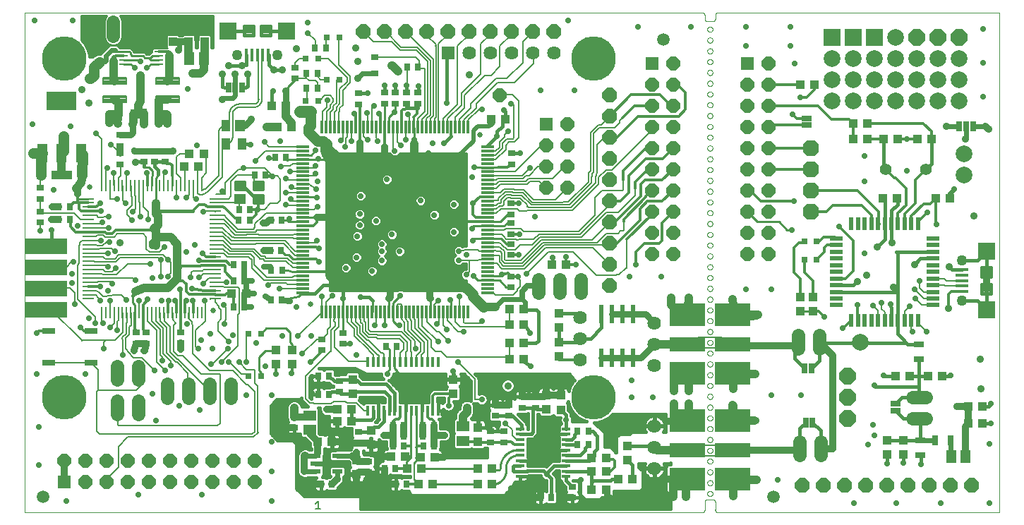
<source format=gtl>
G75*
%MOIN*%
%OFA0B0*%
%FSLAX25Y25*%
%IPPOS*%
%LPD*%
%AMOC8*
5,1,8,0,0,1.08239X$1,22.5*
%
%ADD10C,0.00000*%
%ADD11C,0.00600*%
%ADD12R,0.05906X0.01969*%
%ADD13R,0.01969X0.05906*%
%ADD14R,0.05800X0.01100*%
%ADD15R,0.01100X0.05800*%
%ADD16R,0.06299X0.01181*%
%ADD17R,0.01181X0.06299*%
%ADD18R,0.03937X0.01575*%
%ADD19R,0.01378X0.04724*%
%ADD20C,0.06400*%
%ADD21R,0.06000X0.03000*%
%ADD22R,0.03937X0.01102*%
%ADD23C,0.00787*%
%ADD24R,0.04331X0.03937*%
%ADD25R,0.03543X0.02756*%
%ADD26R,0.02756X0.03543*%
%ADD27R,0.06400X0.06400*%
%ADD28OC8,0.06400*%
%ADD29R,0.16500X0.07000*%
%ADD30R,0.16500X0.10500*%
%ADD31R,0.03937X0.05669*%
%ADD32R,0.04724X0.05669*%
%ADD33C,0.21000*%
%ADD34R,0.03150X0.04724*%
%ADD35R,0.04724X0.03150*%
%ADD36R,0.04800X0.08800*%
%ADD37R,0.14173X0.08661*%
%ADD38R,0.02400X0.08700*%
%ADD39R,0.05118X0.05906*%
%ADD40R,0.03937X0.04331*%
%ADD41R,0.02500X0.05000*%
%ADD42C,0.06400*%
%ADD43OC8,0.07000*%
%ADD44R,0.03150X0.03150*%
%ADD45R,0.05906X0.05118*%
%ADD46R,0.04724X0.02165*%
%ADD47R,0.20000X0.07600*%
%ADD48R,0.05000X0.02500*%
%ADD49C,0.05600*%
%ADD50OC8,0.07600*%
%ADD51R,0.01496X0.05984*%
%ADD52C,0.01800*%
%ADD53R,0.08000X0.08000*%
%ADD54C,0.05000*%
%ADD55R,0.05984X0.01496*%
%ADD56C,0.00945*%
%ADD57R,0.05512X0.04724*%
%ADD58C,0.05906*%
%ADD59C,0.02500*%
%ADD60R,0.03500X0.03100*%
%ADD61C,0.02800*%
%ADD62C,0.01200*%
%ADD63C,0.00750*%
%ADD64C,0.00700*%
%ADD65C,0.00800*%
%ADD66C,0.01600*%
%ADD67C,0.01000*%
%ADD68C,0.02500*%
%ADD69C,0.03600*%
%ADD70C,0.03200*%
%ADD71C,0.04000*%
%ADD72C,0.05000*%
%ADD73C,0.02400*%
%ADD74C,0.03000*%
%ADD75OC8,0.07874*%
%ADD76C,0.02000*%
%ADD77R,0.07874X0.07874*%
%ADD78C,0.07000*%
%ADD79C,0.05600*%
%ADD80C,0.07874*%
%ADD81C,0.00900*%
D10*
X0032581Y0039566D02*
X0032581Y0275733D01*
X0352900Y0275733D01*
X0352963Y0275728D01*
X0353026Y0275719D01*
X0353088Y0275707D01*
X0353150Y0275690D01*
X0353210Y0275670D01*
X0353269Y0275647D01*
X0353326Y0275620D01*
X0353382Y0275589D01*
X0353436Y0275556D01*
X0353488Y0275519D01*
X0353537Y0275479D01*
X0353584Y0275436D01*
X0353628Y0275390D01*
X0353669Y0275342D01*
X0353707Y0275291D01*
X0353742Y0275238D01*
X0353774Y0275183D01*
X0353803Y0275127D01*
X0353828Y0275068D01*
X0353849Y0275009D01*
X0353867Y0274948D01*
X0353881Y0274886D01*
X0353892Y0274823D01*
X0353898Y0274760D01*
X0353901Y0274696D01*
X0353900Y0274633D01*
X0353900Y0272633D01*
X0353902Y0272573D01*
X0353907Y0272512D01*
X0353916Y0272453D01*
X0353929Y0272394D01*
X0353945Y0272335D01*
X0353965Y0272278D01*
X0353988Y0272223D01*
X0354015Y0272168D01*
X0354044Y0272116D01*
X0354077Y0272065D01*
X0354113Y0272016D01*
X0354151Y0271970D01*
X0354193Y0271926D01*
X0354237Y0271884D01*
X0354283Y0271846D01*
X0354332Y0271810D01*
X0354383Y0271777D01*
X0354435Y0271748D01*
X0354490Y0271721D01*
X0354545Y0271698D01*
X0354602Y0271678D01*
X0354661Y0271662D01*
X0354720Y0271649D01*
X0354779Y0271640D01*
X0354840Y0271635D01*
X0354900Y0271633D01*
X0357900Y0271633D01*
X0357960Y0271635D01*
X0358021Y0271640D01*
X0358080Y0271649D01*
X0358139Y0271662D01*
X0358198Y0271678D01*
X0358255Y0271698D01*
X0358310Y0271721D01*
X0358365Y0271748D01*
X0358417Y0271777D01*
X0358468Y0271810D01*
X0358517Y0271846D01*
X0358563Y0271884D01*
X0358607Y0271926D01*
X0358649Y0271970D01*
X0358687Y0272016D01*
X0358723Y0272065D01*
X0358756Y0272116D01*
X0358785Y0272168D01*
X0358812Y0272223D01*
X0358835Y0272278D01*
X0358855Y0272335D01*
X0358871Y0272394D01*
X0358884Y0272453D01*
X0358893Y0272512D01*
X0358898Y0272573D01*
X0358900Y0272633D01*
X0358900Y0274633D01*
X0358900Y0274634D02*
X0358904Y0274699D01*
X0358911Y0274764D01*
X0358922Y0274829D01*
X0358937Y0274893D01*
X0358955Y0274956D01*
X0358977Y0275018D01*
X0359003Y0275078D01*
X0359032Y0275137D01*
X0359065Y0275194D01*
X0359100Y0275248D01*
X0359139Y0275301D01*
X0359181Y0275352D01*
X0359226Y0275400D01*
X0359273Y0275445D01*
X0359323Y0275487D01*
X0359376Y0275527D01*
X0359430Y0275563D01*
X0359487Y0275596D01*
X0359545Y0275626D01*
X0359605Y0275652D01*
X0359667Y0275675D01*
X0359730Y0275694D01*
X0359793Y0275709D01*
X0359858Y0275721D01*
X0359923Y0275729D01*
X0359988Y0275733D01*
X0360054Y0275734D01*
X0360054Y0275733D02*
X0493211Y0275733D01*
X0493211Y0039566D01*
X0359967Y0039566D01*
X0359967Y0039567D02*
X0359899Y0039581D01*
X0359831Y0039600D01*
X0359764Y0039622D01*
X0359699Y0039647D01*
X0359635Y0039676D01*
X0359572Y0039708D01*
X0359512Y0039744D01*
X0359453Y0039782D01*
X0359397Y0039823D01*
X0359342Y0039868D01*
X0359290Y0039915D01*
X0359241Y0039965D01*
X0359194Y0040017D01*
X0359150Y0040072D01*
X0359109Y0040129D01*
X0359071Y0040188D01*
X0359037Y0040249D01*
X0359005Y0040311D01*
X0358977Y0040376D01*
X0358952Y0040441D01*
X0358931Y0040508D01*
X0358913Y0040576D01*
X0358898Y0040645D01*
X0358888Y0040714D01*
X0358881Y0040784D01*
X0358877Y0040854D01*
X0358878Y0040924D01*
X0358882Y0040994D01*
X0358889Y0041064D01*
X0358901Y0041133D01*
X0358900Y0041133D02*
X0358900Y0044633D01*
X0358885Y0044700D01*
X0358866Y0044767D01*
X0358843Y0044832D01*
X0358817Y0044896D01*
X0358788Y0044958D01*
X0358755Y0045019D01*
X0358719Y0045078D01*
X0358680Y0045135D01*
X0358637Y0045190D01*
X0358592Y0045242D01*
X0358544Y0045292D01*
X0358494Y0045339D01*
X0358441Y0045383D01*
X0358386Y0045424D01*
X0358328Y0045463D01*
X0358269Y0045498D01*
X0358208Y0045530D01*
X0358145Y0045558D01*
X0358080Y0045583D01*
X0358015Y0045605D01*
X0357948Y0045623D01*
X0357880Y0045637D01*
X0357812Y0045648D01*
X0357744Y0045655D01*
X0357675Y0045658D01*
X0357606Y0045657D01*
X0357537Y0045653D01*
X0357468Y0045645D01*
X0357400Y0045633D01*
X0355400Y0045633D01*
X0355332Y0045645D01*
X0355263Y0045653D01*
X0355194Y0045657D01*
X0355125Y0045658D01*
X0355056Y0045655D01*
X0354988Y0045648D01*
X0354920Y0045637D01*
X0354852Y0045623D01*
X0354785Y0045605D01*
X0354720Y0045583D01*
X0354655Y0045558D01*
X0354592Y0045530D01*
X0354531Y0045498D01*
X0354472Y0045463D01*
X0354414Y0045424D01*
X0354359Y0045383D01*
X0354306Y0045339D01*
X0354256Y0045292D01*
X0354208Y0045242D01*
X0354163Y0045190D01*
X0354120Y0045135D01*
X0354081Y0045078D01*
X0354045Y0045019D01*
X0354012Y0044958D01*
X0353983Y0044896D01*
X0353957Y0044832D01*
X0353934Y0044767D01*
X0353915Y0044700D01*
X0353900Y0044633D01*
X0353900Y0041133D01*
X0353912Y0041065D01*
X0353920Y0040996D01*
X0353924Y0040927D01*
X0353925Y0040858D01*
X0353922Y0040789D01*
X0353915Y0040721D01*
X0353904Y0040653D01*
X0353890Y0040585D01*
X0353872Y0040518D01*
X0353850Y0040453D01*
X0353825Y0040388D01*
X0353797Y0040325D01*
X0353765Y0040264D01*
X0353730Y0040205D01*
X0353691Y0040147D01*
X0353650Y0040092D01*
X0353606Y0040039D01*
X0353559Y0039989D01*
X0353509Y0039941D01*
X0353457Y0039896D01*
X0353402Y0039853D01*
X0353345Y0039814D01*
X0353286Y0039778D01*
X0353225Y0039745D01*
X0353163Y0039716D01*
X0353099Y0039690D01*
X0353034Y0039667D01*
X0352967Y0039648D01*
X0352900Y0039633D01*
X0032581Y0039566D01*
X0355150Y0048483D02*
X0355152Y0048553D01*
X0355158Y0048623D01*
X0355168Y0048692D01*
X0355181Y0048761D01*
X0355199Y0048829D01*
X0355220Y0048896D01*
X0355245Y0048961D01*
X0355274Y0049025D01*
X0355306Y0049088D01*
X0355342Y0049148D01*
X0355381Y0049206D01*
X0355423Y0049262D01*
X0355468Y0049316D01*
X0355516Y0049367D01*
X0355567Y0049415D01*
X0355621Y0049460D01*
X0355677Y0049502D01*
X0355735Y0049541D01*
X0355795Y0049577D01*
X0355858Y0049609D01*
X0355922Y0049638D01*
X0355987Y0049663D01*
X0356054Y0049684D01*
X0356122Y0049702D01*
X0356191Y0049715D01*
X0356260Y0049725D01*
X0356330Y0049731D01*
X0356400Y0049733D01*
X0356470Y0049731D01*
X0356540Y0049725D01*
X0356609Y0049715D01*
X0356678Y0049702D01*
X0356746Y0049684D01*
X0356813Y0049663D01*
X0356878Y0049638D01*
X0356942Y0049609D01*
X0357005Y0049577D01*
X0357065Y0049541D01*
X0357123Y0049502D01*
X0357179Y0049460D01*
X0357233Y0049415D01*
X0357284Y0049367D01*
X0357332Y0049316D01*
X0357377Y0049262D01*
X0357419Y0049206D01*
X0357458Y0049148D01*
X0357494Y0049088D01*
X0357526Y0049025D01*
X0357555Y0048961D01*
X0357580Y0048896D01*
X0357601Y0048829D01*
X0357619Y0048761D01*
X0357632Y0048692D01*
X0357642Y0048623D01*
X0357648Y0048553D01*
X0357650Y0048483D01*
X0357648Y0048413D01*
X0357642Y0048343D01*
X0357632Y0048274D01*
X0357619Y0048205D01*
X0357601Y0048137D01*
X0357580Y0048070D01*
X0357555Y0048005D01*
X0357526Y0047941D01*
X0357494Y0047878D01*
X0357458Y0047818D01*
X0357419Y0047760D01*
X0357377Y0047704D01*
X0357332Y0047650D01*
X0357284Y0047599D01*
X0357233Y0047551D01*
X0357179Y0047506D01*
X0357123Y0047464D01*
X0357065Y0047425D01*
X0357005Y0047389D01*
X0356942Y0047357D01*
X0356878Y0047328D01*
X0356813Y0047303D01*
X0356746Y0047282D01*
X0356678Y0047264D01*
X0356609Y0047251D01*
X0356540Y0047241D01*
X0356470Y0047235D01*
X0356400Y0047233D01*
X0356330Y0047235D01*
X0356260Y0047241D01*
X0356191Y0047251D01*
X0356122Y0047264D01*
X0356054Y0047282D01*
X0355987Y0047303D01*
X0355922Y0047328D01*
X0355858Y0047357D01*
X0355795Y0047389D01*
X0355735Y0047425D01*
X0355677Y0047464D01*
X0355621Y0047506D01*
X0355567Y0047551D01*
X0355516Y0047599D01*
X0355468Y0047650D01*
X0355423Y0047704D01*
X0355381Y0047760D01*
X0355342Y0047818D01*
X0355306Y0047878D01*
X0355274Y0047941D01*
X0355245Y0048005D01*
X0355220Y0048070D01*
X0355199Y0048137D01*
X0355181Y0048205D01*
X0355168Y0048274D01*
X0355158Y0048343D01*
X0355152Y0048413D01*
X0355150Y0048483D01*
X0355150Y0053583D02*
X0355152Y0053653D01*
X0355158Y0053723D01*
X0355168Y0053792D01*
X0355181Y0053861D01*
X0355199Y0053929D01*
X0355220Y0053996D01*
X0355245Y0054061D01*
X0355274Y0054125D01*
X0355306Y0054188D01*
X0355342Y0054248D01*
X0355381Y0054306D01*
X0355423Y0054362D01*
X0355468Y0054416D01*
X0355516Y0054467D01*
X0355567Y0054515D01*
X0355621Y0054560D01*
X0355677Y0054602D01*
X0355735Y0054641D01*
X0355795Y0054677D01*
X0355858Y0054709D01*
X0355922Y0054738D01*
X0355987Y0054763D01*
X0356054Y0054784D01*
X0356122Y0054802D01*
X0356191Y0054815D01*
X0356260Y0054825D01*
X0356330Y0054831D01*
X0356400Y0054833D01*
X0356470Y0054831D01*
X0356540Y0054825D01*
X0356609Y0054815D01*
X0356678Y0054802D01*
X0356746Y0054784D01*
X0356813Y0054763D01*
X0356878Y0054738D01*
X0356942Y0054709D01*
X0357005Y0054677D01*
X0357065Y0054641D01*
X0357123Y0054602D01*
X0357179Y0054560D01*
X0357233Y0054515D01*
X0357284Y0054467D01*
X0357332Y0054416D01*
X0357377Y0054362D01*
X0357419Y0054306D01*
X0357458Y0054248D01*
X0357494Y0054188D01*
X0357526Y0054125D01*
X0357555Y0054061D01*
X0357580Y0053996D01*
X0357601Y0053929D01*
X0357619Y0053861D01*
X0357632Y0053792D01*
X0357642Y0053723D01*
X0357648Y0053653D01*
X0357650Y0053583D01*
X0357648Y0053513D01*
X0357642Y0053443D01*
X0357632Y0053374D01*
X0357619Y0053305D01*
X0357601Y0053237D01*
X0357580Y0053170D01*
X0357555Y0053105D01*
X0357526Y0053041D01*
X0357494Y0052978D01*
X0357458Y0052918D01*
X0357419Y0052860D01*
X0357377Y0052804D01*
X0357332Y0052750D01*
X0357284Y0052699D01*
X0357233Y0052651D01*
X0357179Y0052606D01*
X0357123Y0052564D01*
X0357065Y0052525D01*
X0357005Y0052489D01*
X0356942Y0052457D01*
X0356878Y0052428D01*
X0356813Y0052403D01*
X0356746Y0052382D01*
X0356678Y0052364D01*
X0356609Y0052351D01*
X0356540Y0052341D01*
X0356470Y0052335D01*
X0356400Y0052333D01*
X0356330Y0052335D01*
X0356260Y0052341D01*
X0356191Y0052351D01*
X0356122Y0052364D01*
X0356054Y0052382D01*
X0355987Y0052403D01*
X0355922Y0052428D01*
X0355858Y0052457D01*
X0355795Y0052489D01*
X0355735Y0052525D01*
X0355677Y0052564D01*
X0355621Y0052606D01*
X0355567Y0052651D01*
X0355516Y0052699D01*
X0355468Y0052750D01*
X0355423Y0052804D01*
X0355381Y0052860D01*
X0355342Y0052918D01*
X0355306Y0052978D01*
X0355274Y0053041D01*
X0355245Y0053105D01*
X0355220Y0053170D01*
X0355199Y0053237D01*
X0355181Y0053305D01*
X0355168Y0053374D01*
X0355158Y0053443D01*
X0355152Y0053513D01*
X0355150Y0053583D01*
X0355150Y0058683D02*
X0355152Y0058753D01*
X0355158Y0058823D01*
X0355168Y0058892D01*
X0355181Y0058961D01*
X0355199Y0059029D01*
X0355220Y0059096D01*
X0355245Y0059161D01*
X0355274Y0059225D01*
X0355306Y0059288D01*
X0355342Y0059348D01*
X0355381Y0059406D01*
X0355423Y0059462D01*
X0355468Y0059516D01*
X0355516Y0059567D01*
X0355567Y0059615D01*
X0355621Y0059660D01*
X0355677Y0059702D01*
X0355735Y0059741D01*
X0355795Y0059777D01*
X0355858Y0059809D01*
X0355922Y0059838D01*
X0355987Y0059863D01*
X0356054Y0059884D01*
X0356122Y0059902D01*
X0356191Y0059915D01*
X0356260Y0059925D01*
X0356330Y0059931D01*
X0356400Y0059933D01*
X0356470Y0059931D01*
X0356540Y0059925D01*
X0356609Y0059915D01*
X0356678Y0059902D01*
X0356746Y0059884D01*
X0356813Y0059863D01*
X0356878Y0059838D01*
X0356942Y0059809D01*
X0357005Y0059777D01*
X0357065Y0059741D01*
X0357123Y0059702D01*
X0357179Y0059660D01*
X0357233Y0059615D01*
X0357284Y0059567D01*
X0357332Y0059516D01*
X0357377Y0059462D01*
X0357419Y0059406D01*
X0357458Y0059348D01*
X0357494Y0059288D01*
X0357526Y0059225D01*
X0357555Y0059161D01*
X0357580Y0059096D01*
X0357601Y0059029D01*
X0357619Y0058961D01*
X0357632Y0058892D01*
X0357642Y0058823D01*
X0357648Y0058753D01*
X0357650Y0058683D01*
X0357648Y0058613D01*
X0357642Y0058543D01*
X0357632Y0058474D01*
X0357619Y0058405D01*
X0357601Y0058337D01*
X0357580Y0058270D01*
X0357555Y0058205D01*
X0357526Y0058141D01*
X0357494Y0058078D01*
X0357458Y0058018D01*
X0357419Y0057960D01*
X0357377Y0057904D01*
X0357332Y0057850D01*
X0357284Y0057799D01*
X0357233Y0057751D01*
X0357179Y0057706D01*
X0357123Y0057664D01*
X0357065Y0057625D01*
X0357005Y0057589D01*
X0356942Y0057557D01*
X0356878Y0057528D01*
X0356813Y0057503D01*
X0356746Y0057482D01*
X0356678Y0057464D01*
X0356609Y0057451D01*
X0356540Y0057441D01*
X0356470Y0057435D01*
X0356400Y0057433D01*
X0356330Y0057435D01*
X0356260Y0057441D01*
X0356191Y0057451D01*
X0356122Y0057464D01*
X0356054Y0057482D01*
X0355987Y0057503D01*
X0355922Y0057528D01*
X0355858Y0057557D01*
X0355795Y0057589D01*
X0355735Y0057625D01*
X0355677Y0057664D01*
X0355621Y0057706D01*
X0355567Y0057751D01*
X0355516Y0057799D01*
X0355468Y0057850D01*
X0355423Y0057904D01*
X0355381Y0057960D01*
X0355342Y0058018D01*
X0355306Y0058078D01*
X0355274Y0058141D01*
X0355245Y0058205D01*
X0355220Y0058270D01*
X0355199Y0058337D01*
X0355181Y0058405D01*
X0355168Y0058474D01*
X0355158Y0058543D01*
X0355152Y0058613D01*
X0355150Y0058683D01*
X0355150Y0063783D02*
X0355152Y0063853D01*
X0355158Y0063923D01*
X0355168Y0063992D01*
X0355181Y0064061D01*
X0355199Y0064129D01*
X0355220Y0064196D01*
X0355245Y0064261D01*
X0355274Y0064325D01*
X0355306Y0064388D01*
X0355342Y0064448D01*
X0355381Y0064506D01*
X0355423Y0064562D01*
X0355468Y0064616D01*
X0355516Y0064667D01*
X0355567Y0064715D01*
X0355621Y0064760D01*
X0355677Y0064802D01*
X0355735Y0064841D01*
X0355795Y0064877D01*
X0355858Y0064909D01*
X0355922Y0064938D01*
X0355987Y0064963D01*
X0356054Y0064984D01*
X0356122Y0065002D01*
X0356191Y0065015D01*
X0356260Y0065025D01*
X0356330Y0065031D01*
X0356400Y0065033D01*
X0356470Y0065031D01*
X0356540Y0065025D01*
X0356609Y0065015D01*
X0356678Y0065002D01*
X0356746Y0064984D01*
X0356813Y0064963D01*
X0356878Y0064938D01*
X0356942Y0064909D01*
X0357005Y0064877D01*
X0357065Y0064841D01*
X0357123Y0064802D01*
X0357179Y0064760D01*
X0357233Y0064715D01*
X0357284Y0064667D01*
X0357332Y0064616D01*
X0357377Y0064562D01*
X0357419Y0064506D01*
X0357458Y0064448D01*
X0357494Y0064388D01*
X0357526Y0064325D01*
X0357555Y0064261D01*
X0357580Y0064196D01*
X0357601Y0064129D01*
X0357619Y0064061D01*
X0357632Y0063992D01*
X0357642Y0063923D01*
X0357648Y0063853D01*
X0357650Y0063783D01*
X0357648Y0063713D01*
X0357642Y0063643D01*
X0357632Y0063574D01*
X0357619Y0063505D01*
X0357601Y0063437D01*
X0357580Y0063370D01*
X0357555Y0063305D01*
X0357526Y0063241D01*
X0357494Y0063178D01*
X0357458Y0063118D01*
X0357419Y0063060D01*
X0357377Y0063004D01*
X0357332Y0062950D01*
X0357284Y0062899D01*
X0357233Y0062851D01*
X0357179Y0062806D01*
X0357123Y0062764D01*
X0357065Y0062725D01*
X0357005Y0062689D01*
X0356942Y0062657D01*
X0356878Y0062628D01*
X0356813Y0062603D01*
X0356746Y0062582D01*
X0356678Y0062564D01*
X0356609Y0062551D01*
X0356540Y0062541D01*
X0356470Y0062535D01*
X0356400Y0062533D01*
X0356330Y0062535D01*
X0356260Y0062541D01*
X0356191Y0062551D01*
X0356122Y0062564D01*
X0356054Y0062582D01*
X0355987Y0062603D01*
X0355922Y0062628D01*
X0355858Y0062657D01*
X0355795Y0062689D01*
X0355735Y0062725D01*
X0355677Y0062764D01*
X0355621Y0062806D01*
X0355567Y0062851D01*
X0355516Y0062899D01*
X0355468Y0062950D01*
X0355423Y0063004D01*
X0355381Y0063060D01*
X0355342Y0063118D01*
X0355306Y0063178D01*
X0355274Y0063241D01*
X0355245Y0063305D01*
X0355220Y0063370D01*
X0355199Y0063437D01*
X0355181Y0063505D01*
X0355168Y0063574D01*
X0355158Y0063643D01*
X0355152Y0063713D01*
X0355150Y0063783D01*
X0355150Y0068883D02*
X0355152Y0068953D01*
X0355158Y0069023D01*
X0355168Y0069092D01*
X0355181Y0069161D01*
X0355199Y0069229D01*
X0355220Y0069296D01*
X0355245Y0069361D01*
X0355274Y0069425D01*
X0355306Y0069488D01*
X0355342Y0069548D01*
X0355381Y0069606D01*
X0355423Y0069662D01*
X0355468Y0069716D01*
X0355516Y0069767D01*
X0355567Y0069815D01*
X0355621Y0069860D01*
X0355677Y0069902D01*
X0355735Y0069941D01*
X0355795Y0069977D01*
X0355858Y0070009D01*
X0355922Y0070038D01*
X0355987Y0070063D01*
X0356054Y0070084D01*
X0356122Y0070102D01*
X0356191Y0070115D01*
X0356260Y0070125D01*
X0356330Y0070131D01*
X0356400Y0070133D01*
X0356470Y0070131D01*
X0356540Y0070125D01*
X0356609Y0070115D01*
X0356678Y0070102D01*
X0356746Y0070084D01*
X0356813Y0070063D01*
X0356878Y0070038D01*
X0356942Y0070009D01*
X0357005Y0069977D01*
X0357065Y0069941D01*
X0357123Y0069902D01*
X0357179Y0069860D01*
X0357233Y0069815D01*
X0357284Y0069767D01*
X0357332Y0069716D01*
X0357377Y0069662D01*
X0357419Y0069606D01*
X0357458Y0069548D01*
X0357494Y0069488D01*
X0357526Y0069425D01*
X0357555Y0069361D01*
X0357580Y0069296D01*
X0357601Y0069229D01*
X0357619Y0069161D01*
X0357632Y0069092D01*
X0357642Y0069023D01*
X0357648Y0068953D01*
X0357650Y0068883D01*
X0357648Y0068813D01*
X0357642Y0068743D01*
X0357632Y0068674D01*
X0357619Y0068605D01*
X0357601Y0068537D01*
X0357580Y0068470D01*
X0357555Y0068405D01*
X0357526Y0068341D01*
X0357494Y0068278D01*
X0357458Y0068218D01*
X0357419Y0068160D01*
X0357377Y0068104D01*
X0357332Y0068050D01*
X0357284Y0067999D01*
X0357233Y0067951D01*
X0357179Y0067906D01*
X0357123Y0067864D01*
X0357065Y0067825D01*
X0357005Y0067789D01*
X0356942Y0067757D01*
X0356878Y0067728D01*
X0356813Y0067703D01*
X0356746Y0067682D01*
X0356678Y0067664D01*
X0356609Y0067651D01*
X0356540Y0067641D01*
X0356470Y0067635D01*
X0356400Y0067633D01*
X0356330Y0067635D01*
X0356260Y0067641D01*
X0356191Y0067651D01*
X0356122Y0067664D01*
X0356054Y0067682D01*
X0355987Y0067703D01*
X0355922Y0067728D01*
X0355858Y0067757D01*
X0355795Y0067789D01*
X0355735Y0067825D01*
X0355677Y0067864D01*
X0355621Y0067906D01*
X0355567Y0067951D01*
X0355516Y0067999D01*
X0355468Y0068050D01*
X0355423Y0068104D01*
X0355381Y0068160D01*
X0355342Y0068218D01*
X0355306Y0068278D01*
X0355274Y0068341D01*
X0355245Y0068405D01*
X0355220Y0068470D01*
X0355199Y0068537D01*
X0355181Y0068605D01*
X0355168Y0068674D01*
X0355158Y0068743D01*
X0355152Y0068813D01*
X0355150Y0068883D01*
X0355150Y0073983D02*
X0355152Y0074053D01*
X0355158Y0074123D01*
X0355168Y0074192D01*
X0355181Y0074261D01*
X0355199Y0074329D01*
X0355220Y0074396D01*
X0355245Y0074461D01*
X0355274Y0074525D01*
X0355306Y0074588D01*
X0355342Y0074648D01*
X0355381Y0074706D01*
X0355423Y0074762D01*
X0355468Y0074816D01*
X0355516Y0074867D01*
X0355567Y0074915D01*
X0355621Y0074960D01*
X0355677Y0075002D01*
X0355735Y0075041D01*
X0355795Y0075077D01*
X0355858Y0075109D01*
X0355922Y0075138D01*
X0355987Y0075163D01*
X0356054Y0075184D01*
X0356122Y0075202D01*
X0356191Y0075215D01*
X0356260Y0075225D01*
X0356330Y0075231D01*
X0356400Y0075233D01*
X0356470Y0075231D01*
X0356540Y0075225D01*
X0356609Y0075215D01*
X0356678Y0075202D01*
X0356746Y0075184D01*
X0356813Y0075163D01*
X0356878Y0075138D01*
X0356942Y0075109D01*
X0357005Y0075077D01*
X0357065Y0075041D01*
X0357123Y0075002D01*
X0357179Y0074960D01*
X0357233Y0074915D01*
X0357284Y0074867D01*
X0357332Y0074816D01*
X0357377Y0074762D01*
X0357419Y0074706D01*
X0357458Y0074648D01*
X0357494Y0074588D01*
X0357526Y0074525D01*
X0357555Y0074461D01*
X0357580Y0074396D01*
X0357601Y0074329D01*
X0357619Y0074261D01*
X0357632Y0074192D01*
X0357642Y0074123D01*
X0357648Y0074053D01*
X0357650Y0073983D01*
X0357648Y0073913D01*
X0357642Y0073843D01*
X0357632Y0073774D01*
X0357619Y0073705D01*
X0357601Y0073637D01*
X0357580Y0073570D01*
X0357555Y0073505D01*
X0357526Y0073441D01*
X0357494Y0073378D01*
X0357458Y0073318D01*
X0357419Y0073260D01*
X0357377Y0073204D01*
X0357332Y0073150D01*
X0357284Y0073099D01*
X0357233Y0073051D01*
X0357179Y0073006D01*
X0357123Y0072964D01*
X0357065Y0072925D01*
X0357005Y0072889D01*
X0356942Y0072857D01*
X0356878Y0072828D01*
X0356813Y0072803D01*
X0356746Y0072782D01*
X0356678Y0072764D01*
X0356609Y0072751D01*
X0356540Y0072741D01*
X0356470Y0072735D01*
X0356400Y0072733D01*
X0356330Y0072735D01*
X0356260Y0072741D01*
X0356191Y0072751D01*
X0356122Y0072764D01*
X0356054Y0072782D01*
X0355987Y0072803D01*
X0355922Y0072828D01*
X0355858Y0072857D01*
X0355795Y0072889D01*
X0355735Y0072925D01*
X0355677Y0072964D01*
X0355621Y0073006D01*
X0355567Y0073051D01*
X0355516Y0073099D01*
X0355468Y0073150D01*
X0355423Y0073204D01*
X0355381Y0073260D01*
X0355342Y0073318D01*
X0355306Y0073378D01*
X0355274Y0073441D01*
X0355245Y0073505D01*
X0355220Y0073570D01*
X0355199Y0073637D01*
X0355181Y0073705D01*
X0355168Y0073774D01*
X0355158Y0073843D01*
X0355152Y0073913D01*
X0355150Y0073983D01*
X0355150Y0079083D02*
X0355152Y0079153D01*
X0355158Y0079223D01*
X0355168Y0079292D01*
X0355181Y0079361D01*
X0355199Y0079429D01*
X0355220Y0079496D01*
X0355245Y0079561D01*
X0355274Y0079625D01*
X0355306Y0079688D01*
X0355342Y0079748D01*
X0355381Y0079806D01*
X0355423Y0079862D01*
X0355468Y0079916D01*
X0355516Y0079967D01*
X0355567Y0080015D01*
X0355621Y0080060D01*
X0355677Y0080102D01*
X0355735Y0080141D01*
X0355795Y0080177D01*
X0355858Y0080209D01*
X0355922Y0080238D01*
X0355987Y0080263D01*
X0356054Y0080284D01*
X0356122Y0080302D01*
X0356191Y0080315D01*
X0356260Y0080325D01*
X0356330Y0080331D01*
X0356400Y0080333D01*
X0356470Y0080331D01*
X0356540Y0080325D01*
X0356609Y0080315D01*
X0356678Y0080302D01*
X0356746Y0080284D01*
X0356813Y0080263D01*
X0356878Y0080238D01*
X0356942Y0080209D01*
X0357005Y0080177D01*
X0357065Y0080141D01*
X0357123Y0080102D01*
X0357179Y0080060D01*
X0357233Y0080015D01*
X0357284Y0079967D01*
X0357332Y0079916D01*
X0357377Y0079862D01*
X0357419Y0079806D01*
X0357458Y0079748D01*
X0357494Y0079688D01*
X0357526Y0079625D01*
X0357555Y0079561D01*
X0357580Y0079496D01*
X0357601Y0079429D01*
X0357619Y0079361D01*
X0357632Y0079292D01*
X0357642Y0079223D01*
X0357648Y0079153D01*
X0357650Y0079083D01*
X0357648Y0079013D01*
X0357642Y0078943D01*
X0357632Y0078874D01*
X0357619Y0078805D01*
X0357601Y0078737D01*
X0357580Y0078670D01*
X0357555Y0078605D01*
X0357526Y0078541D01*
X0357494Y0078478D01*
X0357458Y0078418D01*
X0357419Y0078360D01*
X0357377Y0078304D01*
X0357332Y0078250D01*
X0357284Y0078199D01*
X0357233Y0078151D01*
X0357179Y0078106D01*
X0357123Y0078064D01*
X0357065Y0078025D01*
X0357005Y0077989D01*
X0356942Y0077957D01*
X0356878Y0077928D01*
X0356813Y0077903D01*
X0356746Y0077882D01*
X0356678Y0077864D01*
X0356609Y0077851D01*
X0356540Y0077841D01*
X0356470Y0077835D01*
X0356400Y0077833D01*
X0356330Y0077835D01*
X0356260Y0077841D01*
X0356191Y0077851D01*
X0356122Y0077864D01*
X0356054Y0077882D01*
X0355987Y0077903D01*
X0355922Y0077928D01*
X0355858Y0077957D01*
X0355795Y0077989D01*
X0355735Y0078025D01*
X0355677Y0078064D01*
X0355621Y0078106D01*
X0355567Y0078151D01*
X0355516Y0078199D01*
X0355468Y0078250D01*
X0355423Y0078304D01*
X0355381Y0078360D01*
X0355342Y0078418D01*
X0355306Y0078478D01*
X0355274Y0078541D01*
X0355245Y0078605D01*
X0355220Y0078670D01*
X0355199Y0078737D01*
X0355181Y0078805D01*
X0355168Y0078874D01*
X0355158Y0078943D01*
X0355152Y0079013D01*
X0355150Y0079083D01*
X0355150Y0084183D02*
X0355152Y0084253D01*
X0355158Y0084323D01*
X0355168Y0084392D01*
X0355181Y0084461D01*
X0355199Y0084529D01*
X0355220Y0084596D01*
X0355245Y0084661D01*
X0355274Y0084725D01*
X0355306Y0084788D01*
X0355342Y0084848D01*
X0355381Y0084906D01*
X0355423Y0084962D01*
X0355468Y0085016D01*
X0355516Y0085067D01*
X0355567Y0085115D01*
X0355621Y0085160D01*
X0355677Y0085202D01*
X0355735Y0085241D01*
X0355795Y0085277D01*
X0355858Y0085309D01*
X0355922Y0085338D01*
X0355987Y0085363D01*
X0356054Y0085384D01*
X0356122Y0085402D01*
X0356191Y0085415D01*
X0356260Y0085425D01*
X0356330Y0085431D01*
X0356400Y0085433D01*
X0356470Y0085431D01*
X0356540Y0085425D01*
X0356609Y0085415D01*
X0356678Y0085402D01*
X0356746Y0085384D01*
X0356813Y0085363D01*
X0356878Y0085338D01*
X0356942Y0085309D01*
X0357005Y0085277D01*
X0357065Y0085241D01*
X0357123Y0085202D01*
X0357179Y0085160D01*
X0357233Y0085115D01*
X0357284Y0085067D01*
X0357332Y0085016D01*
X0357377Y0084962D01*
X0357419Y0084906D01*
X0357458Y0084848D01*
X0357494Y0084788D01*
X0357526Y0084725D01*
X0357555Y0084661D01*
X0357580Y0084596D01*
X0357601Y0084529D01*
X0357619Y0084461D01*
X0357632Y0084392D01*
X0357642Y0084323D01*
X0357648Y0084253D01*
X0357650Y0084183D01*
X0357648Y0084113D01*
X0357642Y0084043D01*
X0357632Y0083974D01*
X0357619Y0083905D01*
X0357601Y0083837D01*
X0357580Y0083770D01*
X0357555Y0083705D01*
X0357526Y0083641D01*
X0357494Y0083578D01*
X0357458Y0083518D01*
X0357419Y0083460D01*
X0357377Y0083404D01*
X0357332Y0083350D01*
X0357284Y0083299D01*
X0357233Y0083251D01*
X0357179Y0083206D01*
X0357123Y0083164D01*
X0357065Y0083125D01*
X0357005Y0083089D01*
X0356942Y0083057D01*
X0356878Y0083028D01*
X0356813Y0083003D01*
X0356746Y0082982D01*
X0356678Y0082964D01*
X0356609Y0082951D01*
X0356540Y0082941D01*
X0356470Y0082935D01*
X0356400Y0082933D01*
X0356330Y0082935D01*
X0356260Y0082941D01*
X0356191Y0082951D01*
X0356122Y0082964D01*
X0356054Y0082982D01*
X0355987Y0083003D01*
X0355922Y0083028D01*
X0355858Y0083057D01*
X0355795Y0083089D01*
X0355735Y0083125D01*
X0355677Y0083164D01*
X0355621Y0083206D01*
X0355567Y0083251D01*
X0355516Y0083299D01*
X0355468Y0083350D01*
X0355423Y0083404D01*
X0355381Y0083460D01*
X0355342Y0083518D01*
X0355306Y0083578D01*
X0355274Y0083641D01*
X0355245Y0083705D01*
X0355220Y0083770D01*
X0355199Y0083837D01*
X0355181Y0083905D01*
X0355168Y0083974D01*
X0355158Y0084043D01*
X0355152Y0084113D01*
X0355150Y0084183D01*
X0355150Y0089283D02*
X0355152Y0089353D01*
X0355158Y0089423D01*
X0355168Y0089492D01*
X0355181Y0089561D01*
X0355199Y0089629D01*
X0355220Y0089696D01*
X0355245Y0089761D01*
X0355274Y0089825D01*
X0355306Y0089888D01*
X0355342Y0089948D01*
X0355381Y0090006D01*
X0355423Y0090062D01*
X0355468Y0090116D01*
X0355516Y0090167D01*
X0355567Y0090215D01*
X0355621Y0090260D01*
X0355677Y0090302D01*
X0355735Y0090341D01*
X0355795Y0090377D01*
X0355858Y0090409D01*
X0355922Y0090438D01*
X0355987Y0090463D01*
X0356054Y0090484D01*
X0356122Y0090502D01*
X0356191Y0090515D01*
X0356260Y0090525D01*
X0356330Y0090531D01*
X0356400Y0090533D01*
X0356470Y0090531D01*
X0356540Y0090525D01*
X0356609Y0090515D01*
X0356678Y0090502D01*
X0356746Y0090484D01*
X0356813Y0090463D01*
X0356878Y0090438D01*
X0356942Y0090409D01*
X0357005Y0090377D01*
X0357065Y0090341D01*
X0357123Y0090302D01*
X0357179Y0090260D01*
X0357233Y0090215D01*
X0357284Y0090167D01*
X0357332Y0090116D01*
X0357377Y0090062D01*
X0357419Y0090006D01*
X0357458Y0089948D01*
X0357494Y0089888D01*
X0357526Y0089825D01*
X0357555Y0089761D01*
X0357580Y0089696D01*
X0357601Y0089629D01*
X0357619Y0089561D01*
X0357632Y0089492D01*
X0357642Y0089423D01*
X0357648Y0089353D01*
X0357650Y0089283D01*
X0357648Y0089213D01*
X0357642Y0089143D01*
X0357632Y0089074D01*
X0357619Y0089005D01*
X0357601Y0088937D01*
X0357580Y0088870D01*
X0357555Y0088805D01*
X0357526Y0088741D01*
X0357494Y0088678D01*
X0357458Y0088618D01*
X0357419Y0088560D01*
X0357377Y0088504D01*
X0357332Y0088450D01*
X0357284Y0088399D01*
X0357233Y0088351D01*
X0357179Y0088306D01*
X0357123Y0088264D01*
X0357065Y0088225D01*
X0357005Y0088189D01*
X0356942Y0088157D01*
X0356878Y0088128D01*
X0356813Y0088103D01*
X0356746Y0088082D01*
X0356678Y0088064D01*
X0356609Y0088051D01*
X0356540Y0088041D01*
X0356470Y0088035D01*
X0356400Y0088033D01*
X0356330Y0088035D01*
X0356260Y0088041D01*
X0356191Y0088051D01*
X0356122Y0088064D01*
X0356054Y0088082D01*
X0355987Y0088103D01*
X0355922Y0088128D01*
X0355858Y0088157D01*
X0355795Y0088189D01*
X0355735Y0088225D01*
X0355677Y0088264D01*
X0355621Y0088306D01*
X0355567Y0088351D01*
X0355516Y0088399D01*
X0355468Y0088450D01*
X0355423Y0088504D01*
X0355381Y0088560D01*
X0355342Y0088618D01*
X0355306Y0088678D01*
X0355274Y0088741D01*
X0355245Y0088805D01*
X0355220Y0088870D01*
X0355199Y0088937D01*
X0355181Y0089005D01*
X0355168Y0089074D01*
X0355158Y0089143D01*
X0355152Y0089213D01*
X0355150Y0089283D01*
X0355150Y0094383D02*
X0355152Y0094453D01*
X0355158Y0094523D01*
X0355168Y0094592D01*
X0355181Y0094661D01*
X0355199Y0094729D01*
X0355220Y0094796D01*
X0355245Y0094861D01*
X0355274Y0094925D01*
X0355306Y0094988D01*
X0355342Y0095048D01*
X0355381Y0095106D01*
X0355423Y0095162D01*
X0355468Y0095216D01*
X0355516Y0095267D01*
X0355567Y0095315D01*
X0355621Y0095360D01*
X0355677Y0095402D01*
X0355735Y0095441D01*
X0355795Y0095477D01*
X0355858Y0095509D01*
X0355922Y0095538D01*
X0355987Y0095563D01*
X0356054Y0095584D01*
X0356122Y0095602D01*
X0356191Y0095615D01*
X0356260Y0095625D01*
X0356330Y0095631D01*
X0356400Y0095633D01*
X0356470Y0095631D01*
X0356540Y0095625D01*
X0356609Y0095615D01*
X0356678Y0095602D01*
X0356746Y0095584D01*
X0356813Y0095563D01*
X0356878Y0095538D01*
X0356942Y0095509D01*
X0357005Y0095477D01*
X0357065Y0095441D01*
X0357123Y0095402D01*
X0357179Y0095360D01*
X0357233Y0095315D01*
X0357284Y0095267D01*
X0357332Y0095216D01*
X0357377Y0095162D01*
X0357419Y0095106D01*
X0357458Y0095048D01*
X0357494Y0094988D01*
X0357526Y0094925D01*
X0357555Y0094861D01*
X0357580Y0094796D01*
X0357601Y0094729D01*
X0357619Y0094661D01*
X0357632Y0094592D01*
X0357642Y0094523D01*
X0357648Y0094453D01*
X0357650Y0094383D01*
X0357648Y0094313D01*
X0357642Y0094243D01*
X0357632Y0094174D01*
X0357619Y0094105D01*
X0357601Y0094037D01*
X0357580Y0093970D01*
X0357555Y0093905D01*
X0357526Y0093841D01*
X0357494Y0093778D01*
X0357458Y0093718D01*
X0357419Y0093660D01*
X0357377Y0093604D01*
X0357332Y0093550D01*
X0357284Y0093499D01*
X0357233Y0093451D01*
X0357179Y0093406D01*
X0357123Y0093364D01*
X0357065Y0093325D01*
X0357005Y0093289D01*
X0356942Y0093257D01*
X0356878Y0093228D01*
X0356813Y0093203D01*
X0356746Y0093182D01*
X0356678Y0093164D01*
X0356609Y0093151D01*
X0356540Y0093141D01*
X0356470Y0093135D01*
X0356400Y0093133D01*
X0356330Y0093135D01*
X0356260Y0093141D01*
X0356191Y0093151D01*
X0356122Y0093164D01*
X0356054Y0093182D01*
X0355987Y0093203D01*
X0355922Y0093228D01*
X0355858Y0093257D01*
X0355795Y0093289D01*
X0355735Y0093325D01*
X0355677Y0093364D01*
X0355621Y0093406D01*
X0355567Y0093451D01*
X0355516Y0093499D01*
X0355468Y0093550D01*
X0355423Y0093604D01*
X0355381Y0093660D01*
X0355342Y0093718D01*
X0355306Y0093778D01*
X0355274Y0093841D01*
X0355245Y0093905D01*
X0355220Y0093970D01*
X0355199Y0094037D01*
X0355181Y0094105D01*
X0355168Y0094174D01*
X0355158Y0094243D01*
X0355152Y0094313D01*
X0355150Y0094383D01*
X0355150Y0099483D02*
X0355152Y0099553D01*
X0355158Y0099623D01*
X0355168Y0099692D01*
X0355181Y0099761D01*
X0355199Y0099829D01*
X0355220Y0099896D01*
X0355245Y0099961D01*
X0355274Y0100025D01*
X0355306Y0100088D01*
X0355342Y0100148D01*
X0355381Y0100206D01*
X0355423Y0100262D01*
X0355468Y0100316D01*
X0355516Y0100367D01*
X0355567Y0100415D01*
X0355621Y0100460D01*
X0355677Y0100502D01*
X0355735Y0100541D01*
X0355795Y0100577D01*
X0355858Y0100609D01*
X0355922Y0100638D01*
X0355987Y0100663D01*
X0356054Y0100684D01*
X0356122Y0100702D01*
X0356191Y0100715D01*
X0356260Y0100725D01*
X0356330Y0100731D01*
X0356400Y0100733D01*
X0356470Y0100731D01*
X0356540Y0100725D01*
X0356609Y0100715D01*
X0356678Y0100702D01*
X0356746Y0100684D01*
X0356813Y0100663D01*
X0356878Y0100638D01*
X0356942Y0100609D01*
X0357005Y0100577D01*
X0357065Y0100541D01*
X0357123Y0100502D01*
X0357179Y0100460D01*
X0357233Y0100415D01*
X0357284Y0100367D01*
X0357332Y0100316D01*
X0357377Y0100262D01*
X0357419Y0100206D01*
X0357458Y0100148D01*
X0357494Y0100088D01*
X0357526Y0100025D01*
X0357555Y0099961D01*
X0357580Y0099896D01*
X0357601Y0099829D01*
X0357619Y0099761D01*
X0357632Y0099692D01*
X0357642Y0099623D01*
X0357648Y0099553D01*
X0357650Y0099483D01*
X0357648Y0099413D01*
X0357642Y0099343D01*
X0357632Y0099274D01*
X0357619Y0099205D01*
X0357601Y0099137D01*
X0357580Y0099070D01*
X0357555Y0099005D01*
X0357526Y0098941D01*
X0357494Y0098878D01*
X0357458Y0098818D01*
X0357419Y0098760D01*
X0357377Y0098704D01*
X0357332Y0098650D01*
X0357284Y0098599D01*
X0357233Y0098551D01*
X0357179Y0098506D01*
X0357123Y0098464D01*
X0357065Y0098425D01*
X0357005Y0098389D01*
X0356942Y0098357D01*
X0356878Y0098328D01*
X0356813Y0098303D01*
X0356746Y0098282D01*
X0356678Y0098264D01*
X0356609Y0098251D01*
X0356540Y0098241D01*
X0356470Y0098235D01*
X0356400Y0098233D01*
X0356330Y0098235D01*
X0356260Y0098241D01*
X0356191Y0098251D01*
X0356122Y0098264D01*
X0356054Y0098282D01*
X0355987Y0098303D01*
X0355922Y0098328D01*
X0355858Y0098357D01*
X0355795Y0098389D01*
X0355735Y0098425D01*
X0355677Y0098464D01*
X0355621Y0098506D01*
X0355567Y0098551D01*
X0355516Y0098599D01*
X0355468Y0098650D01*
X0355423Y0098704D01*
X0355381Y0098760D01*
X0355342Y0098818D01*
X0355306Y0098878D01*
X0355274Y0098941D01*
X0355245Y0099005D01*
X0355220Y0099070D01*
X0355199Y0099137D01*
X0355181Y0099205D01*
X0355168Y0099274D01*
X0355158Y0099343D01*
X0355152Y0099413D01*
X0355150Y0099483D01*
X0355150Y0104583D02*
X0355152Y0104653D01*
X0355158Y0104723D01*
X0355168Y0104792D01*
X0355181Y0104861D01*
X0355199Y0104929D01*
X0355220Y0104996D01*
X0355245Y0105061D01*
X0355274Y0105125D01*
X0355306Y0105188D01*
X0355342Y0105248D01*
X0355381Y0105306D01*
X0355423Y0105362D01*
X0355468Y0105416D01*
X0355516Y0105467D01*
X0355567Y0105515D01*
X0355621Y0105560D01*
X0355677Y0105602D01*
X0355735Y0105641D01*
X0355795Y0105677D01*
X0355858Y0105709D01*
X0355922Y0105738D01*
X0355987Y0105763D01*
X0356054Y0105784D01*
X0356122Y0105802D01*
X0356191Y0105815D01*
X0356260Y0105825D01*
X0356330Y0105831D01*
X0356400Y0105833D01*
X0356470Y0105831D01*
X0356540Y0105825D01*
X0356609Y0105815D01*
X0356678Y0105802D01*
X0356746Y0105784D01*
X0356813Y0105763D01*
X0356878Y0105738D01*
X0356942Y0105709D01*
X0357005Y0105677D01*
X0357065Y0105641D01*
X0357123Y0105602D01*
X0357179Y0105560D01*
X0357233Y0105515D01*
X0357284Y0105467D01*
X0357332Y0105416D01*
X0357377Y0105362D01*
X0357419Y0105306D01*
X0357458Y0105248D01*
X0357494Y0105188D01*
X0357526Y0105125D01*
X0357555Y0105061D01*
X0357580Y0104996D01*
X0357601Y0104929D01*
X0357619Y0104861D01*
X0357632Y0104792D01*
X0357642Y0104723D01*
X0357648Y0104653D01*
X0357650Y0104583D01*
X0357648Y0104513D01*
X0357642Y0104443D01*
X0357632Y0104374D01*
X0357619Y0104305D01*
X0357601Y0104237D01*
X0357580Y0104170D01*
X0357555Y0104105D01*
X0357526Y0104041D01*
X0357494Y0103978D01*
X0357458Y0103918D01*
X0357419Y0103860D01*
X0357377Y0103804D01*
X0357332Y0103750D01*
X0357284Y0103699D01*
X0357233Y0103651D01*
X0357179Y0103606D01*
X0357123Y0103564D01*
X0357065Y0103525D01*
X0357005Y0103489D01*
X0356942Y0103457D01*
X0356878Y0103428D01*
X0356813Y0103403D01*
X0356746Y0103382D01*
X0356678Y0103364D01*
X0356609Y0103351D01*
X0356540Y0103341D01*
X0356470Y0103335D01*
X0356400Y0103333D01*
X0356330Y0103335D01*
X0356260Y0103341D01*
X0356191Y0103351D01*
X0356122Y0103364D01*
X0356054Y0103382D01*
X0355987Y0103403D01*
X0355922Y0103428D01*
X0355858Y0103457D01*
X0355795Y0103489D01*
X0355735Y0103525D01*
X0355677Y0103564D01*
X0355621Y0103606D01*
X0355567Y0103651D01*
X0355516Y0103699D01*
X0355468Y0103750D01*
X0355423Y0103804D01*
X0355381Y0103860D01*
X0355342Y0103918D01*
X0355306Y0103978D01*
X0355274Y0104041D01*
X0355245Y0104105D01*
X0355220Y0104170D01*
X0355199Y0104237D01*
X0355181Y0104305D01*
X0355168Y0104374D01*
X0355158Y0104443D01*
X0355152Y0104513D01*
X0355150Y0104583D01*
X0355150Y0109683D02*
X0355152Y0109753D01*
X0355158Y0109823D01*
X0355168Y0109892D01*
X0355181Y0109961D01*
X0355199Y0110029D01*
X0355220Y0110096D01*
X0355245Y0110161D01*
X0355274Y0110225D01*
X0355306Y0110288D01*
X0355342Y0110348D01*
X0355381Y0110406D01*
X0355423Y0110462D01*
X0355468Y0110516D01*
X0355516Y0110567D01*
X0355567Y0110615D01*
X0355621Y0110660D01*
X0355677Y0110702D01*
X0355735Y0110741D01*
X0355795Y0110777D01*
X0355858Y0110809D01*
X0355922Y0110838D01*
X0355987Y0110863D01*
X0356054Y0110884D01*
X0356122Y0110902D01*
X0356191Y0110915D01*
X0356260Y0110925D01*
X0356330Y0110931D01*
X0356400Y0110933D01*
X0356470Y0110931D01*
X0356540Y0110925D01*
X0356609Y0110915D01*
X0356678Y0110902D01*
X0356746Y0110884D01*
X0356813Y0110863D01*
X0356878Y0110838D01*
X0356942Y0110809D01*
X0357005Y0110777D01*
X0357065Y0110741D01*
X0357123Y0110702D01*
X0357179Y0110660D01*
X0357233Y0110615D01*
X0357284Y0110567D01*
X0357332Y0110516D01*
X0357377Y0110462D01*
X0357419Y0110406D01*
X0357458Y0110348D01*
X0357494Y0110288D01*
X0357526Y0110225D01*
X0357555Y0110161D01*
X0357580Y0110096D01*
X0357601Y0110029D01*
X0357619Y0109961D01*
X0357632Y0109892D01*
X0357642Y0109823D01*
X0357648Y0109753D01*
X0357650Y0109683D01*
X0357648Y0109613D01*
X0357642Y0109543D01*
X0357632Y0109474D01*
X0357619Y0109405D01*
X0357601Y0109337D01*
X0357580Y0109270D01*
X0357555Y0109205D01*
X0357526Y0109141D01*
X0357494Y0109078D01*
X0357458Y0109018D01*
X0357419Y0108960D01*
X0357377Y0108904D01*
X0357332Y0108850D01*
X0357284Y0108799D01*
X0357233Y0108751D01*
X0357179Y0108706D01*
X0357123Y0108664D01*
X0357065Y0108625D01*
X0357005Y0108589D01*
X0356942Y0108557D01*
X0356878Y0108528D01*
X0356813Y0108503D01*
X0356746Y0108482D01*
X0356678Y0108464D01*
X0356609Y0108451D01*
X0356540Y0108441D01*
X0356470Y0108435D01*
X0356400Y0108433D01*
X0356330Y0108435D01*
X0356260Y0108441D01*
X0356191Y0108451D01*
X0356122Y0108464D01*
X0356054Y0108482D01*
X0355987Y0108503D01*
X0355922Y0108528D01*
X0355858Y0108557D01*
X0355795Y0108589D01*
X0355735Y0108625D01*
X0355677Y0108664D01*
X0355621Y0108706D01*
X0355567Y0108751D01*
X0355516Y0108799D01*
X0355468Y0108850D01*
X0355423Y0108904D01*
X0355381Y0108960D01*
X0355342Y0109018D01*
X0355306Y0109078D01*
X0355274Y0109141D01*
X0355245Y0109205D01*
X0355220Y0109270D01*
X0355199Y0109337D01*
X0355181Y0109405D01*
X0355168Y0109474D01*
X0355158Y0109543D01*
X0355152Y0109613D01*
X0355150Y0109683D01*
X0355150Y0114783D02*
X0355152Y0114853D01*
X0355158Y0114923D01*
X0355168Y0114992D01*
X0355181Y0115061D01*
X0355199Y0115129D01*
X0355220Y0115196D01*
X0355245Y0115261D01*
X0355274Y0115325D01*
X0355306Y0115388D01*
X0355342Y0115448D01*
X0355381Y0115506D01*
X0355423Y0115562D01*
X0355468Y0115616D01*
X0355516Y0115667D01*
X0355567Y0115715D01*
X0355621Y0115760D01*
X0355677Y0115802D01*
X0355735Y0115841D01*
X0355795Y0115877D01*
X0355858Y0115909D01*
X0355922Y0115938D01*
X0355987Y0115963D01*
X0356054Y0115984D01*
X0356122Y0116002D01*
X0356191Y0116015D01*
X0356260Y0116025D01*
X0356330Y0116031D01*
X0356400Y0116033D01*
X0356470Y0116031D01*
X0356540Y0116025D01*
X0356609Y0116015D01*
X0356678Y0116002D01*
X0356746Y0115984D01*
X0356813Y0115963D01*
X0356878Y0115938D01*
X0356942Y0115909D01*
X0357005Y0115877D01*
X0357065Y0115841D01*
X0357123Y0115802D01*
X0357179Y0115760D01*
X0357233Y0115715D01*
X0357284Y0115667D01*
X0357332Y0115616D01*
X0357377Y0115562D01*
X0357419Y0115506D01*
X0357458Y0115448D01*
X0357494Y0115388D01*
X0357526Y0115325D01*
X0357555Y0115261D01*
X0357580Y0115196D01*
X0357601Y0115129D01*
X0357619Y0115061D01*
X0357632Y0114992D01*
X0357642Y0114923D01*
X0357648Y0114853D01*
X0357650Y0114783D01*
X0357648Y0114713D01*
X0357642Y0114643D01*
X0357632Y0114574D01*
X0357619Y0114505D01*
X0357601Y0114437D01*
X0357580Y0114370D01*
X0357555Y0114305D01*
X0357526Y0114241D01*
X0357494Y0114178D01*
X0357458Y0114118D01*
X0357419Y0114060D01*
X0357377Y0114004D01*
X0357332Y0113950D01*
X0357284Y0113899D01*
X0357233Y0113851D01*
X0357179Y0113806D01*
X0357123Y0113764D01*
X0357065Y0113725D01*
X0357005Y0113689D01*
X0356942Y0113657D01*
X0356878Y0113628D01*
X0356813Y0113603D01*
X0356746Y0113582D01*
X0356678Y0113564D01*
X0356609Y0113551D01*
X0356540Y0113541D01*
X0356470Y0113535D01*
X0356400Y0113533D01*
X0356330Y0113535D01*
X0356260Y0113541D01*
X0356191Y0113551D01*
X0356122Y0113564D01*
X0356054Y0113582D01*
X0355987Y0113603D01*
X0355922Y0113628D01*
X0355858Y0113657D01*
X0355795Y0113689D01*
X0355735Y0113725D01*
X0355677Y0113764D01*
X0355621Y0113806D01*
X0355567Y0113851D01*
X0355516Y0113899D01*
X0355468Y0113950D01*
X0355423Y0114004D01*
X0355381Y0114060D01*
X0355342Y0114118D01*
X0355306Y0114178D01*
X0355274Y0114241D01*
X0355245Y0114305D01*
X0355220Y0114370D01*
X0355199Y0114437D01*
X0355181Y0114505D01*
X0355168Y0114574D01*
X0355158Y0114643D01*
X0355152Y0114713D01*
X0355150Y0114783D01*
X0355150Y0119883D02*
X0355152Y0119953D01*
X0355158Y0120023D01*
X0355168Y0120092D01*
X0355181Y0120161D01*
X0355199Y0120229D01*
X0355220Y0120296D01*
X0355245Y0120361D01*
X0355274Y0120425D01*
X0355306Y0120488D01*
X0355342Y0120548D01*
X0355381Y0120606D01*
X0355423Y0120662D01*
X0355468Y0120716D01*
X0355516Y0120767D01*
X0355567Y0120815D01*
X0355621Y0120860D01*
X0355677Y0120902D01*
X0355735Y0120941D01*
X0355795Y0120977D01*
X0355858Y0121009D01*
X0355922Y0121038D01*
X0355987Y0121063D01*
X0356054Y0121084D01*
X0356122Y0121102D01*
X0356191Y0121115D01*
X0356260Y0121125D01*
X0356330Y0121131D01*
X0356400Y0121133D01*
X0356470Y0121131D01*
X0356540Y0121125D01*
X0356609Y0121115D01*
X0356678Y0121102D01*
X0356746Y0121084D01*
X0356813Y0121063D01*
X0356878Y0121038D01*
X0356942Y0121009D01*
X0357005Y0120977D01*
X0357065Y0120941D01*
X0357123Y0120902D01*
X0357179Y0120860D01*
X0357233Y0120815D01*
X0357284Y0120767D01*
X0357332Y0120716D01*
X0357377Y0120662D01*
X0357419Y0120606D01*
X0357458Y0120548D01*
X0357494Y0120488D01*
X0357526Y0120425D01*
X0357555Y0120361D01*
X0357580Y0120296D01*
X0357601Y0120229D01*
X0357619Y0120161D01*
X0357632Y0120092D01*
X0357642Y0120023D01*
X0357648Y0119953D01*
X0357650Y0119883D01*
X0357648Y0119813D01*
X0357642Y0119743D01*
X0357632Y0119674D01*
X0357619Y0119605D01*
X0357601Y0119537D01*
X0357580Y0119470D01*
X0357555Y0119405D01*
X0357526Y0119341D01*
X0357494Y0119278D01*
X0357458Y0119218D01*
X0357419Y0119160D01*
X0357377Y0119104D01*
X0357332Y0119050D01*
X0357284Y0118999D01*
X0357233Y0118951D01*
X0357179Y0118906D01*
X0357123Y0118864D01*
X0357065Y0118825D01*
X0357005Y0118789D01*
X0356942Y0118757D01*
X0356878Y0118728D01*
X0356813Y0118703D01*
X0356746Y0118682D01*
X0356678Y0118664D01*
X0356609Y0118651D01*
X0356540Y0118641D01*
X0356470Y0118635D01*
X0356400Y0118633D01*
X0356330Y0118635D01*
X0356260Y0118641D01*
X0356191Y0118651D01*
X0356122Y0118664D01*
X0356054Y0118682D01*
X0355987Y0118703D01*
X0355922Y0118728D01*
X0355858Y0118757D01*
X0355795Y0118789D01*
X0355735Y0118825D01*
X0355677Y0118864D01*
X0355621Y0118906D01*
X0355567Y0118951D01*
X0355516Y0118999D01*
X0355468Y0119050D01*
X0355423Y0119104D01*
X0355381Y0119160D01*
X0355342Y0119218D01*
X0355306Y0119278D01*
X0355274Y0119341D01*
X0355245Y0119405D01*
X0355220Y0119470D01*
X0355199Y0119537D01*
X0355181Y0119605D01*
X0355168Y0119674D01*
X0355158Y0119743D01*
X0355152Y0119813D01*
X0355150Y0119883D01*
X0355150Y0124983D02*
X0355152Y0125053D01*
X0355158Y0125123D01*
X0355168Y0125192D01*
X0355181Y0125261D01*
X0355199Y0125329D01*
X0355220Y0125396D01*
X0355245Y0125461D01*
X0355274Y0125525D01*
X0355306Y0125588D01*
X0355342Y0125648D01*
X0355381Y0125706D01*
X0355423Y0125762D01*
X0355468Y0125816D01*
X0355516Y0125867D01*
X0355567Y0125915D01*
X0355621Y0125960D01*
X0355677Y0126002D01*
X0355735Y0126041D01*
X0355795Y0126077D01*
X0355858Y0126109D01*
X0355922Y0126138D01*
X0355987Y0126163D01*
X0356054Y0126184D01*
X0356122Y0126202D01*
X0356191Y0126215D01*
X0356260Y0126225D01*
X0356330Y0126231D01*
X0356400Y0126233D01*
X0356470Y0126231D01*
X0356540Y0126225D01*
X0356609Y0126215D01*
X0356678Y0126202D01*
X0356746Y0126184D01*
X0356813Y0126163D01*
X0356878Y0126138D01*
X0356942Y0126109D01*
X0357005Y0126077D01*
X0357065Y0126041D01*
X0357123Y0126002D01*
X0357179Y0125960D01*
X0357233Y0125915D01*
X0357284Y0125867D01*
X0357332Y0125816D01*
X0357377Y0125762D01*
X0357419Y0125706D01*
X0357458Y0125648D01*
X0357494Y0125588D01*
X0357526Y0125525D01*
X0357555Y0125461D01*
X0357580Y0125396D01*
X0357601Y0125329D01*
X0357619Y0125261D01*
X0357632Y0125192D01*
X0357642Y0125123D01*
X0357648Y0125053D01*
X0357650Y0124983D01*
X0357648Y0124913D01*
X0357642Y0124843D01*
X0357632Y0124774D01*
X0357619Y0124705D01*
X0357601Y0124637D01*
X0357580Y0124570D01*
X0357555Y0124505D01*
X0357526Y0124441D01*
X0357494Y0124378D01*
X0357458Y0124318D01*
X0357419Y0124260D01*
X0357377Y0124204D01*
X0357332Y0124150D01*
X0357284Y0124099D01*
X0357233Y0124051D01*
X0357179Y0124006D01*
X0357123Y0123964D01*
X0357065Y0123925D01*
X0357005Y0123889D01*
X0356942Y0123857D01*
X0356878Y0123828D01*
X0356813Y0123803D01*
X0356746Y0123782D01*
X0356678Y0123764D01*
X0356609Y0123751D01*
X0356540Y0123741D01*
X0356470Y0123735D01*
X0356400Y0123733D01*
X0356330Y0123735D01*
X0356260Y0123741D01*
X0356191Y0123751D01*
X0356122Y0123764D01*
X0356054Y0123782D01*
X0355987Y0123803D01*
X0355922Y0123828D01*
X0355858Y0123857D01*
X0355795Y0123889D01*
X0355735Y0123925D01*
X0355677Y0123964D01*
X0355621Y0124006D01*
X0355567Y0124051D01*
X0355516Y0124099D01*
X0355468Y0124150D01*
X0355423Y0124204D01*
X0355381Y0124260D01*
X0355342Y0124318D01*
X0355306Y0124378D01*
X0355274Y0124441D01*
X0355245Y0124505D01*
X0355220Y0124570D01*
X0355199Y0124637D01*
X0355181Y0124705D01*
X0355168Y0124774D01*
X0355158Y0124843D01*
X0355152Y0124913D01*
X0355150Y0124983D01*
X0355150Y0130083D02*
X0355152Y0130153D01*
X0355158Y0130223D01*
X0355168Y0130292D01*
X0355181Y0130361D01*
X0355199Y0130429D01*
X0355220Y0130496D01*
X0355245Y0130561D01*
X0355274Y0130625D01*
X0355306Y0130688D01*
X0355342Y0130748D01*
X0355381Y0130806D01*
X0355423Y0130862D01*
X0355468Y0130916D01*
X0355516Y0130967D01*
X0355567Y0131015D01*
X0355621Y0131060D01*
X0355677Y0131102D01*
X0355735Y0131141D01*
X0355795Y0131177D01*
X0355858Y0131209D01*
X0355922Y0131238D01*
X0355987Y0131263D01*
X0356054Y0131284D01*
X0356122Y0131302D01*
X0356191Y0131315D01*
X0356260Y0131325D01*
X0356330Y0131331D01*
X0356400Y0131333D01*
X0356470Y0131331D01*
X0356540Y0131325D01*
X0356609Y0131315D01*
X0356678Y0131302D01*
X0356746Y0131284D01*
X0356813Y0131263D01*
X0356878Y0131238D01*
X0356942Y0131209D01*
X0357005Y0131177D01*
X0357065Y0131141D01*
X0357123Y0131102D01*
X0357179Y0131060D01*
X0357233Y0131015D01*
X0357284Y0130967D01*
X0357332Y0130916D01*
X0357377Y0130862D01*
X0357419Y0130806D01*
X0357458Y0130748D01*
X0357494Y0130688D01*
X0357526Y0130625D01*
X0357555Y0130561D01*
X0357580Y0130496D01*
X0357601Y0130429D01*
X0357619Y0130361D01*
X0357632Y0130292D01*
X0357642Y0130223D01*
X0357648Y0130153D01*
X0357650Y0130083D01*
X0357648Y0130013D01*
X0357642Y0129943D01*
X0357632Y0129874D01*
X0357619Y0129805D01*
X0357601Y0129737D01*
X0357580Y0129670D01*
X0357555Y0129605D01*
X0357526Y0129541D01*
X0357494Y0129478D01*
X0357458Y0129418D01*
X0357419Y0129360D01*
X0357377Y0129304D01*
X0357332Y0129250D01*
X0357284Y0129199D01*
X0357233Y0129151D01*
X0357179Y0129106D01*
X0357123Y0129064D01*
X0357065Y0129025D01*
X0357005Y0128989D01*
X0356942Y0128957D01*
X0356878Y0128928D01*
X0356813Y0128903D01*
X0356746Y0128882D01*
X0356678Y0128864D01*
X0356609Y0128851D01*
X0356540Y0128841D01*
X0356470Y0128835D01*
X0356400Y0128833D01*
X0356330Y0128835D01*
X0356260Y0128841D01*
X0356191Y0128851D01*
X0356122Y0128864D01*
X0356054Y0128882D01*
X0355987Y0128903D01*
X0355922Y0128928D01*
X0355858Y0128957D01*
X0355795Y0128989D01*
X0355735Y0129025D01*
X0355677Y0129064D01*
X0355621Y0129106D01*
X0355567Y0129151D01*
X0355516Y0129199D01*
X0355468Y0129250D01*
X0355423Y0129304D01*
X0355381Y0129360D01*
X0355342Y0129418D01*
X0355306Y0129478D01*
X0355274Y0129541D01*
X0355245Y0129605D01*
X0355220Y0129670D01*
X0355199Y0129737D01*
X0355181Y0129805D01*
X0355168Y0129874D01*
X0355158Y0129943D01*
X0355152Y0130013D01*
X0355150Y0130083D01*
X0355150Y0135183D02*
X0355152Y0135253D01*
X0355158Y0135323D01*
X0355168Y0135392D01*
X0355181Y0135461D01*
X0355199Y0135529D01*
X0355220Y0135596D01*
X0355245Y0135661D01*
X0355274Y0135725D01*
X0355306Y0135788D01*
X0355342Y0135848D01*
X0355381Y0135906D01*
X0355423Y0135962D01*
X0355468Y0136016D01*
X0355516Y0136067D01*
X0355567Y0136115D01*
X0355621Y0136160D01*
X0355677Y0136202D01*
X0355735Y0136241D01*
X0355795Y0136277D01*
X0355858Y0136309D01*
X0355922Y0136338D01*
X0355987Y0136363D01*
X0356054Y0136384D01*
X0356122Y0136402D01*
X0356191Y0136415D01*
X0356260Y0136425D01*
X0356330Y0136431D01*
X0356400Y0136433D01*
X0356470Y0136431D01*
X0356540Y0136425D01*
X0356609Y0136415D01*
X0356678Y0136402D01*
X0356746Y0136384D01*
X0356813Y0136363D01*
X0356878Y0136338D01*
X0356942Y0136309D01*
X0357005Y0136277D01*
X0357065Y0136241D01*
X0357123Y0136202D01*
X0357179Y0136160D01*
X0357233Y0136115D01*
X0357284Y0136067D01*
X0357332Y0136016D01*
X0357377Y0135962D01*
X0357419Y0135906D01*
X0357458Y0135848D01*
X0357494Y0135788D01*
X0357526Y0135725D01*
X0357555Y0135661D01*
X0357580Y0135596D01*
X0357601Y0135529D01*
X0357619Y0135461D01*
X0357632Y0135392D01*
X0357642Y0135323D01*
X0357648Y0135253D01*
X0357650Y0135183D01*
X0357648Y0135113D01*
X0357642Y0135043D01*
X0357632Y0134974D01*
X0357619Y0134905D01*
X0357601Y0134837D01*
X0357580Y0134770D01*
X0357555Y0134705D01*
X0357526Y0134641D01*
X0357494Y0134578D01*
X0357458Y0134518D01*
X0357419Y0134460D01*
X0357377Y0134404D01*
X0357332Y0134350D01*
X0357284Y0134299D01*
X0357233Y0134251D01*
X0357179Y0134206D01*
X0357123Y0134164D01*
X0357065Y0134125D01*
X0357005Y0134089D01*
X0356942Y0134057D01*
X0356878Y0134028D01*
X0356813Y0134003D01*
X0356746Y0133982D01*
X0356678Y0133964D01*
X0356609Y0133951D01*
X0356540Y0133941D01*
X0356470Y0133935D01*
X0356400Y0133933D01*
X0356330Y0133935D01*
X0356260Y0133941D01*
X0356191Y0133951D01*
X0356122Y0133964D01*
X0356054Y0133982D01*
X0355987Y0134003D01*
X0355922Y0134028D01*
X0355858Y0134057D01*
X0355795Y0134089D01*
X0355735Y0134125D01*
X0355677Y0134164D01*
X0355621Y0134206D01*
X0355567Y0134251D01*
X0355516Y0134299D01*
X0355468Y0134350D01*
X0355423Y0134404D01*
X0355381Y0134460D01*
X0355342Y0134518D01*
X0355306Y0134578D01*
X0355274Y0134641D01*
X0355245Y0134705D01*
X0355220Y0134770D01*
X0355199Y0134837D01*
X0355181Y0134905D01*
X0355168Y0134974D01*
X0355158Y0135043D01*
X0355152Y0135113D01*
X0355150Y0135183D01*
X0355150Y0140283D02*
X0355152Y0140353D01*
X0355158Y0140423D01*
X0355168Y0140492D01*
X0355181Y0140561D01*
X0355199Y0140629D01*
X0355220Y0140696D01*
X0355245Y0140761D01*
X0355274Y0140825D01*
X0355306Y0140888D01*
X0355342Y0140948D01*
X0355381Y0141006D01*
X0355423Y0141062D01*
X0355468Y0141116D01*
X0355516Y0141167D01*
X0355567Y0141215D01*
X0355621Y0141260D01*
X0355677Y0141302D01*
X0355735Y0141341D01*
X0355795Y0141377D01*
X0355858Y0141409D01*
X0355922Y0141438D01*
X0355987Y0141463D01*
X0356054Y0141484D01*
X0356122Y0141502D01*
X0356191Y0141515D01*
X0356260Y0141525D01*
X0356330Y0141531D01*
X0356400Y0141533D01*
X0356470Y0141531D01*
X0356540Y0141525D01*
X0356609Y0141515D01*
X0356678Y0141502D01*
X0356746Y0141484D01*
X0356813Y0141463D01*
X0356878Y0141438D01*
X0356942Y0141409D01*
X0357005Y0141377D01*
X0357065Y0141341D01*
X0357123Y0141302D01*
X0357179Y0141260D01*
X0357233Y0141215D01*
X0357284Y0141167D01*
X0357332Y0141116D01*
X0357377Y0141062D01*
X0357419Y0141006D01*
X0357458Y0140948D01*
X0357494Y0140888D01*
X0357526Y0140825D01*
X0357555Y0140761D01*
X0357580Y0140696D01*
X0357601Y0140629D01*
X0357619Y0140561D01*
X0357632Y0140492D01*
X0357642Y0140423D01*
X0357648Y0140353D01*
X0357650Y0140283D01*
X0357648Y0140213D01*
X0357642Y0140143D01*
X0357632Y0140074D01*
X0357619Y0140005D01*
X0357601Y0139937D01*
X0357580Y0139870D01*
X0357555Y0139805D01*
X0357526Y0139741D01*
X0357494Y0139678D01*
X0357458Y0139618D01*
X0357419Y0139560D01*
X0357377Y0139504D01*
X0357332Y0139450D01*
X0357284Y0139399D01*
X0357233Y0139351D01*
X0357179Y0139306D01*
X0357123Y0139264D01*
X0357065Y0139225D01*
X0357005Y0139189D01*
X0356942Y0139157D01*
X0356878Y0139128D01*
X0356813Y0139103D01*
X0356746Y0139082D01*
X0356678Y0139064D01*
X0356609Y0139051D01*
X0356540Y0139041D01*
X0356470Y0139035D01*
X0356400Y0139033D01*
X0356330Y0139035D01*
X0356260Y0139041D01*
X0356191Y0139051D01*
X0356122Y0139064D01*
X0356054Y0139082D01*
X0355987Y0139103D01*
X0355922Y0139128D01*
X0355858Y0139157D01*
X0355795Y0139189D01*
X0355735Y0139225D01*
X0355677Y0139264D01*
X0355621Y0139306D01*
X0355567Y0139351D01*
X0355516Y0139399D01*
X0355468Y0139450D01*
X0355423Y0139504D01*
X0355381Y0139560D01*
X0355342Y0139618D01*
X0355306Y0139678D01*
X0355274Y0139741D01*
X0355245Y0139805D01*
X0355220Y0139870D01*
X0355199Y0139937D01*
X0355181Y0140005D01*
X0355168Y0140074D01*
X0355158Y0140143D01*
X0355152Y0140213D01*
X0355150Y0140283D01*
X0355150Y0145383D02*
X0355152Y0145453D01*
X0355158Y0145523D01*
X0355168Y0145592D01*
X0355181Y0145661D01*
X0355199Y0145729D01*
X0355220Y0145796D01*
X0355245Y0145861D01*
X0355274Y0145925D01*
X0355306Y0145988D01*
X0355342Y0146048D01*
X0355381Y0146106D01*
X0355423Y0146162D01*
X0355468Y0146216D01*
X0355516Y0146267D01*
X0355567Y0146315D01*
X0355621Y0146360D01*
X0355677Y0146402D01*
X0355735Y0146441D01*
X0355795Y0146477D01*
X0355858Y0146509D01*
X0355922Y0146538D01*
X0355987Y0146563D01*
X0356054Y0146584D01*
X0356122Y0146602D01*
X0356191Y0146615D01*
X0356260Y0146625D01*
X0356330Y0146631D01*
X0356400Y0146633D01*
X0356470Y0146631D01*
X0356540Y0146625D01*
X0356609Y0146615D01*
X0356678Y0146602D01*
X0356746Y0146584D01*
X0356813Y0146563D01*
X0356878Y0146538D01*
X0356942Y0146509D01*
X0357005Y0146477D01*
X0357065Y0146441D01*
X0357123Y0146402D01*
X0357179Y0146360D01*
X0357233Y0146315D01*
X0357284Y0146267D01*
X0357332Y0146216D01*
X0357377Y0146162D01*
X0357419Y0146106D01*
X0357458Y0146048D01*
X0357494Y0145988D01*
X0357526Y0145925D01*
X0357555Y0145861D01*
X0357580Y0145796D01*
X0357601Y0145729D01*
X0357619Y0145661D01*
X0357632Y0145592D01*
X0357642Y0145523D01*
X0357648Y0145453D01*
X0357650Y0145383D01*
X0357648Y0145313D01*
X0357642Y0145243D01*
X0357632Y0145174D01*
X0357619Y0145105D01*
X0357601Y0145037D01*
X0357580Y0144970D01*
X0357555Y0144905D01*
X0357526Y0144841D01*
X0357494Y0144778D01*
X0357458Y0144718D01*
X0357419Y0144660D01*
X0357377Y0144604D01*
X0357332Y0144550D01*
X0357284Y0144499D01*
X0357233Y0144451D01*
X0357179Y0144406D01*
X0357123Y0144364D01*
X0357065Y0144325D01*
X0357005Y0144289D01*
X0356942Y0144257D01*
X0356878Y0144228D01*
X0356813Y0144203D01*
X0356746Y0144182D01*
X0356678Y0144164D01*
X0356609Y0144151D01*
X0356540Y0144141D01*
X0356470Y0144135D01*
X0356400Y0144133D01*
X0356330Y0144135D01*
X0356260Y0144141D01*
X0356191Y0144151D01*
X0356122Y0144164D01*
X0356054Y0144182D01*
X0355987Y0144203D01*
X0355922Y0144228D01*
X0355858Y0144257D01*
X0355795Y0144289D01*
X0355735Y0144325D01*
X0355677Y0144364D01*
X0355621Y0144406D01*
X0355567Y0144451D01*
X0355516Y0144499D01*
X0355468Y0144550D01*
X0355423Y0144604D01*
X0355381Y0144660D01*
X0355342Y0144718D01*
X0355306Y0144778D01*
X0355274Y0144841D01*
X0355245Y0144905D01*
X0355220Y0144970D01*
X0355199Y0145037D01*
X0355181Y0145105D01*
X0355168Y0145174D01*
X0355158Y0145243D01*
X0355152Y0145313D01*
X0355150Y0145383D01*
X0355150Y0150483D02*
X0355152Y0150553D01*
X0355158Y0150623D01*
X0355168Y0150692D01*
X0355181Y0150761D01*
X0355199Y0150829D01*
X0355220Y0150896D01*
X0355245Y0150961D01*
X0355274Y0151025D01*
X0355306Y0151088D01*
X0355342Y0151148D01*
X0355381Y0151206D01*
X0355423Y0151262D01*
X0355468Y0151316D01*
X0355516Y0151367D01*
X0355567Y0151415D01*
X0355621Y0151460D01*
X0355677Y0151502D01*
X0355735Y0151541D01*
X0355795Y0151577D01*
X0355858Y0151609D01*
X0355922Y0151638D01*
X0355987Y0151663D01*
X0356054Y0151684D01*
X0356122Y0151702D01*
X0356191Y0151715D01*
X0356260Y0151725D01*
X0356330Y0151731D01*
X0356400Y0151733D01*
X0356470Y0151731D01*
X0356540Y0151725D01*
X0356609Y0151715D01*
X0356678Y0151702D01*
X0356746Y0151684D01*
X0356813Y0151663D01*
X0356878Y0151638D01*
X0356942Y0151609D01*
X0357005Y0151577D01*
X0357065Y0151541D01*
X0357123Y0151502D01*
X0357179Y0151460D01*
X0357233Y0151415D01*
X0357284Y0151367D01*
X0357332Y0151316D01*
X0357377Y0151262D01*
X0357419Y0151206D01*
X0357458Y0151148D01*
X0357494Y0151088D01*
X0357526Y0151025D01*
X0357555Y0150961D01*
X0357580Y0150896D01*
X0357601Y0150829D01*
X0357619Y0150761D01*
X0357632Y0150692D01*
X0357642Y0150623D01*
X0357648Y0150553D01*
X0357650Y0150483D01*
X0357648Y0150413D01*
X0357642Y0150343D01*
X0357632Y0150274D01*
X0357619Y0150205D01*
X0357601Y0150137D01*
X0357580Y0150070D01*
X0357555Y0150005D01*
X0357526Y0149941D01*
X0357494Y0149878D01*
X0357458Y0149818D01*
X0357419Y0149760D01*
X0357377Y0149704D01*
X0357332Y0149650D01*
X0357284Y0149599D01*
X0357233Y0149551D01*
X0357179Y0149506D01*
X0357123Y0149464D01*
X0357065Y0149425D01*
X0357005Y0149389D01*
X0356942Y0149357D01*
X0356878Y0149328D01*
X0356813Y0149303D01*
X0356746Y0149282D01*
X0356678Y0149264D01*
X0356609Y0149251D01*
X0356540Y0149241D01*
X0356470Y0149235D01*
X0356400Y0149233D01*
X0356330Y0149235D01*
X0356260Y0149241D01*
X0356191Y0149251D01*
X0356122Y0149264D01*
X0356054Y0149282D01*
X0355987Y0149303D01*
X0355922Y0149328D01*
X0355858Y0149357D01*
X0355795Y0149389D01*
X0355735Y0149425D01*
X0355677Y0149464D01*
X0355621Y0149506D01*
X0355567Y0149551D01*
X0355516Y0149599D01*
X0355468Y0149650D01*
X0355423Y0149704D01*
X0355381Y0149760D01*
X0355342Y0149818D01*
X0355306Y0149878D01*
X0355274Y0149941D01*
X0355245Y0150005D01*
X0355220Y0150070D01*
X0355199Y0150137D01*
X0355181Y0150205D01*
X0355168Y0150274D01*
X0355158Y0150343D01*
X0355152Y0150413D01*
X0355150Y0150483D01*
X0355150Y0155583D02*
X0355152Y0155653D01*
X0355158Y0155723D01*
X0355168Y0155792D01*
X0355181Y0155861D01*
X0355199Y0155929D01*
X0355220Y0155996D01*
X0355245Y0156061D01*
X0355274Y0156125D01*
X0355306Y0156188D01*
X0355342Y0156248D01*
X0355381Y0156306D01*
X0355423Y0156362D01*
X0355468Y0156416D01*
X0355516Y0156467D01*
X0355567Y0156515D01*
X0355621Y0156560D01*
X0355677Y0156602D01*
X0355735Y0156641D01*
X0355795Y0156677D01*
X0355858Y0156709D01*
X0355922Y0156738D01*
X0355987Y0156763D01*
X0356054Y0156784D01*
X0356122Y0156802D01*
X0356191Y0156815D01*
X0356260Y0156825D01*
X0356330Y0156831D01*
X0356400Y0156833D01*
X0356470Y0156831D01*
X0356540Y0156825D01*
X0356609Y0156815D01*
X0356678Y0156802D01*
X0356746Y0156784D01*
X0356813Y0156763D01*
X0356878Y0156738D01*
X0356942Y0156709D01*
X0357005Y0156677D01*
X0357065Y0156641D01*
X0357123Y0156602D01*
X0357179Y0156560D01*
X0357233Y0156515D01*
X0357284Y0156467D01*
X0357332Y0156416D01*
X0357377Y0156362D01*
X0357419Y0156306D01*
X0357458Y0156248D01*
X0357494Y0156188D01*
X0357526Y0156125D01*
X0357555Y0156061D01*
X0357580Y0155996D01*
X0357601Y0155929D01*
X0357619Y0155861D01*
X0357632Y0155792D01*
X0357642Y0155723D01*
X0357648Y0155653D01*
X0357650Y0155583D01*
X0357648Y0155513D01*
X0357642Y0155443D01*
X0357632Y0155374D01*
X0357619Y0155305D01*
X0357601Y0155237D01*
X0357580Y0155170D01*
X0357555Y0155105D01*
X0357526Y0155041D01*
X0357494Y0154978D01*
X0357458Y0154918D01*
X0357419Y0154860D01*
X0357377Y0154804D01*
X0357332Y0154750D01*
X0357284Y0154699D01*
X0357233Y0154651D01*
X0357179Y0154606D01*
X0357123Y0154564D01*
X0357065Y0154525D01*
X0357005Y0154489D01*
X0356942Y0154457D01*
X0356878Y0154428D01*
X0356813Y0154403D01*
X0356746Y0154382D01*
X0356678Y0154364D01*
X0356609Y0154351D01*
X0356540Y0154341D01*
X0356470Y0154335D01*
X0356400Y0154333D01*
X0356330Y0154335D01*
X0356260Y0154341D01*
X0356191Y0154351D01*
X0356122Y0154364D01*
X0356054Y0154382D01*
X0355987Y0154403D01*
X0355922Y0154428D01*
X0355858Y0154457D01*
X0355795Y0154489D01*
X0355735Y0154525D01*
X0355677Y0154564D01*
X0355621Y0154606D01*
X0355567Y0154651D01*
X0355516Y0154699D01*
X0355468Y0154750D01*
X0355423Y0154804D01*
X0355381Y0154860D01*
X0355342Y0154918D01*
X0355306Y0154978D01*
X0355274Y0155041D01*
X0355245Y0155105D01*
X0355220Y0155170D01*
X0355199Y0155237D01*
X0355181Y0155305D01*
X0355168Y0155374D01*
X0355158Y0155443D01*
X0355152Y0155513D01*
X0355150Y0155583D01*
X0355150Y0160683D02*
X0355152Y0160753D01*
X0355158Y0160823D01*
X0355168Y0160892D01*
X0355181Y0160961D01*
X0355199Y0161029D01*
X0355220Y0161096D01*
X0355245Y0161161D01*
X0355274Y0161225D01*
X0355306Y0161288D01*
X0355342Y0161348D01*
X0355381Y0161406D01*
X0355423Y0161462D01*
X0355468Y0161516D01*
X0355516Y0161567D01*
X0355567Y0161615D01*
X0355621Y0161660D01*
X0355677Y0161702D01*
X0355735Y0161741D01*
X0355795Y0161777D01*
X0355858Y0161809D01*
X0355922Y0161838D01*
X0355987Y0161863D01*
X0356054Y0161884D01*
X0356122Y0161902D01*
X0356191Y0161915D01*
X0356260Y0161925D01*
X0356330Y0161931D01*
X0356400Y0161933D01*
X0356470Y0161931D01*
X0356540Y0161925D01*
X0356609Y0161915D01*
X0356678Y0161902D01*
X0356746Y0161884D01*
X0356813Y0161863D01*
X0356878Y0161838D01*
X0356942Y0161809D01*
X0357005Y0161777D01*
X0357065Y0161741D01*
X0357123Y0161702D01*
X0357179Y0161660D01*
X0357233Y0161615D01*
X0357284Y0161567D01*
X0357332Y0161516D01*
X0357377Y0161462D01*
X0357419Y0161406D01*
X0357458Y0161348D01*
X0357494Y0161288D01*
X0357526Y0161225D01*
X0357555Y0161161D01*
X0357580Y0161096D01*
X0357601Y0161029D01*
X0357619Y0160961D01*
X0357632Y0160892D01*
X0357642Y0160823D01*
X0357648Y0160753D01*
X0357650Y0160683D01*
X0357648Y0160613D01*
X0357642Y0160543D01*
X0357632Y0160474D01*
X0357619Y0160405D01*
X0357601Y0160337D01*
X0357580Y0160270D01*
X0357555Y0160205D01*
X0357526Y0160141D01*
X0357494Y0160078D01*
X0357458Y0160018D01*
X0357419Y0159960D01*
X0357377Y0159904D01*
X0357332Y0159850D01*
X0357284Y0159799D01*
X0357233Y0159751D01*
X0357179Y0159706D01*
X0357123Y0159664D01*
X0357065Y0159625D01*
X0357005Y0159589D01*
X0356942Y0159557D01*
X0356878Y0159528D01*
X0356813Y0159503D01*
X0356746Y0159482D01*
X0356678Y0159464D01*
X0356609Y0159451D01*
X0356540Y0159441D01*
X0356470Y0159435D01*
X0356400Y0159433D01*
X0356330Y0159435D01*
X0356260Y0159441D01*
X0356191Y0159451D01*
X0356122Y0159464D01*
X0356054Y0159482D01*
X0355987Y0159503D01*
X0355922Y0159528D01*
X0355858Y0159557D01*
X0355795Y0159589D01*
X0355735Y0159625D01*
X0355677Y0159664D01*
X0355621Y0159706D01*
X0355567Y0159751D01*
X0355516Y0159799D01*
X0355468Y0159850D01*
X0355423Y0159904D01*
X0355381Y0159960D01*
X0355342Y0160018D01*
X0355306Y0160078D01*
X0355274Y0160141D01*
X0355245Y0160205D01*
X0355220Y0160270D01*
X0355199Y0160337D01*
X0355181Y0160405D01*
X0355168Y0160474D01*
X0355158Y0160543D01*
X0355152Y0160613D01*
X0355150Y0160683D01*
X0355150Y0165783D02*
X0355152Y0165853D01*
X0355158Y0165923D01*
X0355168Y0165992D01*
X0355181Y0166061D01*
X0355199Y0166129D01*
X0355220Y0166196D01*
X0355245Y0166261D01*
X0355274Y0166325D01*
X0355306Y0166388D01*
X0355342Y0166448D01*
X0355381Y0166506D01*
X0355423Y0166562D01*
X0355468Y0166616D01*
X0355516Y0166667D01*
X0355567Y0166715D01*
X0355621Y0166760D01*
X0355677Y0166802D01*
X0355735Y0166841D01*
X0355795Y0166877D01*
X0355858Y0166909D01*
X0355922Y0166938D01*
X0355987Y0166963D01*
X0356054Y0166984D01*
X0356122Y0167002D01*
X0356191Y0167015D01*
X0356260Y0167025D01*
X0356330Y0167031D01*
X0356400Y0167033D01*
X0356470Y0167031D01*
X0356540Y0167025D01*
X0356609Y0167015D01*
X0356678Y0167002D01*
X0356746Y0166984D01*
X0356813Y0166963D01*
X0356878Y0166938D01*
X0356942Y0166909D01*
X0357005Y0166877D01*
X0357065Y0166841D01*
X0357123Y0166802D01*
X0357179Y0166760D01*
X0357233Y0166715D01*
X0357284Y0166667D01*
X0357332Y0166616D01*
X0357377Y0166562D01*
X0357419Y0166506D01*
X0357458Y0166448D01*
X0357494Y0166388D01*
X0357526Y0166325D01*
X0357555Y0166261D01*
X0357580Y0166196D01*
X0357601Y0166129D01*
X0357619Y0166061D01*
X0357632Y0165992D01*
X0357642Y0165923D01*
X0357648Y0165853D01*
X0357650Y0165783D01*
X0357648Y0165713D01*
X0357642Y0165643D01*
X0357632Y0165574D01*
X0357619Y0165505D01*
X0357601Y0165437D01*
X0357580Y0165370D01*
X0357555Y0165305D01*
X0357526Y0165241D01*
X0357494Y0165178D01*
X0357458Y0165118D01*
X0357419Y0165060D01*
X0357377Y0165004D01*
X0357332Y0164950D01*
X0357284Y0164899D01*
X0357233Y0164851D01*
X0357179Y0164806D01*
X0357123Y0164764D01*
X0357065Y0164725D01*
X0357005Y0164689D01*
X0356942Y0164657D01*
X0356878Y0164628D01*
X0356813Y0164603D01*
X0356746Y0164582D01*
X0356678Y0164564D01*
X0356609Y0164551D01*
X0356540Y0164541D01*
X0356470Y0164535D01*
X0356400Y0164533D01*
X0356330Y0164535D01*
X0356260Y0164541D01*
X0356191Y0164551D01*
X0356122Y0164564D01*
X0356054Y0164582D01*
X0355987Y0164603D01*
X0355922Y0164628D01*
X0355858Y0164657D01*
X0355795Y0164689D01*
X0355735Y0164725D01*
X0355677Y0164764D01*
X0355621Y0164806D01*
X0355567Y0164851D01*
X0355516Y0164899D01*
X0355468Y0164950D01*
X0355423Y0165004D01*
X0355381Y0165060D01*
X0355342Y0165118D01*
X0355306Y0165178D01*
X0355274Y0165241D01*
X0355245Y0165305D01*
X0355220Y0165370D01*
X0355199Y0165437D01*
X0355181Y0165505D01*
X0355168Y0165574D01*
X0355158Y0165643D01*
X0355152Y0165713D01*
X0355150Y0165783D01*
X0355150Y0170883D02*
X0355152Y0170953D01*
X0355158Y0171023D01*
X0355168Y0171092D01*
X0355181Y0171161D01*
X0355199Y0171229D01*
X0355220Y0171296D01*
X0355245Y0171361D01*
X0355274Y0171425D01*
X0355306Y0171488D01*
X0355342Y0171548D01*
X0355381Y0171606D01*
X0355423Y0171662D01*
X0355468Y0171716D01*
X0355516Y0171767D01*
X0355567Y0171815D01*
X0355621Y0171860D01*
X0355677Y0171902D01*
X0355735Y0171941D01*
X0355795Y0171977D01*
X0355858Y0172009D01*
X0355922Y0172038D01*
X0355987Y0172063D01*
X0356054Y0172084D01*
X0356122Y0172102D01*
X0356191Y0172115D01*
X0356260Y0172125D01*
X0356330Y0172131D01*
X0356400Y0172133D01*
X0356470Y0172131D01*
X0356540Y0172125D01*
X0356609Y0172115D01*
X0356678Y0172102D01*
X0356746Y0172084D01*
X0356813Y0172063D01*
X0356878Y0172038D01*
X0356942Y0172009D01*
X0357005Y0171977D01*
X0357065Y0171941D01*
X0357123Y0171902D01*
X0357179Y0171860D01*
X0357233Y0171815D01*
X0357284Y0171767D01*
X0357332Y0171716D01*
X0357377Y0171662D01*
X0357419Y0171606D01*
X0357458Y0171548D01*
X0357494Y0171488D01*
X0357526Y0171425D01*
X0357555Y0171361D01*
X0357580Y0171296D01*
X0357601Y0171229D01*
X0357619Y0171161D01*
X0357632Y0171092D01*
X0357642Y0171023D01*
X0357648Y0170953D01*
X0357650Y0170883D01*
X0357648Y0170813D01*
X0357642Y0170743D01*
X0357632Y0170674D01*
X0357619Y0170605D01*
X0357601Y0170537D01*
X0357580Y0170470D01*
X0357555Y0170405D01*
X0357526Y0170341D01*
X0357494Y0170278D01*
X0357458Y0170218D01*
X0357419Y0170160D01*
X0357377Y0170104D01*
X0357332Y0170050D01*
X0357284Y0169999D01*
X0357233Y0169951D01*
X0357179Y0169906D01*
X0357123Y0169864D01*
X0357065Y0169825D01*
X0357005Y0169789D01*
X0356942Y0169757D01*
X0356878Y0169728D01*
X0356813Y0169703D01*
X0356746Y0169682D01*
X0356678Y0169664D01*
X0356609Y0169651D01*
X0356540Y0169641D01*
X0356470Y0169635D01*
X0356400Y0169633D01*
X0356330Y0169635D01*
X0356260Y0169641D01*
X0356191Y0169651D01*
X0356122Y0169664D01*
X0356054Y0169682D01*
X0355987Y0169703D01*
X0355922Y0169728D01*
X0355858Y0169757D01*
X0355795Y0169789D01*
X0355735Y0169825D01*
X0355677Y0169864D01*
X0355621Y0169906D01*
X0355567Y0169951D01*
X0355516Y0169999D01*
X0355468Y0170050D01*
X0355423Y0170104D01*
X0355381Y0170160D01*
X0355342Y0170218D01*
X0355306Y0170278D01*
X0355274Y0170341D01*
X0355245Y0170405D01*
X0355220Y0170470D01*
X0355199Y0170537D01*
X0355181Y0170605D01*
X0355168Y0170674D01*
X0355158Y0170743D01*
X0355152Y0170813D01*
X0355150Y0170883D01*
X0355150Y0175983D02*
X0355152Y0176053D01*
X0355158Y0176123D01*
X0355168Y0176192D01*
X0355181Y0176261D01*
X0355199Y0176329D01*
X0355220Y0176396D01*
X0355245Y0176461D01*
X0355274Y0176525D01*
X0355306Y0176588D01*
X0355342Y0176648D01*
X0355381Y0176706D01*
X0355423Y0176762D01*
X0355468Y0176816D01*
X0355516Y0176867D01*
X0355567Y0176915D01*
X0355621Y0176960D01*
X0355677Y0177002D01*
X0355735Y0177041D01*
X0355795Y0177077D01*
X0355858Y0177109D01*
X0355922Y0177138D01*
X0355987Y0177163D01*
X0356054Y0177184D01*
X0356122Y0177202D01*
X0356191Y0177215D01*
X0356260Y0177225D01*
X0356330Y0177231D01*
X0356400Y0177233D01*
X0356470Y0177231D01*
X0356540Y0177225D01*
X0356609Y0177215D01*
X0356678Y0177202D01*
X0356746Y0177184D01*
X0356813Y0177163D01*
X0356878Y0177138D01*
X0356942Y0177109D01*
X0357005Y0177077D01*
X0357065Y0177041D01*
X0357123Y0177002D01*
X0357179Y0176960D01*
X0357233Y0176915D01*
X0357284Y0176867D01*
X0357332Y0176816D01*
X0357377Y0176762D01*
X0357419Y0176706D01*
X0357458Y0176648D01*
X0357494Y0176588D01*
X0357526Y0176525D01*
X0357555Y0176461D01*
X0357580Y0176396D01*
X0357601Y0176329D01*
X0357619Y0176261D01*
X0357632Y0176192D01*
X0357642Y0176123D01*
X0357648Y0176053D01*
X0357650Y0175983D01*
X0357648Y0175913D01*
X0357642Y0175843D01*
X0357632Y0175774D01*
X0357619Y0175705D01*
X0357601Y0175637D01*
X0357580Y0175570D01*
X0357555Y0175505D01*
X0357526Y0175441D01*
X0357494Y0175378D01*
X0357458Y0175318D01*
X0357419Y0175260D01*
X0357377Y0175204D01*
X0357332Y0175150D01*
X0357284Y0175099D01*
X0357233Y0175051D01*
X0357179Y0175006D01*
X0357123Y0174964D01*
X0357065Y0174925D01*
X0357005Y0174889D01*
X0356942Y0174857D01*
X0356878Y0174828D01*
X0356813Y0174803D01*
X0356746Y0174782D01*
X0356678Y0174764D01*
X0356609Y0174751D01*
X0356540Y0174741D01*
X0356470Y0174735D01*
X0356400Y0174733D01*
X0356330Y0174735D01*
X0356260Y0174741D01*
X0356191Y0174751D01*
X0356122Y0174764D01*
X0356054Y0174782D01*
X0355987Y0174803D01*
X0355922Y0174828D01*
X0355858Y0174857D01*
X0355795Y0174889D01*
X0355735Y0174925D01*
X0355677Y0174964D01*
X0355621Y0175006D01*
X0355567Y0175051D01*
X0355516Y0175099D01*
X0355468Y0175150D01*
X0355423Y0175204D01*
X0355381Y0175260D01*
X0355342Y0175318D01*
X0355306Y0175378D01*
X0355274Y0175441D01*
X0355245Y0175505D01*
X0355220Y0175570D01*
X0355199Y0175637D01*
X0355181Y0175705D01*
X0355168Y0175774D01*
X0355158Y0175843D01*
X0355152Y0175913D01*
X0355150Y0175983D01*
X0355150Y0181083D02*
X0355152Y0181153D01*
X0355158Y0181223D01*
X0355168Y0181292D01*
X0355181Y0181361D01*
X0355199Y0181429D01*
X0355220Y0181496D01*
X0355245Y0181561D01*
X0355274Y0181625D01*
X0355306Y0181688D01*
X0355342Y0181748D01*
X0355381Y0181806D01*
X0355423Y0181862D01*
X0355468Y0181916D01*
X0355516Y0181967D01*
X0355567Y0182015D01*
X0355621Y0182060D01*
X0355677Y0182102D01*
X0355735Y0182141D01*
X0355795Y0182177D01*
X0355858Y0182209D01*
X0355922Y0182238D01*
X0355987Y0182263D01*
X0356054Y0182284D01*
X0356122Y0182302D01*
X0356191Y0182315D01*
X0356260Y0182325D01*
X0356330Y0182331D01*
X0356400Y0182333D01*
X0356470Y0182331D01*
X0356540Y0182325D01*
X0356609Y0182315D01*
X0356678Y0182302D01*
X0356746Y0182284D01*
X0356813Y0182263D01*
X0356878Y0182238D01*
X0356942Y0182209D01*
X0357005Y0182177D01*
X0357065Y0182141D01*
X0357123Y0182102D01*
X0357179Y0182060D01*
X0357233Y0182015D01*
X0357284Y0181967D01*
X0357332Y0181916D01*
X0357377Y0181862D01*
X0357419Y0181806D01*
X0357458Y0181748D01*
X0357494Y0181688D01*
X0357526Y0181625D01*
X0357555Y0181561D01*
X0357580Y0181496D01*
X0357601Y0181429D01*
X0357619Y0181361D01*
X0357632Y0181292D01*
X0357642Y0181223D01*
X0357648Y0181153D01*
X0357650Y0181083D01*
X0357648Y0181013D01*
X0357642Y0180943D01*
X0357632Y0180874D01*
X0357619Y0180805D01*
X0357601Y0180737D01*
X0357580Y0180670D01*
X0357555Y0180605D01*
X0357526Y0180541D01*
X0357494Y0180478D01*
X0357458Y0180418D01*
X0357419Y0180360D01*
X0357377Y0180304D01*
X0357332Y0180250D01*
X0357284Y0180199D01*
X0357233Y0180151D01*
X0357179Y0180106D01*
X0357123Y0180064D01*
X0357065Y0180025D01*
X0357005Y0179989D01*
X0356942Y0179957D01*
X0356878Y0179928D01*
X0356813Y0179903D01*
X0356746Y0179882D01*
X0356678Y0179864D01*
X0356609Y0179851D01*
X0356540Y0179841D01*
X0356470Y0179835D01*
X0356400Y0179833D01*
X0356330Y0179835D01*
X0356260Y0179841D01*
X0356191Y0179851D01*
X0356122Y0179864D01*
X0356054Y0179882D01*
X0355987Y0179903D01*
X0355922Y0179928D01*
X0355858Y0179957D01*
X0355795Y0179989D01*
X0355735Y0180025D01*
X0355677Y0180064D01*
X0355621Y0180106D01*
X0355567Y0180151D01*
X0355516Y0180199D01*
X0355468Y0180250D01*
X0355423Y0180304D01*
X0355381Y0180360D01*
X0355342Y0180418D01*
X0355306Y0180478D01*
X0355274Y0180541D01*
X0355245Y0180605D01*
X0355220Y0180670D01*
X0355199Y0180737D01*
X0355181Y0180805D01*
X0355168Y0180874D01*
X0355158Y0180943D01*
X0355152Y0181013D01*
X0355150Y0181083D01*
X0355150Y0186183D02*
X0355152Y0186253D01*
X0355158Y0186323D01*
X0355168Y0186392D01*
X0355181Y0186461D01*
X0355199Y0186529D01*
X0355220Y0186596D01*
X0355245Y0186661D01*
X0355274Y0186725D01*
X0355306Y0186788D01*
X0355342Y0186848D01*
X0355381Y0186906D01*
X0355423Y0186962D01*
X0355468Y0187016D01*
X0355516Y0187067D01*
X0355567Y0187115D01*
X0355621Y0187160D01*
X0355677Y0187202D01*
X0355735Y0187241D01*
X0355795Y0187277D01*
X0355858Y0187309D01*
X0355922Y0187338D01*
X0355987Y0187363D01*
X0356054Y0187384D01*
X0356122Y0187402D01*
X0356191Y0187415D01*
X0356260Y0187425D01*
X0356330Y0187431D01*
X0356400Y0187433D01*
X0356470Y0187431D01*
X0356540Y0187425D01*
X0356609Y0187415D01*
X0356678Y0187402D01*
X0356746Y0187384D01*
X0356813Y0187363D01*
X0356878Y0187338D01*
X0356942Y0187309D01*
X0357005Y0187277D01*
X0357065Y0187241D01*
X0357123Y0187202D01*
X0357179Y0187160D01*
X0357233Y0187115D01*
X0357284Y0187067D01*
X0357332Y0187016D01*
X0357377Y0186962D01*
X0357419Y0186906D01*
X0357458Y0186848D01*
X0357494Y0186788D01*
X0357526Y0186725D01*
X0357555Y0186661D01*
X0357580Y0186596D01*
X0357601Y0186529D01*
X0357619Y0186461D01*
X0357632Y0186392D01*
X0357642Y0186323D01*
X0357648Y0186253D01*
X0357650Y0186183D01*
X0357648Y0186113D01*
X0357642Y0186043D01*
X0357632Y0185974D01*
X0357619Y0185905D01*
X0357601Y0185837D01*
X0357580Y0185770D01*
X0357555Y0185705D01*
X0357526Y0185641D01*
X0357494Y0185578D01*
X0357458Y0185518D01*
X0357419Y0185460D01*
X0357377Y0185404D01*
X0357332Y0185350D01*
X0357284Y0185299D01*
X0357233Y0185251D01*
X0357179Y0185206D01*
X0357123Y0185164D01*
X0357065Y0185125D01*
X0357005Y0185089D01*
X0356942Y0185057D01*
X0356878Y0185028D01*
X0356813Y0185003D01*
X0356746Y0184982D01*
X0356678Y0184964D01*
X0356609Y0184951D01*
X0356540Y0184941D01*
X0356470Y0184935D01*
X0356400Y0184933D01*
X0356330Y0184935D01*
X0356260Y0184941D01*
X0356191Y0184951D01*
X0356122Y0184964D01*
X0356054Y0184982D01*
X0355987Y0185003D01*
X0355922Y0185028D01*
X0355858Y0185057D01*
X0355795Y0185089D01*
X0355735Y0185125D01*
X0355677Y0185164D01*
X0355621Y0185206D01*
X0355567Y0185251D01*
X0355516Y0185299D01*
X0355468Y0185350D01*
X0355423Y0185404D01*
X0355381Y0185460D01*
X0355342Y0185518D01*
X0355306Y0185578D01*
X0355274Y0185641D01*
X0355245Y0185705D01*
X0355220Y0185770D01*
X0355199Y0185837D01*
X0355181Y0185905D01*
X0355168Y0185974D01*
X0355158Y0186043D01*
X0355152Y0186113D01*
X0355150Y0186183D01*
X0355150Y0191283D02*
X0355152Y0191353D01*
X0355158Y0191423D01*
X0355168Y0191492D01*
X0355181Y0191561D01*
X0355199Y0191629D01*
X0355220Y0191696D01*
X0355245Y0191761D01*
X0355274Y0191825D01*
X0355306Y0191888D01*
X0355342Y0191948D01*
X0355381Y0192006D01*
X0355423Y0192062D01*
X0355468Y0192116D01*
X0355516Y0192167D01*
X0355567Y0192215D01*
X0355621Y0192260D01*
X0355677Y0192302D01*
X0355735Y0192341D01*
X0355795Y0192377D01*
X0355858Y0192409D01*
X0355922Y0192438D01*
X0355987Y0192463D01*
X0356054Y0192484D01*
X0356122Y0192502D01*
X0356191Y0192515D01*
X0356260Y0192525D01*
X0356330Y0192531D01*
X0356400Y0192533D01*
X0356470Y0192531D01*
X0356540Y0192525D01*
X0356609Y0192515D01*
X0356678Y0192502D01*
X0356746Y0192484D01*
X0356813Y0192463D01*
X0356878Y0192438D01*
X0356942Y0192409D01*
X0357005Y0192377D01*
X0357065Y0192341D01*
X0357123Y0192302D01*
X0357179Y0192260D01*
X0357233Y0192215D01*
X0357284Y0192167D01*
X0357332Y0192116D01*
X0357377Y0192062D01*
X0357419Y0192006D01*
X0357458Y0191948D01*
X0357494Y0191888D01*
X0357526Y0191825D01*
X0357555Y0191761D01*
X0357580Y0191696D01*
X0357601Y0191629D01*
X0357619Y0191561D01*
X0357632Y0191492D01*
X0357642Y0191423D01*
X0357648Y0191353D01*
X0357650Y0191283D01*
X0357648Y0191213D01*
X0357642Y0191143D01*
X0357632Y0191074D01*
X0357619Y0191005D01*
X0357601Y0190937D01*
X0357580Y0190870D01*
X0357555Y0190805D01*
X0357526Y0190741D01*
X0357494Y0190678D01*
X0357458Y0190618D01*
X0357419Y0190560D01*
X0357377Y0190504D01*
X0357332Y0190450D01*
X0357284Y0190399D01*
X0357233Y0190351D01*
X0357179Y0190306D01*
X0357123Y0190264D01*
X0357065Y0190225D01*
X0357005Y0190189D01*
X0356942Y0190157D01*
X0356878Y0190128D01*
X0356813Y0190103D01*
X0356746Y0190082D01*
X0356678Y0190064D01*
X0356609Y0190051D01*
X0356540Y0190041D01*
X0356470Y0190035D01*
X0356400Y0190033D01*
X0356330Y0190035D01*
X0356260Y0190041D01*
X0356191Y0190051D01*
X0356122Y0190064D01*
X0356054Y0190082D01*
X0355987Y0190103D01*
X0355922Y0190128D01*
X0355858Y0190157D01*
X0355795Y0190189D01*
X0355735Y0190225D01*
X0355677Y0190264D01*
X0355621Y0190306D01*
X0355567Y0190351D01*
X0355516Y0190399D01*
X0355468Y0190450D01*
X0355423Y0190504D01*
X0355381Y0190560D01*
X0355342Y0190618D01*
X0355306Y0190678D01*
X0355274Y0190741D01*
X0355245Y0190805D01*
X0355220Y0190870D01*
X0355199Y0190937D01*
X0355181Y0191005D01*
X0355168Y0191074D01*
X0355158Y0191143D01*
X0355152Y0191213D01*
X0355150Y0191283D01*
X0355150Y0196383D02*
X0355152Y0196453D01*
X0355158Y0196523D01*
X0355168Y0196592D01*
X0355181Y0196661D01*
X0355199Y0196729D01*
X0355220Y0196796D01*
X0355245Y0196861D01*
X0355274Y0196925D01*
X0355306Y0196988D01*
X0355342Y0197048D01*
X0355381Y0197106D01*
X0355423Y0197162D01*
X0355468Y0197216D01*
X0355516Y0197267D01*
X0355567Y0197315D01*
X0355621Y0197360D01*
X0355677Y0197402D01*
X0355735Y0197441D01*
X0355795Y0197477D01*
X0355858Y0197509D01*
X0355922Y0197538D01*
X0355987Y0197563D01*
X0356054Y0197584D01*
X0356122Y0197602D01*
X0356191Y0197615D01*
X0356260Y0197625D01*
X0356330Y0197631D01*
X0356400Y0197633D01*
X0356470Y0197631D01*
X0356540Y0197625D01*
X0356609Y0197615D01*
X0356678Y0197602D01*
X0356746Y0197584D01*
X0356813Y0197563D01*
X0356878Y0197538D01*
X0356942Y0197509D01*
X0357005Y0197477D01*
X0357065Y0197441D01*
X0357123Y0197402D01*
X0357179Y0197360D01*
X0357233Y0197315D01*
X0357284Y0197267D01*
X0357332Y0197216D01*
X0357377Y0197162D01*
X0357419Y0197106D01*
X0357458Y0197048D01*
X0357494Y0196988D01*
X0357526Y0196925D01*
X0357555Y0196861D01*
X0357580Y0196796D01*
X0357601Y0196729D01*
X0357619Y0196661D01*
X0357632Y0196592D01*
X0357642Y0196523D01*
X0357648Y0196453D01*
X0357650Y0196383D01*
X0357648Y0196313D01*
X0357642Y0196243D01*
X0357632Y0196174D01*
X0357619Y0196105D01*
X0357601Y0196037D01*
X0357580Y0195970D01*
X0357555Y0195905D01*
X0357526Y0195841D01*
X0357494Y0195778D01*
X0357458Y0195718D01*
X0357419Y0195660D01*
X0357377Y0195604D01*
X0357332Y0195550D01*
X0357284Y0195499D01*
X0357233Y0195451D01*
X0357179Y0195406D01*
X0357123Y0195364D01*
X0357065Y0195325D01*
X0357005Y0195289D01*
X0356942Y0195257D01*
X0356878Y0195228D01*
X0356813Y0195203D01*
X0356746Y0195182D01*
X0356678Y0195164D01*
X0356609Y0195151D01*
X0356540Y0195141D01*
X0356470Y0195135D01*
X0356400Y0195133D01*
X0356330Y0195135D01*
X0356260Y0195141D01*
X0356191Y0195151D01*
X0356122Y0195164D01*
X0356054Y0195182D01*
X0355987Y0195203D01*
X0355922Y0195228D01*
X0355858Y0195257D01*
X0355795Y0195289D01*
X0355735Y0195325D01*
X0355677Y0195364D01*
X0355621Y0195406D01*
X0355567Y0195451D01*
X0355516Y0195499D01*
X0355468Y0195550D01*
X0355423Y0195604D01*
X0355381Y0195660D01*
X0355342Y0195718D01*
X0355306Y0195778D01*
X0355274Y0195841D01*
X0355245Y0195905D01*
X0355220Y0195970D01*
X0355199Y0196037D01*
X0355181Y0196105D01*
X0355168Y0196174D01*
X0355158Y0196243D01*
X0355152Y0196313D01*
X0355150Y0196383D01*
X0355150Y0201483D02*
X0355152Y0201553D01*
X0355158Y0201623D01*
X0355168Y0201692D01*
X0355181Y0201761D01*
X0355199Y0201829D01*
X0355220Y0201896D01*
X0355245Y0201961D01*
X0355274Y0202025D01*
X0355306Y0202088D01*
X0355342Y0202148D01*
X0355381Y0202206D01*
X0355423Y0202262D01*
X0355468Y0202316D01*
X0355516Y0202367D01*
X0355567Y0202415D01*
X0355621Y0202460D01*
X0355677Y0202502D01*
X0355735Y0202541D01*
X0355795Y0202577D01*
X0355858Y0202609D01*
X0355922Y0202638D01*
X0355987Y0202663D01*
X0356054Y0202684D01*
X0356122Y0202702D01*
X0356191Y0202715D01*
X0356260Y0202725D01*
X0356330Y0202731D01*
X0356400Y0202733D01*
X0356470Y0202731D01*
X0356540Y0202725D01*
X0356609Y0202715D01*
X0356678Y0202702D01*
X0356746Y0202684D01*
X0356813Y0202663D01*
X0356878Y0202638D01*
X0356942Y0202609D01*
X0357005Y0202577D01*
X0357065Y0202541D01*
X0357123Y0202502D01*
X0357179Y0202460D01*
X0357233Y0202415D01*
X0357284Y0202367D01*
X0357332Y0202316D01*
X0357377Y0202262D01*
X0357419Y0202206D01*
X0357458Y0202148D01*
X0357494Y0202088D01*
X0357526Y0202025D01*
X0357555Y0201961D01*
X0357580Y0201896D01*
X0357601Y0201829D01*
X0357619Y0201761D01*
X0357632Y0201692D01*
X0357642Y0201623D01*
X0357648Y0201553D01*
X0357650Y0201483D01*
X0357648Y0201413D01*
X0357642Y0201343D01*
X0357632Y0201274D01*
X0357619Y0201205D01*
X0357601Y0201137D01*
X0357580Y0201070D01*
X0357555Y0201005D01*
X0357526Y0200941D01*
X0357494Y0200878D01*
X0357458Y0200818D01*
X0357419Y0200760D01*
X0357377Y0200704D01*
X0357332Y0200650D01*
X0357284Y0200599D01*
X0357233Y0200551D01*
X0357179Y0200506D01*
X0357123Y0200464D01*
X0357065Y0200425D01*
X0357005Y0200389D01*
X0356942Y0200357D01*
X0356878Y0200328D01*
X0356813Y0200303D01*
X0356746Y0200282D01*
X0356678Y0200264D01*
X0356609Y0200251D01*
X0356540Y0200241D01*
X0356470Y0200235D01*
X0356400Y0200233D01*
X0356330Y0200235D01*
X0356260Y0200241D01*
X0356191Y0200251D01*
X0356122Y0200264D01*
X0356054Y0200282D01*
X0355987Y0200303D01*
X0355922Y0200328D01*
X0355858Y0200357D01*
X0355795Y0200389D01*
X0355735Y0200425D01*
X0355677Y0200464D01*
X0355621Y0200506D01*
X0355567Y0200551D01*
X0355516Y0200599D01*
X0355468Y0200650D01*
X0355423Y0200704D01*
X0355381Y0200760D01*
X0355342Y0200818D01*
X0355306Y0200878D01*
X0355274Y0200941D01*
X0355245Y0201005D01*
X0355220Y0201070D01*
X0355199Y0201137D01*
X0355181Y0201205D01*
X0355168Y0201274D01*
X0355158Y0201343D01*
X0355152Y0201413D01*
X0355150Y0201483D01*
X0355150Y0206583D02*
X0355152Y0206653D01*
X0355158Y0206723D01*
X0355168Y0206792D01*
X0355181Y0206861D01*
X0355199Y0206929D01*
X0355220Y0206996D01*
X0355245Y0207061D01*
X0355274Y0207125D01*
X0355306Y0207188D01*
X0355342Y0207248D01*
X0355381Y0207306D01*
X0355423Y0207362D01*
X0355468Y0207416D01*
X0355516Y0207467D01*
X0355567Y0207515D01*
X0355621Y0207560D01*
X0355677Y0207602D01*
X0355735Y0207641D01*
X0355795Y0207677D01*
X0355858Y0207709D01*
X0355922Y0207738D01*
X0355987Y0207763D01*
X0356054Y0207784D01*
X0356122Y0207802D01*
X0356191Y0207815D01*
X0356260Y0207825D01*
X0356330Y0207831D01*
X0356400Y0207833D01*
X0356470Y0207831D01*
X0356540Y0207825D01*
X0356609Y0207815D01*
X0356678Y0207802D01*
X0356746Y0207784D01*
X0356813Y0207763D01*
X0356878Y0207738D01*
X0356942Y0207709D01*
X0357005Y0207677D01*
X0357065Y0207641D01*
X0357123Y0207602D01*
X0357179Y0207560D01*
X0357233Y0207515D01*
X0357284Y0207467D01*
X0357332Y0207416D01*
X0357377Y0207362D01*
X0357419Y0207306D01*
X0357458Y0207248D01*
X0357494Y0207188D01*
X0357526Y0207125D01*
X0357555Y0207061D01*
X0357580Y0206996D01*
X0357601Y0206929D01*
X0357619Y0206861D01*
X0357632Y0206792D01*
X0357642Y0206723D01*
X0357648Y0206653D01*
X0357650Y0206583D01*
X0357648Y0206513D01*
X0357642Y0206443D01*
X0357632Y0206374D01*
X0357619Y0206305D01*
X0357601Y0206237D01*
X0357580Y0206170D01*
X0357555Y0206105D01*
X0357526Y0206041D01*
X0357494Y0205978D01*
X0357458Y0205918D01*
X0357419Y0205860D01*
X0357377Y0205804D01*
X0357332Y0205750D01*
X0357284Y0205699D01*
X0357233Y0205651D01*
X0357179Y0205606D01*
X0357123Y0205564D01*
X0357065Y0205525D01*
X0357005Y0205489D01*
X0356942Y0205457D01*
X0356878Y0205428D01*
X0356813Y0205403D01*
X0356746Y0205382D01*
X0356678Y0205364D01*
X0356609Y0205351D01*
X0356540Y0205341D01*
X0356470Y0205335D01*
X0356400Y0205333D01*
X0356330Y0205335D01*
X0356260Y0205341D01*
X0356191Y0205351D01*
X0356122Y0205364D01*
X0356054Y0205382D01*
X0355987Y0205403D01*
X0355922Y0205428D01*
X0355858Y0205457D01*
X0355795Y0205489D01*
X0355735Y0205525D01*
X0355677Y0205564D01*
X0355621Y0205606D01*
X0355567Y0205651D01*
X0355516Y0205699D01*
X0355468Y0205750D01*
X0355423Y0205804D01*
X0355381Y0205860D01*
X0355342Y0205918D01*
X0355306Y0205978D01*
X0355274Y0206041D01*
X0355245Y0206105D01*
X0355220Y0206170D01*
X0355199Y0206237D01*
X0355181Y0206305D01*
X0355168Y0206374D01*
X0355158Y0206443D01*
X0355152Y0206513D01*
X0355150Y0206583D01*
X0355150Y0211683D02*
X0355152Y0211753D01*
X0355158Y0211823D01*
X0355168Y0211892D01*
X0355181Y0211961D01*
X0355199Y0212029D01*
X0355220Y0212096D01*
X0355245Y0212161D01*
X0355274Y0212225D01*
X0355306Y0212288D01*
X0355342Y0212348D01*
X0355381Y0212406D01*
X0355423Y0212462D01*
X0355468Y0212516D01*
X0355516Y0212567D01*
X0355567Y0212615D01*
X0355621Y0212660D01*
X0355677Y0212702D01*
X0355735Y0212741D01*
X0355795Y0212777D01*
X0355858Y0212809D01*
X0355922Y0212838D01*
X0355987Y0212863D01*
X0356054Y0212884D01*
X0356122Y0212902D01*
X0356191Y0212915D01*
X0356260Y0212925D01*
X0356330Y0212931D01*
X0356400Y0212933D01*
X0356470Y0212931D01*
X0356540Y0212925D01*
X0356609Y0212915D01*
X0356678Y0212902D01*
X0356746Y0212884D01*
X0356813Y0212863D01*
X0356878Y0212838D01*
X0356942Y0212809D01*
X0357005Y0212777D01*
X0357065Y0212741D01*
X0357123Y0212702D01*
X0357179Y0212660D01*
X0357233Y0212615D01*
X0357284Y0212567D01*
X0357332Y0212516D01*
X0357377Y0212462D01*
X0357419Y0212406D01*
X0357458Y0212348D01*
X0357494Y0212288D01*
X0357526Y0212225D01*
X0357555Y0212161D01*
X0357580Y0212096D01*
X0357601Y0212029D01*
X0357619Y0211961D01*
X0357632Y0211892D01*
X0357642Y0211823D01*
X0357648Y0211753D01*
X0357650Y0211683D01*
X0357648Y0211613D01*
X0357642Y0211543D01*
X0357632Y0211474D01*
X0357619Y0211405D01*
X0357601Y0211337D01*
X0357580Y0211270D01*
X0357555Y0211205D01*
X0357526Y0211141D01*
X0357494Y0211078D01*
X0357458Y0211018D01*
X0357419Y0210960D01*
X0357377Y0210904D01*
X0357332Y0210850D01*
X0357284Y0210799D01*
X0357233Y0210751D01*
X0357179Y0210706D01*
X0357123Y0210664D01*
X0357065Y0210625D01*
X0357005Y0210589D01*
X0356942Y0210557D01*
X0356878Y0210528D01*
X0356813Y0210503D01*
X0356746Y0210482D01*
X0356678Y0210464D01*
X0356609Y0210451D01*
X0356540Y0210441D01*
X0356470Y0210435D01*
X0356400Y0210433D01*
X0356330Y0210435D01*
X0356260Y0210441D01*
X0356191Y0210451D01*
X0356122Y0210464D01*
X0356054Y0210482D01*
X0355987Y0210503D01*
X0355922Y0210528D01*
X0355858Y0210557D01*
X0355795Y0210589D01*
X0355735Y0210625D01*
X0355677Y0210664D01*
X0355621Y0210706D01*
X0355567Y0210751D01*
X0355516Y0210799D01*
X0355468Y0210850D01*
X0355423Y0210904D01*
X0355381Y0210960D01*
X0355342Y0211018D01*
X0355306Y0211078D01*
X0355274Y0211141D01*
X0355245Y0211205D01*
X0355220Y0211270D01*
X0355199Y0211337D01*
X0355181Y0211405D01*
X0355168Y0211474D01*
X0355158Y0211543D01*
X0355152Y0211613D01*
X0355150Y0211683D01*
X0355150Y0216783D02*
X0355152Y0216853D01*
X0355158Y0216923D01*
X0355168Y0216992D01*
X0355181Y0217061D01*
X0355199Y0217129D01*
X0355220Y0217196D01*
X0355245Y0217261D01*
X0355274Y0217325D01*
X0355306Y0217388D01*
X0355342Y0217448D01*
X0355381Y0217506D01*
X0355423Y0217562D01*
X0355468Y0217616D01*
X0355516Y0217667D01*
X0355567Y0217715D01*
X0355621Y0217760D01*
X0355677Y0217802D01*
X0355735Y0217841D01*
X0355795Y0217877D01*
X0355858Y0217909D01*
X0355922Y0217938D01*
X0355987Y0217963D01*
X0356054Y0217984D01*
X0356122Y0218002D01*
X0356191Y0218015D01*
X0356260Y0218025D01*
X0356330Y0218031D01*
X0356400Y0218033D01*
X0356470Y0218031D01*
X0356540Y0218025D01*
X0356609Y0218015D01*
X0356678Y0218002D01*
X0356746Y0217984D01*
X0356813Y0217963D01*
X0356878Y0217938D01*
X0356942Y0217909D01*
X0357005Y0217877D01*
X0357065Y0217841D01*
X0357123Y0217802D01*
X0357179Y0217760D01*
X0357233Y0217715D01*
X0357284Y0217667D01*
X0357332Y0217616D01*
X0357377Y0217562D01*
X0357419Y0217506D01*
X0357458Y0217448D01*
X0357494Y0217388D01*
X0357526Y0217325D01*
X0357555Y0217261D01*
X0357580Y0217196D01*
X0357601Y0217129D01*
X0357619Y0217061D01*
X0357632Y0216992D01*
X0357642Y0216923D01*
X0357648Y0216853D01*
X0357650Y0216783D01*
X0357648Y0216713D01*
X0357642Y0216643D01*
X0357632Y0216574D01*
X0357619Y0216505D01*
X0357601Y0216437D01*
X0357580Y0216370D01*
X0357555Y0216305D01*
X0357526Y0216241D01*
X0357494Y0216178D01*
X0357458Y0216118D01*
X0357419Y0216060D01*
X0357377Y0216004D01*
X0357332Y0215950D01*
X0357284Y0215899D01*
X0357233Y0215851D01*
X0357179Y0215806D01*
X0357123Y0215764D01*
X0357065Y0215725D01*
X0357005Y0215689D01*
X0356942Y0215657D01*
X0356878Y0215628D01*
X0356813Y0215603D01*
X0356746Y0215582D01*
X0356678Y0215564D01*
X0356609Y0215551D01*
X0356540Y0215541D01*
X0356470Y0215535D01*
X0356400Y0215533D01*
X0356330Y0215535D01*
X0356260Y0215541D01*
X0356191Y0215551D01*
X0356122Y0215564D01*
X0356054Y0215582D01*
X0355987Y0215603D01*
X0355922Y0215628D01*
X0355858Y0215657D01*
X0355795Y0215689D01*
X0355735Y0215725D01*
X0355677Y0215764D01*
X0355621Y0215806D01*
X0355567Y0215851D01*
X0355516Y0215899D01*
X0355468Y0215950D01*
X0355423Y0216004D01*
X0355381Y0216060D01*
X0355342Y0216118D01*
X0355306Y0216178D01*
X0355274Y0216241D01*
X0355245Y0216305D01*
X0355220Y0216370D01*
X0355199Y0216437D01*
X0355181Y0216505D01*
X0355168Y0216574D01*
X0355158Y0216643D01*
X0355152Y0216713D01*
X0355150Y0216783D01*
X0355150Y0221883D02*
X0355152Y0221953D01*
X0355158Y0222023D01*
X0355168Y0222092D01*
X0355181Y0222161D01*
X0355199Y0222229D01*
X0355220Y0222296D01*
X0355245Y0222361D01*
X0355274Y0222425D01*
X0355306Y0222488D01*
X0355342Y0222548D01*
X0355381Y0222606D01*
X0355423Y0222662D01*
X0355468Y0222716D01*
X0355516Y0222767D01*
X0355567Y0222815D01*
X0355621Y0222860D01*
X0355677Y0222902D01*
X0355735Y0222941D01*
X0355795Y0222977D01*
X0355858Y0223009D01*
X0355922Y0223038D01*
X0355987Y0223063D01*
X0356054Y0223084D01*
X0356122Y0223102D01*
X0356191Y0223115D01*
X0356260Y0223125D01*
X0356330Y0223131D01*
X0356400Y0223133D01*
X0356470Y0223131D01*
X0356540Y0223125D01*
X0356609Y0223115D01*
X0356678Y0223102D01*
X0356746Y0223084D01*
X0356813Y0223063D01*
X0356878Y0223038D01*
X0356942Y0223009D01*
X0357005Y0222977D01*
X0357065Y0222941D01*
X0357123Y0222902D01*
X0357179Y0222860D01*
X0357233Y0222815D01*
X0357284Y0222767D01*
X0357332Y0222716D01*
X0357377Y0222662D01*
X0357419Y0222606D01*
X0357458Y0222548D01*
X0357494Y0222488D01*
X0357526Y0222425D01*
X0357555Y0222361D01*
X0357580Y0222296D01*
X0357601Y0222229D01*
X0357619Y0222161D01*
X0357632Y0222092D01*
X0357642Y0222023D01*
X0357648Y0221953D01*
X0357650Y0221883D01*
X0357648Y0221813D01*
X0357642Y0221743D01*
X0357632Y0221674D01*
X0357619Y0221605D01*
X0357601Y0221537D01*
X0357580Y0221470D01*
X0357555Y0221405D01*
X0357526Y0221341D01*
X0357494Y0221278D01*
X0357458Y0221218D01*
X0357419Y0221160D01*
X0357377Y0221104D01*
X0357332Y0221050D01*
X0357284Y0220999D01*
X0357233Y0220951D01*
X0357179Y0220906D01*
X0357123Y0220864D01*
X0357065Y0220825D01*
X0357005Y0220789D01*
X0356942Y0220757D01*
X0356878Y0220728D01*
X0356813Y0220703D01*
X0356746Y0220682D01*
X0356678Y0220664D01*
X0356609Y0220651D01*
X0356540Y0220641D01*
X0356470Y0220635D01*
X0356400Y0220633D01*
X0356330Y0220635D01*
X0356260Y0220641D01*
X0356191Y0220651D01*
X0356122Y0220664D01*
X0356054Y0220682D01*
X0355987Y0220703D01*
X0355922Y0220728D01*
X0355858Y0220757D01*
X0355795Y0220789D01*
X0355735Y0220825D01*
X0355677Y0220864D01*
X0355621Y0220906D01*
X0355567Y0220951D01*
X0355516Y0220999D01*
X0355468Y0221050D01*
X0355423Y0221104D01*
X0355381Y0221160D01*
X0355342Y0221218D01*
X0355306Y0221278D01*
X0355274Y0221341D01*
X0355245Y0221405D01*
X0355220Y0221470D01*
X0355199Y0221537D01*
X0355181Y0221605D01*
X0355168Y0221674D01*
X0355158Y0221743D01*
X0355152Y0221813D01*
X0355150Y0221883D01*
X0355150Y0226983D02*
X0355152Y0227053D01*
X0355158Y0227123D01*
X0355168Y0227192D01*
X0355181Y0227261D01*
X0355199Y0227329D01*
X0355220Y0227396D01*
X0355245Y0227461D01*
X0355274Y0227525D01*
X0355306Y0227588D01*
X0355342Y0227648D01*
X0355381Y0227706D01*
X0355423Y0227762D01*
X0355468Y0227816D01*
X0355516Y0227867D01*
X0355567Y0227915D01*
X0355621Y0227960D01*
X0355677Y0228002D01*
X0355735Y0228041D01*
X0355795Y0228077D01*
X0355858Y0228109D01*
X0355922Y0228138D01*
X0355987Y0228163D01*
X0356054Y0228184D01*
X0356122Y0228202D01*
X0356191Y0228215D01*
X0356260Y0228225D01*
X0356330Y0228231D01*
X0356400Y0228233D01*
X0356470Y0228231D01*
X0356540Y0228225D01*
X0356609Y0228215D01*
X0356678Y0228202D01*
X0356746Y0228184D01*
X0356813Y0228163D01*
X0356878Y0228138D01*
X0356942Y0228109D01*
X0357005Y0228077D01*
X0357065Y0228041D01*
X0357123Y0228002D01*
X0357179Y0227960D01*
X0357233Y0227915D01*
X0357284Y0227867D01*
X0357332Y0227816D01*
X0357377Y0227762D01*
X0357419Y0227706D01*
X0357458Y0227648D01*
X0357494Y0227588D01*
X0357526Y0227525D01*
X0357555Y0227461D01*
X0357580Y0227396D01*
X0357601Y0227329D01*
X0357619Y0227261D01*
X0357632Y0227192D01*
X0357642Y0227123D01*
X0357648Y0227053D01*
X0357650Y0226983D01*
X0357648Y0226913D01*
X0357642Y0226843D01*
X0357632Y0226774D01*
X0357619Y0226705D01*
X0357601Y0226637D01*
X0357580Y0226570D01*
X0357555Y0226505D01*
X0357526Y0226441D01*
X0357494Y0226378D01*
X0357458Y0226318D01*
X0357419Y0226260D01*
X0357377Y0226204D01*
X0357332Y0226150D01*
X0357284Y0226099D01*
X0357233Y0226051D01*
X0357179Y0226006D01*
X0357123Y0225964D01*
X0357065Y0225925D01*
X0357005Y0225889D01*
X0356942Y0225857D01*
X0356878Y0225828D01*
X0356813Y0225803D01*
X0356746Y0225782D01*
X0356678Y0225764D01*
X0356609Y0225751D01*
X0356540Y0225741D01*
X0356470Y0225735D01*
X0356400Y0225733D01*
X0356330Y0225735D01*
X0356260Y0225741D01*
X0356191Y0225751D01*
X0356122Y0225764D01*
X0356054Y0225782D01*
X0355987Y0225803D01*
X0355922Y0225828D01*
X0355858Y0225857D01*
X0355795Y0225889D01*
X0355735Y0225925D01*
X0355677Y0225964D01*
X0355621Y0226006D01*
X0355567Y0226051D01*
X0355516Y0226099D01*
X0355468Y0226150D01*
X0355423Y0226204D01*
X0355381Y0226260D01*
X0355342Y0226318D01*
X0355306Y0226378D01*
X0355274Y0226441D01*
X0355245Y0226505D01*
X0355220Y0226570D01*
X0355199Y0226637D01*
X0355181Y0226705D01*
X0355168Y0226774D01*
X0355158Y0226843D01*
X0355152Y0226913D01*
X0355150Y0226983D01*
X0355150Y0232083D02*
X0355152Y0232153D01*
X0355158Y0232223D01*
X0355168Y0232292D01*
X0355181Y0232361D01*
X0355199Y0232429D01*
X0355220Y0232496D01*
X0355245Y0232561D01*
X0355274Y0232625D01*
X0355306Y0232688D01*
X0355342Y0232748D01*
X0355381Y0232806D01*
X0355423Y0232862D01*
X0355468Y0232916D01*
X0355516Y0232967D01*
X0355567Y0233015D01*
X0355621Y0233060D01*
X0355677Y0233102D01*
X0355735Y0233141D01*
X0355795Y0233177D01*
X0355858Y0233209D01*
X0355922Y0233238D01*
X0355987Y0233263D01*
X0356054Y0233284D01*
X0356122Y0233302D01*
X0356191Y0233315D01*
X0356260Y0233325D01*
X0356330Y0233331D01*
X0356400Y0233333D01*
X0356470Y0233331D01*
X0356540Y0233325D01*
X0356609Y0233315D01*
X0356678Y0233302D01*
X0356746Y0233284D01*
X0356813Y0233263D01*
X0356878Y0233238D01*
X0356942Y0233209D01*
X0357005Y0233177D01*
X0357065Y0233141D01*
X0357123Y0233102D01*
X0357179Y0233060D01*
X0357233Y0233015D01*
X0357284Y0232967D01*
X0357332Y0232916D01*
X0357377Y0232862D01*
X0357419Y0232806D01*
X0357458Y0232748D01*
X0357494Y0232688D01*
X0357526Y0232625D01*
X0357555Y0232561D01*
X0357580Y0232496D01*
X0357601Y0232429D01*
X0357619Y0232361D01*
X0357632Y0232292D01*
X0357642Y0232223D01*
X0357648Y0232153D01*
X0357650Y0232083D01*
X0357648Y0232013D01*
X0357642Y0231943D01*
X0357632Y0231874D01*
X0357619Y0231805D01*
X0357601Y0231737D01*
X0357580Y0231670D01*
X0357555Y0231605D01*
X0357526Y0231541D01*
X0357494Y0231478D01*
X0357458Y0231418D01*
X0357419Y0231360D01*
X0357377Y0231304D01*
X0357332Y0231250D01*
X0357284Y0231199D01*
X0357233Y0231151D01*
X0357179Y0231106D01*
X0357123Y0231064D01*
X0357065Y0231025D01*
X0357005Y0230989D01*
X0356942Y0230957D01*
X0356878Y0230928D01*
X0356813Y0230903D01*
X0356746Y0230882D01*
X0356678Y0230864D01*
X0356609Y0230851D01*
X0356540Y0230841D01*
X0356470Y0230835D01*
X0356400Y0230833D01*
X0356330Y0230835D01*
X0356260Y0230841D01*
X0356191Y0230851D01*
X0356122Y0230864D01*
X0356054Y0230882D01*
X0355987Y0230903D01*
X0355922Y0230928D01*
X0355858Y0230957D01*
X0355795Y0230989D01*
X0355735Y0231025D01*
X0355677Y0231064D01*
X0355621Y0231106D01*
X0355567Y0231151D01*
X0355516Y0231199D01*
X0355468Y0231250D01*
X0355423Y0231304D01*
X0355381Y0231360D01*
X0355342Y0231418D01*
X0355306Y0231478D01*
X0355274Y0231541D01*
X0355245Y0231605D01*
X0355220Y0231670D01*
X0355199Y0231737D01*
X0355181Y0231805D01*
X0355168Y0231874D01*
X0355158Y0231943D01*
X0355152Y0232013D01*
X0355150Y0232083D01*
X0355150Y0237183D02*
X0355152Y0237253D01*
X0355158Y0237323D01*
X0355168Y0237392D01*
X0355181Y0237461D01*
X0355199Y0237529D01*
X0355220Y0237596D01*
X0355245Y0237661D01*
X0355274Y0237725D01*
X0355306Y0237788D01*
X0355342Y0237848D01*
X0355381Y0237906D01*
X0355423Y0237962D01*
X0355468Y0238016D01*
X0355516Y0238067D01*
X0355567Y0238115D01*
X0355621Y0238160D01*
X0355677Y0238202D01*
X0355735Y0238241D01*
X0355795Y0238277D01*
X0355858Y0238309D01*
X0355922Y0238338D01*
X0355987Y0238363D01*
X0356054Y0238384D01*
X0356122Y0238402D01*
X0356191Y0238415D01*
X0356260Y0238425D01*
X0356330Y0238431D01*
X0356400Y0238433D01*
X0356470Y0238431D01*
X0356540Y0238425D01*
X0356609Y0238415D01*
X0356678Y0238402D01*
X0356746Y0238384D01*
X0356813Y0238363D01*
X0356878Y0238338D01*
X0356942Y0238309D01*
X0357005Y0238277D01*
X0357065Y0238241D01*
X0357123Y0238202D01*
X0357179Y0238160D01*
X0357233Y0238115D01*
X0357284Y0238067D01*
X0357332Y0238016D01*
X0357377Y0237962D01*
X0357419Y0237906D01*
X0357458Y0237848D01*
X0357494Y0237788D01*
X0357526Y0237725D01*
X0357555Y0237661D01*
X0357580Y0237596D01*
X0357601Y0237529D01*
X0357619Y0237461D01*
X0357632Y0237392D01*
X0357642Y0237323D01*
X0357648Y0237253D01*
X0357650Y0237183D01*
X0357648Y0237113D01*
X0357642Y0237043D01*
X0357632Y0236974D01*
X0357619Y0236905D01*
X0357601Y0236837D01*
X0357580Y0236770D01*
X0357555Y0236705D01*
X0357526Y0236641D01*
X0357494Y0236578D01*
X0357458Y0236518D01*
X0357419Y0236460D01*
X0357377Y0236404D01*
X0357332Y0236350D01*
X0357284Y0236299D01*
X0357233Y0236251D01*
X0357179Y0236206D01*
X0357123Y0236164D01*
X0357065Y0236125D01*
X0357005Y0236089D01*
X0356942Y0236057D01*
X0356878Y0236028D01*
X0356813Y0236003D01*
X0356746Y0235982D01*
X0356678Y0235964D01*
X0356609Y0235951D01*
X0356540Y0235941D01*
X0356470Y0235935D01*
X0356400Y0235933D01*
X0356330Y0235935D01*
X0356260Y0235941D01*
X0356191Y0235951D01*
X0356122Y0235964D01*
X0356054Y0235982D01*
X0355987Y0236003D01*
X0355922Y0236028D01*
X0355858Y0236057D01*
X0355795Y0236089D01*
X0355735Y0236125D01*
X0355677Y0236164D01*
X0355621Y0236206D01*
X0355567Y0236251D01*
X0355516Y0236299D01*
X0355468Y0236350D01*
X0355423Y0236404D01*
X0355381Y0236460D01*
X0355342Y0236518D01*
X0355306Y0236578D01*
X0355274Y0236641D01*
X0355245Y0236705D01*
X0355220Y0236770D01*
X0355199Y0236837D01*
X0355181Y0236905D01*
X0355168Y0236974D01*
X0355158Y0237043D01*
X0355152Y0237113D01*
X0355150Y0237183D01*
X0355150Y0242283D02*
X0355152Y0242353D01*
X0355158Y0242423D01*
X0355168Y0242492D01*
X0355181Y0242561D01*
X0355199Y0242629D01*
X0355220Y0242696D01*
X0355245Y0242761D01*
X0355274Y0242825D01*
X0355306Y0242888D01*
X0355342Y0242948D01*
X0355381Y0243006D01*
X0355423Y0243062D01*
X0355468Y0243116D01*
X0355516Y0243167D01*
X0355567Y0243215D01*
X0355621Y0243260D01*
X0355677Y0243302D01*
X0355735Y0243341D01*
X0355795Y0243377D01*
X0355858Y0243409D01*
X0355922Y0243438D01*
X0355987Y0243463D01*
X0356054Y0243484D01*
X0356122Y0243502D01*
X0356191Y0243515D01*
X0356260Y0243525D01*
X0356330Y0243531D01*
X0356400Y0243533D01*
X0356470Y0243531D01*
X0356540Y0243525D01*
X0356609Y0243515D01*
X0356678Y0243502D01*
X0356746Y0243484D01*
X0356813Y0243463D01*
X0356878Y0243438D01*
X0356942Y0243409D01*
X0357005Y0243377D01*
X0357065Y0243341D01*
X0357123Y0243302D01*
X0357179Y0243260D01*
X0357233Y0243215D01*
X0357284Y0243167D01*
X0357332Y0243116D01*
X0357377Y0243062D01*
X0357419Y0243006D01*
X0357458Y0242948D01*
X0357494Y0242888D01*
X0357526Y0242825D01*
X0357555Y0242761D01*
X0357580Y0242696D01*
X0357601Y0242629D01*
X0357619Y0242561D01*
X0357632Y0242492D01*
X0357642Y0242423D01*
X0357648Y0242353D01*
X0357650Y0242283D01*
X0357648Y0242213D01*
X0357642Y0242143D01*
X0357632Y0242074D01*
X0357619Y0242005D01*
X0357601Y0241937D01*
X0357580Y0241870D01*
X0357555Y0241805D01*
X0357526Y0241741D01*
X0357494Y0241678D01*
X0357458Y0241618D01*
X0357419Y0241560D01*
X0357377Y0241504D01*
X0357332Y0241450D01*
X0357284Y0241399D01*
X0357233Y0241351D01*
X0357179Y0241306D01*
X0357123Y0241264D01*
X0357065Y0241225D01*
X0357005Y0241189D01*
X0356942Y0241157D01*
X0356878Y0241128D01*
X0356813Y0241103D01*
X0356746Y0241082D01*
X0356678Y0241064D01*
X0356609Y0241051D01*
X0356540Y0241041D01*
X0356470Y0241035D01*
X0356400Y0241033D01*
X0356330Y0241035D01*
X0356260Y0241041D01*
X0356191Y0241051D01*
X0356122Y0241064D01*
X0356054Y0241082D01*
X0355987Y0241103D01*
X0355922Y0241128D01*
X0355858Y0241157D01*
X0355795Y0241189D01*
X0355735Y0241225D01*
X0355677Y0241264D01*
X0355621Y0241306D01*
X0355567Y0241351D01*
X0355516Y0241399D01*
X0355468Y0241450D01*
X0355423Y0241504D01*
X0355381Y0241560D01*
X0355342Y0241618D01*
X0355306Y0241678D01*
X0355274Y0241741D01*
X0355245Y0241805D01*
X0355220Y0241870D01*
X0355199Y0241937D01*
X0355181Y0242005D01*
X0355168Y0242074D01*
X0355158Y0242143D01*
X0355152Y0242213D01*
X0355150Y0242283D01*
X0355150Y0247383D02*
X0355152Y0247453D01*
X0355158Y0247523D01*
X0355168Y0247592D01*
X0355181Y0247661D01*
X0355199Y0247729D01*
X0355220Y0247796D01*
X0355245Y0247861D01*
X0355274Y0247925D01*
X0355306Y0247988D01*
X0355342Y0248048D01*
X0355381Y0248106D01*
X0355423Y0248162D01*
X0355468Y0248216D01*
X0355516Y0248267D01*
X0355567Y0248315D01*
X0355621Y0248360D01*
X0355677Y0248402D01*
X0355735Y0248441D01*
X0355795Y0248477D01*
X0355858Y0248509D01*
X0355922Y0248538D01*
X0355987Y0248563D01*
X0356054Y0248584D01*
X0356122Y0248602D01*
X0356191Y0248615D01*
X0356260Y0248625D01*
X0356330Y0248631D01*
X0356400Y0248633D01*
X0356470Y0248631D01*
X0356540Y0248625D01*
X0356609Y0248615D01*
X0356678Y0248602D01*
X0356746Y0248584D01*
X0356813Y0248563D01*
X0356878Y0248538D01*
X0356942Y0248509D01*
X0357005Y0248477D01*
X0357065Y0248441D01*
X0357123Y0248402D01*
X0357179Y0248360D01*
X0357233Y0248315D01*
X0357284Y0248267D01*
X0357332Y0248216D01*
X0357377Y0248162D01*
X0357419Y0248106D01*
X0357458Y0248048D01*
X0357494Y0247988D01*
X0357526Y0247925D01*
X0357555Y0247861D01*
X0357580Y0247796D01*
X0357601Y0247729D01*
X0357619Y0247661D01*
X0357632Y0247592D01*
X0357642Y0247523D01*
X0357648Y0247453D01*
X0357650Y0247383D01*
X0357648Y0247313D01*
X0357642Y0247243D01*
X0357632Y0247174D01*
X0357619Y0247105D01*
X0357601Y0247037D01*
X0357580Y0246970D01*
X0357555Y0246905D01*
X0357526Y0246841D01*
X0357494Y0246778D01*
X0357458Y0246718D01*
X0357419Y0246660D01*
X0357377Y0246604D01*
X0357332Y0246550D01*
X0357284Y0246499D01*
X0357233Y0246451D01*
X0357179Y0246406D01*
X0357123Y0246364D01*
X0357065Y0246325D01*
X0357005Y0246289D01*
X0356942Y0246257D01*
X0356878Y0246228D01*
X0356813Y0246203D01*
X0356746Y0246182D01*
X0356678Y0246164D01*
X0356609Y0246151D01*
X0356540Y0246141D01*
X0356470Y0246135D01*
X0356400Y0246133D01*
X0356330Y0246135D01*
X0356260Y0246141D01*
X0356191Y0246151D01*
X0356122Y0246164D01*
X0356054Y0246182D01*
X0355987Y0246203D01*
X0355922Y0246228D01*
X0355858Y0246257D01*
X0355795Y0246289D01*
X0355735Y0246325D01*
X0355677Y0246364D01*
X0355621Y0246406D01*
X0355567Y0246451D01*
X0355516Y0246499D01*
X0355468Y0246550D01*
X0355423Y0246604D01*
X0355381Y0246660D01*
X0355342Y0246718D01*
X0355306Y0246778D01*
X0355274Y0246841D01*
X0355245Y0246905D01*
X0355220Y0246970D01*
X0355199Y0247037D01*
X0355181Y0247105D01*
X0355168Y0247174D01*
X0355158Y0247243D01*
X0355152Y0247313D01*
X0355150Y0247383D01*
X0355150Y0252483D02*
X0355152Y0252553D01*
X0355158Y0252623D01*
X0355168Y0252692D01*
X0355181Y0252761D01*
X0355199Y0252829D01*
X0355220Y0252896D01*
X0355245Y0252961D01*
X0355274Y0253025D01*
X0355306Y0253088D01*
X0355342Y0253148D01*
X0355381Y0253206D01*
X0355423Y0253262D01*
X0355468Y0253316D01*
X0355516Y0253367D01*
X0355567Y0253415D01*
X0355621Y0253460D01*
X0355677Y0253502D01*
X0355735Y0253541D01*
X0355795Y0253577D01*
X0355858Y0253609D01*
X0355922Y0253638D01*
X0355987Y0253663D01*
X0356054Y0253684D01*
X0356122Y0253702D01*
X0356191Y0253715D01*
X0356260Y0253725D01*
X0356330Y0253731D01*
X0356400Y0253733D01*
X0356470Y0253731D01*
X0356540Y0253725D01*
X0356609Y0253715D01*
X0356678Y0253702D01*
X0356746Y0253684D01*
X0356813Y0253663D01*
X0356878Y0253638D01*
X0356942Y0253609D01*
X0357005Y0253577D01*
X0357065Y0253541D01*
X0357123Y0253502D01*
X0357179Y0253460D01*
X0357233Y0253415D01*
X0357284Y0253367D01*
X0357332Y0253316D01*
X0357377Y0253262D01*
X0357419Y0253206D01*
X0357458Y0253148D01*
X0357494Y0253088D01*
X0357526Y0253025D01*
X0357555Y0252961D01*
X0357580Y0252896D01*
X0357601Y0252829D01*
X0357619Y0252761D01*
X0357632Y0252692D01*
X0357642Y0252623D01*
X0357648Y0252553D01*
X0357650Y0252483D01*
X0357648Y0252413D01*
X0357642Y0252343D01*
X0357632Y0252274D01*
X0357619Y0252205D01*
X0357601Y0252137D01*
X0357580Y0252070D01*
X0357555Y0252005D01*
X0357526Y0251941D01*
X0357494Y0251878D01*
X0357458Y0251818D01*
X0357419Y0251760D01*
X0357377Y0251704D01*
X0357332Y0251650D01*
X0357284Y0251599D01*
X0357233Y0251551D01*
X0357179Y0251506D01*
X0357123Y0251464D01*
X0357065Y0251425D01*
X0357005Y0251389D01*
X0356942Y0251357D01*
X0356878Y0251328D01*
X0356813Y0251303D01*
X0356746Y0251282D01*
X0356678Y0251264D01*
X0356609Y0251251D01*
X0356540Y0251241D01*
X0356470Y0251235D01*
X0356400Y0251233D01*
X0356330Y0251235D01*
X0356260Y0251241D01*
X0356191Y0251251D01*
X0356122Y0251264D01*
X0356054Y0251282D01*
X0355987Y0251303D01*
X0355922Y0251328D01*
X0355858Y0251357D01*
X0355795Y0251389D01*
X0355735Y0251425D01*
X0355677Y0251464D01*
X0355621Y0251506D01*
X0355567Y0251551D01*
X0355516Y0251599D01*
X0355468Y0251650D01*
X0355423Y0251704D01*
X0355381Y0251760D01*
X0355342Y0251818D01*
X0355306Y0251878D01*
X0355274Y0251941D01*
X0355245Y0252005D01*
X0355220Y0252070D01*
X0355199Y0252137D01*
X0355181Y0252205D01*
X0355168Y0252274D01*
X0355158Y0252343D01*
X0355152Y0252413D01*
X0355150Y0252483D01*
X0355150Y0257583D02*
X0355152Y0257653D01*
X0355158Y0257723D01*
X0355168Y0257792D01*
X0355181Y0257861D01*
X0355199Y0257929D01*
X0355220Y0257996D01*
X0355245Y0258061D01*
X0355274Y0258125D01*
X0355306Y0258188D01*
X0355342Y0258248D01*
X0355381Y0258306D01*
X0355423Y0258362D01*
X0355468Y0258416D01*
X0355516Y0258467D01*
X0355567Y0258515D01*
X0355621Y0258560D01*
X0355677Y0258602D01*
X0355735Y0258641D01*
X0355795Y0258677D01*
X0355858Y0258709D01*
X0355922Y0258738D01*
X0355987Y0258763D01*
X0356054Y0258784D01*
X0356122Y0258802D01*
X0356191Y0258815D01*
X0356260Y0258825D01*
X0356330Y0258831D01*
X0356400Y0258833D01*
X0356470Y0258831D01*
X0356540Y0258825D01*
X0356609Y0258815D01*
X0356678Y0258802D01*
X0356746Y0258784D01*
X0356813Y0258763D01*
X0356878Y0258738D01*
X0356942Y0258709D01*
X0357005Y0258677D01*
X0357065Y0258641D01*
X0357123Y0258602D01*
X0357179Y0258560D01*
X0357233Y0258515D01*
X0357284Y0258467D01*
X0357332Y0258416D01*
X0357377Y0258362D01*
X0357419Y0258306D01*
X0357458Y0258248D01*
X0357494Y0258188D01*
X0357526Y0258125D01*
X0357555Y0258061D01*
X0357580Y0257996D01*
X0357601Y0257929D01*
X0357619Y0257861D01*
X0357632Y0257792D01*
X0357642Y0257723D01*
X0357648Y0257653D01*
X0357650Y0257583D01*
X0357648Y0257513D01*
X0357642Y0257443D01*
X0357632Y0257374D01*
X0357619Y0257305D01*
X0357601Y0257237D01*
X0357580Y0257170D01*
X0357555Y0257105D01*
X0357526Y0257041D01*
X0357494Y0256978D01*
X0357458Y0256918D01*
X0357419Y0256860D01*
X0357377Y0256804D01*
X0357332Y0256750D01*
X0357284Y0256699D01*
X0357233Y0256651D01*
X0357179Y0256606D01*
X0357123Y0256564D01*
X0357065Y0256525D01*
X0357005Y0256489D01*
X0356942Y0256457D01*
X0356878Y0256428D01*
X0356813Y0256403D01*
X0356746Y0256382D01*
X0356678Y0256364D01*
X0356609Y0256351D01*
X0356540Y0256341D01*
X0356470Y0256335D01*
X0356400Y0256333D01*
X0356330Y0256335D01*
X0356260Y0256341D01*
X0356191Y0256351D01*
X0356122Y0256364D01*
X0356054Y0256382D01*
X0355987Y0256403D01*
X0355922Y0256428D01*
X0355858Y0256457D01*
X0355795Y0256489D01*
X0355735Y0256525D01*
X0355677Y0256564D01*
X0355621Y0256606D01*
X0355567Y0256651D01*
X0355516Y0256699D01*
X0355468Y0256750D01*
X0355423Y0256804D01*
X0355381Y0256860D01*
X0355342Y0256918D01*
X0355306Y0256978D01*
X0355274Y0257041D01*
X0355245Y0257105D01*
X0355220Y0257170D01*
X0355199Y0257237D01*
X0355181Y0257305D01*
X0355168Y0257374D01*
X0355158Y0257443D01*
X0355152Y0257513D01*
X0355150Y0257583D01*
X0355150Y0262683D02*
X0355152Y0262753D01*
X0355158Y0262823D01*
X0355168Y0262892D01*
X0355181Y0262961D01*
X0355199Y0263029D01*
X0355220Y0263096D01*
X0355245Y0263161D01*
X0355274Y0263225D01*
X0355306Y0263288D01*
X0355342Y0263348D01*
X0355381Y0263406D01*
X0355423Y0263462D01*
X0355468Y0263516D01*
X0355516Y0263567D01*
X0355567Y0263615D01*
X0355621Y0263660D01*
X0355677Y0263702D01*
X0355735Y0263741D01*
X0355795Y0263777D01*
X0355858Y0263809D01*
X0355922Y0263838D01*
X0355987Y0263863D01*
X0356054Y0263884D01*
X0356122Y0263902D01*
X0356191Y0263915D01*
X0356260Y0263925D01*
X0356330Y0263931D01*
X0356400Y0263933D01*
X0356470Y0263931D01*
X0356540Y0263925D01*
X0356609Y0263915D01*
X0356678Y0263902D01*
X0356746Y0263884D01*
X0356813Y0263863D01*
X0356878Y0263838D01*
X0356942Y0263809D01*
X0357005Y0263777D01*
X0357065Y0263741D01*
X0357123Y0263702D01*
X0357179Y0263660D01*
X0357233Y0263615D01*
X0357284Y0263567D01*
X0357332Y0263516D01*
X0357377Y0263462D01*
X0357419Y0263406D01*
X0357458Y0263348D01*
X0357494Y0263288D01*
X0357526Y0263225D01*
X0357555Y0263161D01*
X0357580Y0263096D01*
X0357601Y0263029D01*
X0357619Y0262961D01*
X0357632Y0262892D01*
X0357642Y0262823D01*
X0357648Y0262753D01*
X0357650Y0262683D01*
X0357648Y0262613D01*
X0357642Y0262543D01*
X0357632Y0262474D01*
X0357619Y0262405D01*
X0357601Y0262337D01*
X0357580Y0262270D01*
X0357555Y0262205D01*
X0357526Y0262141D01*
X0357494Y0262078D01*
X0357458Y0262018D01*
X0357419Y0261960D01*
X0357377Y0261904D01*
X0357332Y0261850D01*
X0357284Y0261799D01*
X0357233Y0261751D01*
X0357179Y0261706D01*
X0357123Y0261664D01*
X0357065Y0261625D01*
X0357005Y0261589D01*
X0356942Y0261557D01*
X0356878Y0261528D01*
X0356813Y0261503D01*
X0356746Y0261482D01*
X0356678Y0261464D01*
X0356609Y0261451D01*
X0356540Y0261441D01*
X0356470Y0261435D01*
X0356400Y0261433D01*
X0356330Y0261435D01*
X0356260Y0261441D01*
X0356191Y0261451D01*
X0356122Y0261464D01*
X0356054Y0261482D01*
X0355987Y0261503D01*
X0355922Y0261528D01*
X0355858Y0261557D01*
X0355795Y0261589D01*
X0355735Y0261625D01*
X0355677Y0261664D01*
X0355621Y0261706D01*
X0355567Y0261751D01*
X0355516Y0261799D01*
X0355468Y0261850D01*
X0355423Y0261904D01*
X0355381Y0261960D01*
X0355342Y0262018D01*
X0355306Y0262078D01*
X0355274Y0262141D01*
X0355245Y0262205D01*
X0355220Y0262270D01*
X0355199Y0262337D01*
X0355181Y0262405D01*
X0355168Y0262474D01*
X0355158Y0262543D01*
X0355152Y0262613D01*
X0355150Y0262683D01*
X0355150Y0267783D02*
X0355152Y0267853D01*
X0355158Y0267923D01*
X0355168Y0267992D01*
X0355181Y0268061D01*
X0355199Y0268129D01*
X0355220Y0268196D01*
X0355245Y0268261D01*
X0355274Y0268325D01*
X0355306Y0268388D01*
X0355342Y0268448D01*
X0355381Y0268506D01*
X0355423Y0268562D01*
X0355468Y0268616D01*
X0355516Y0268667D01*
X0355567Y0268715D01*
X0355621Y0268760D01*
X0355677Y0268802D01*
X0355735Y0268841D01*
X0355795Y0268877D01*
X0355858Y0268909D01*
X0355922Y0268938D01*
X0355987Y0268963D01*
X0356054Y0268984D01*
X0356122Y0269002D01*
X0356191Y0269015D01*
X0356260Y0269025D01*
X0356330Y0269031D01*
X0356400Y0269033D01*
X0356470Y0269031D01*
X0356540Y0269025D01*
X0356609Y0269015D01*
X0356678Y0269002D01*
X0356746Y0268984D01*
X0356813Y0268963D01*
X0356878Y0268938D01*
X0356942Y0268909D01*
X0357005Y0268877D01*
X0357065Y0268841D01*
X0357123Y0268802D01*
X0357179Y0268760D01*
X0357233Y0268715D01*
X0357284Y0268667D01*
X0357332Y0268616D01*
X0357377Y0268562D01*
X0357419Y0268506D01*
X0357458Y0268448D01*
X0357494Y0268388D01*
X0357526Y0268325D01*
X0357555Y0268261D01*
X0357580Y0268196D01*
X0357601Y0268129D01*
X0357619Y0268061D01*
X0357632Y0267992D01*
X0357642Y0267923D01*
X0357648Y0267853D01*
X0357650Y0267783D01*
X0357648Y0267713D01*
X0357642Y0267643D01*
X0357632Y0267574D01*
X0357619Y0267505D01*
X0357601Y0267437D01*
X0357580Y0267370D01*
X0357555Y0267305D01*
X0357526Y0267241D01*
X0357494Y0267178D01*
X0357458Y0267118D01*
X0357419Y0267060D01*
X0357377Y0267004D01*
X0357332Y0266950D01*
X0357284Y0266899D01*
X0357233Y0266851D01*
X0357179Y0266806D01*
X0357123Y0266764D01*
X0357065Y0266725D01*
X0357005Y0266689D01*
X0356942Y0266657D01*
X0356878Y0266628D01*
X0356813Y0266603D01*
X0356746Y0266582D01*
X0356678Y0266564D01*
X0356609Y0266551D01*
X0356540Y0266541D01*
X0356470Y0266535D01*
X0356400Y0266533D01*
X0356330Y0266535D01*
X0356260Y0266541D01*
X0356191Y0266551D01*
X0356122Y0266564D01*
X0356054Y0266582D01*
X0355987Y0266603D01*
X0355922Y0266628D01*
X0355858Y0266657D01*
X0355795Y0266689D01*
X0355735Y0266725D01*
X0355677Y0266764D01*
X0355621Y0266806D01*
X0355567Y0266851D01*
X0355516Y0266899D01*
X0355468Y0266950D01*
X0355423Y0267004D01*
X0355381Y0267060D01*
X0355342Y0267118D01*
X0355306Y0267178D01*
X0355274Y0267241D01*
X0355245Y0267305D01*
X0355220Y0267370D01*
X0355199Y0267437D01*
X0355181Y0267505D01*
X0355168Y0267574D01*
X0355158Y0267643D01*
X0355152Y0267713D01*
X0355150Y0267783D01*
D11*
X0097100Y0158933D02*
X0096800Y0159033D01*
X0095800Y0160033D01*
X0077700Y0160033D01*
X0075800Y0158133D01*
X0071400Y0158133D01*
X0071300Y0158033D01*
X0065600Y0158033D01*
X0065400Y0158233D01*
X0062650Y0158233D01*
X0171334Y0044836D02*
X0171334Y0041433D01*
X0170200Y0041433D02*
X0172469Y0041433D01*
X0170200Y0043702D02*
X0171334Y0044836D01*
X0345572Y0066733D02*
X0345572Y0069133D01*
X0345602Y0071526D01*
X0361130Y0071413D01*
X0361100Y0067133D01*
X0361800Y0067133D01*
X0361800Y0068233D01*
X0364300Y0068233D01*
X0364300Y0069133D01*
X0367228Y0069133D01*
X0366500Y0069133D01*
X0366500Y0068533D01*
X0365900Y0068533D01*
X0365900Y0071733D01*
X0361800Y0067133D02*
X0361800Y0066733D01*
X0361100Y0067133D02*
X0361093Y0066298D01*
X0352115Y0066305D01*
X0345572Y0068233D02*
X0345572Y0069133D01*
X0345602Y0071526D02*
X0345572Y0071733D01*
X0367228Y0082892D02*
X0377158Y0082892D01*
X0377400Y0083133D01*
X0377900Y0082633D01*
X0378158Y0055375D02*
X0367228Y0055375D01*
X0378158Y0055375D02*
X0378400Y0055133D01*
X0365000Y0116233D02*
X0365000Y0119133D01*
X0365400Y0119133D01*
X0365400Y0117333D01*
X0350800Y0117333D01*
X0350800Y0120133D01*
X0348400Y0120133D01*
X0348400Y0116233D01*
X0348400Y0120133D02*
X0348400Y0120633D01*
X0348400Y0121533D01*
X0348400Y0120633D02*
X0345572Y0120633D01*
X0345572Y0119133D01*
X0350800Y0120133D02*
X0350800Y0122433D01*
X0362000Y0122433D01*
X0362000Y0120633D01*
X0362700Y0120633D01*
X0362700Y0119133D01*
X0365000Y0119133D01*
X0365400Y0119133D02*
X0367228Y0119133D01*
X0367300Y0119133D01*
X0367300Y0119033D01*
X0367300Y0118433D01*
X0368900Y0118433D01*
X0367300Y0119033D02*
X0366800Y0119033D01*
X0366800Y0119233D01*
X0363600Y0119233D01*
X0363600Y0121533D01*
X0363600Y0119233D02*
X0362500Y0119233D01*
X0362500Y0117133D01*
X0461735Y0146959D02*
X0461909Y0147133D01*
X0466900Y0147133D01*
X0467459Y0146574D01*
X0475400Y0146574D01*
X0475400Y0149133D02*
X0467900Y0149133D01*
X0466900Y0150133D01*
X0461759Y0150133D01*
X0461735Y0150109D01*
D12*
X0461735Y0150109D03*
X0461735Y0153258D03*
X0461735Y0156408D03*
X0461735Y0159558D03*
X0461735Y0162707D03*
X0461735Y0165857D03*
X0461735Y0169006D03*
X0416065Y0169006D03*
X0416065Y0165857D03*
X0416065Y0162707D03*
X0416065Y0159558D03*
X0416065Y0156408D03*
X0416065Y0153258D03*
X0416065Y0150109D03*
X0416065Y0146959D03*
X0416065Y0143810D03*
X0416065Y0140660D03*
X0416065Y0137510D03*
X0461735Y0137510D03*
X0461735Y0140660D03*
X0461735Y0143810D03*
X0461735Y0146959D03*
D13*
X0454648Y0130424D03*
X0451498Y0130424D03*
X0448349Y0130424D03*
X0445199Y0130424D03*
X0442050Y0130424D03*
X0438900Y0130424D03*
X0435750Y0130424D03*
X0432601Y0130424D03*
X0429451Y0130424D03*
X0426302Y0130424D03*
X0423152Y0130424D03*
X0423152Y0176093D03*
X0426302Y0176093D03*
X0429451Y0176093D03*
X0432601Y0176093D03*
X0435750Y0176093D03*
X0438900Y0176093D03*
X0442050Y0176093D03*
X0445199Y0176093D03*
X0448349Y0176093D03*
X0451498Y0176093D03*
X0454648Y0176093D03*
D14*
X0122650Y0175933D03*
X0122650Y0173933D03*
X0122650Y0172033D03*
X0122650Y0170033D03*
X0122650Y0168033D03*
X0122650Y0166133D03*
X0122650Y0164133D03*
X0122650Y0162133D03*
X0122650Y0160233D03*
X0122650Y0158233D03*
X0122650Y0156233D03*
X0122650Y0154333D03*
X0122650Y0152333D03*
X0122650Y0150333D03*
X0122650Y0148433D03*
X0122650Y0146433D03*
X0122650Y0144433D03*
X0122650Y0142433D03*
X0122650Y0140533D03*
X0062650Y0140533D03*
X0062650Y0142433D03*
X0062650Y0144433D03*
X0062650Y0146433D03*
X0062650Y0148433D03*
X0062650Y0150333D03*
X0062650Y0152333D03*
X0062650Y0154333D03*
X0062650Y0156233D03*
X0062650Y0158233D03*
X0062650Y0160233D03*
X0062650Y0162133D03*
X0062650Y0164133D03*
X0062650Y0166133D03*
X0062650Y0168033D03*
X0062650Y0170033D03*
X0062650Y0172033D03*
X0062650Y0173933D03*
X0062650Y0175933D03*
X0062650Y0177933D03*
X0062650Y0179833D03*
X0062650Y0181833D03*
X0062650Y0183833D03*
X0062650Y0185833D03*
X0062650Y0187733D03*
X0122650Y0187733D03*
X0122650Y0185833D03*
X0122650Y0183833D03*
X0122650Y0181833D03*
X0122650Y0179833D03*
X0122650Y0177933D03*
D15*
X0116250Y0194133D03*
X0114350Y0194133D03*
X0112350Y0194133D03*
X0110350Y0194133D03*
X0108350Y0194133D03*
X0106450Y0194133D03*
X0104450Y0194133D03*
X0102450Y0194133D03*
X0100550Y0194133D03*
X0098550Y0194133D03*
X0096550Y0194133D03*
X0094650Y0194133D03*
X0092650Y0194133D03*
X0090650Y0194133D03*
X0088750Y0194133D03*
X0086750Y0194133D03*
X0084750Y0194133D03*
X0082850Y0194133D03*
X0080850Y0194133D03*
X0078850Y0194133D03*
X0076950Y0194133D03*
X0074950Y0194133D03*
X0072950Y0194133D03*
X0070950Y0194133D03*
X0069050Y0194133D03*
X0069050Y0134133D03*
X0070950Y0134133D03*
X0072950Y0134133D03*
X0074950Y0134133D03*
X0076950Y0134133D03*
X0078850Y0134133D03*
X0080850Y0134133D03*
X0082850Y0134133D03*
X0084750Y0134133D03*
X0086750Y0134133D03*
X0088750Y0134133D03*
X0090650Y0134133D03*
X0092650Y0134133D03*
X0094650Y0134133D03*
X0096550Y0134133D03*
X0098550Y0134133D03*
X0100550Y0134133D03*
X0102450Y0134133D03*
X0104450Y0134133D03*
X0106450Y0134133D03*
X0108350Y0134133D03*
X0110350Y0134133D03*
X0112350Y0134133D03*
X0114350Y0134133D03*
X0116250Y0134133D03*
D16*
X0163949Y0143435D03*
X0163949Y0145403D03*
X0163949Y0147372D03*
X0163949Y0149340D03*
X0163949Y0151309D03*
X0163949Y0153277D03*
X0163949Y0155246D03*
X0163949Y0157214D03*
X0163949Y0159183D03*
X0163949Y0161151D03*
X0163949Y0163120D03*
X0163949Y0165088D03*
X0163949Y0167057D03*
X0163949Y0169025D03*
X0163949Y0170994D03*
X0163949Y0172962D03*
X0163949Y0174931D03*
X0163949Y0176899D03*
X0163949Y0178868D03*
X0163949Y0180836D03*
X0163949Y0182805D03*
X0163949Y0184773D03*
X0163949Y0186742D03*
X0163949Y0188710D03*
X0163949Y0190679D03*
X0163949Y0192647D03*
X0163949Y0194616D03*
X0163949Y0196584D03*
X0163949Y0198553D03*
X0163949Y0200521D03*
X0163949Y0202490D03*
X0163949Y0204458D03*
X0163949Y0206427D03*
X0163949Y0208395D03*
X0163949Y0210364D03*
X0163949Y0212332D03*
X0251351Y0212332D03*
X0251351Y0210364D03*
X0251351Y0208395D03*
X0251351Y0206427D03*
X0251351Y0204458D03*
X0251351Y0202490D03*
X0251351Y0200521D03*
X0251351Y0198553D03*
X0251351Y0196584D03*
X0251351Y0194616D03*
X0251351Y0192647D03*
X0251351Y0190679D03*
X0251351Y0188710D03*
X0251351Y0186742D03*
X0251351Y0184773D03*
X0251351Y0182805D03*
X0251351Y0180836D03*
X0251351Y0178868D03*
X0251351Y0176899D03*
X0251351Y0174931D03*
X0251351Y0172962D03*
X0251351Y0170994D03*
X0251351Y0169025D03*
X0251351Y0167057D03*
X0251351Y0165088D03*
X0251351Y0163120D03*
X0251351Y0161151D03*
X0251351Y0159183D03*
X0251351Y0157214D03*
X0251351Y0155246D03*
X0251351Y0153277D03*
X0251351Y0151309D03*
X0251351Y0149340D03*
X0251351Y0147372D03*
X0251351Y0145403D03*
X0251351Y0143435D03*
D17*
X0242099Y0134183D03*
X0240130Y0134183D03*
X0238162Y0134183D03*
X0236193Y0134183D03*
X0234225Y0134183D03*
X0232256Y0134183D03*
X0230288Y0134183D03*
X0228319Y0134183D03*
X0226351Y0134183D03*
X0224382Y0134183D03*
X0222414Y0134183D03*
X0220445Y0134183D03*
X0218477Y0134183D03*
X0216508Y0134183D03*
X0214540Y0134183D03*
X0212571Y0134183D03*
X0210603Y0134183D03*
X0208634Y0134183D03*
X0206666Y0134183D03*
X0204697Y0134183D03*
X0202729Y0134183D03*
X0200760Y0134183D03*
X0198792Y0134183D03*
X0196823Y0134183D03*
X0194855Y0134183D03*
X0192886Y0134183D03*
X0190918Y0134183D03*
X0188949Y0134183D03*
X0186981Y0134183D03*
X0185012Y0134183D03*
X0183044Y0134183D03*
X0181075Y0134183D03*
X0179107Y0134183D03*
X0177138Y0134183D03*
X0175170Y0134183D03*
X0173201Y0134183D03*
X0173201Y0221584D03*
X0175170Y0221584D03*
X0177138Y0221584D03*
X0179107Y0221584D03*
X0181075Y0221584D03*
X0183044Y0221584D03*
X0185012Y0221584D03*
X0186981Y0221584D03*
X0188949Y0221584D03*
X0190918Y0221584D03*
X0192886Y0221584D03*
X0194855Y0221584D03*
X0196823Y0221584D03*
X0198792Y0221584D03*
X0200760Y0221584D03*
X0202729Y0221584D03*
X0204697Y0221584D03*
X0206666Y0221584D03*
X0208634Y0221584D03*
X0210603Y0221584D03*
X0212571Y0221584D03*
X0214540Y0221584D03*
X0216508Y0221584D03*
X0218477Y0221584D03*
X0220445Y0221584D03*
X0222414Y0221584D03*
X0224382Y0221584D03*
X0226351Y0221584D03*
X0228319Y0221584D03*
X0230288Y0221584D03*
X0232256Y0221584D03*
X0234225Y0221584D03*
X0236193Y0221584D03*
X0238162Y0221584D03*
X0240130Y0221584D03*
X0242099Y0221584D03*
D18*
X0266823Y0079135D03*
X0266823Y0076635D03*
X0266823Y0074135D03*
X0266823Y0071635D03*
X0266823Y0069135D03*
X0266823Y0066631D03*
X0266823Y0064131D03*
X0266823Y0061631D03*
X0266823Y0059131D03*
X0266823Y0056631D03*
X0288477Y0056631D03*
X0288477Y0059131D03*
X0288477Y0061631D03*
X0288477Y0064131D03*
X0288477Y0066631D03*
X0288477Y0069135D03*
X0288477Y0071635D03*
X0288477Y0074135D03*
X0288477Y0076635D03*
X0288477Y0079135D03*
D19*
X0228034Y0087716D03*
X0225475Y0087716D03*
X0222916Y0087716D03*
X0220357Y0087716D03*
X0217798Y0087716D03*
X0215239Y0087716D03*
X0212680Y0087716D03*
X0210120Y0087716D03*
X0207561Y0087716D03*
X0205002Y0087716D03*
X0202443Y0087716D03*
X0199884Y0087716D03*
X0197325Y0087716D03*
X0194766Y0087716D03*
X0194766Y0110551D03*
X0197325Y0110551D03*
X0199884Y0110551D03*
X0202443Y0110551D03*
X0205002Y0110551D03*
X0207561Y0110551D03*
X0210120Y0110551D03*
X0212680Y0110551D03*
X0215239Y0110551D03*
X0217798Y0110551D03*
X0220357Y0110551D03*
X0222916Y0110551D03*
X0225475Y0110551D03*
X0228034Y0110551D03*
D20*
X0275250Y0143233D02*
X0275250Y0149633D01*
X0285250Y0149633D02*
X0285250Y0143233D01*
X0295250Y0143233D02*
X0295250Y0149633D01*
X0398100Y0123233D02*
X0398100Y0116833D01*
X0408100Y0116833D02*
X0408100Y0123233D01*
X0451950Y0094133D02*
X0458350Y0094133D01*
X0458350Y0084133D02*
X0451950Y0084133D01*
X0408700Y0072983D02*
X0408700Y0066583D01*
X0398700Y0066583D02*
X0398700Y0072983D01*
X0130150Y0093783D02*
X0130150Y0100183D01*
X0120150Y0100183D02*
X0120150Y0093783D01*
X0110150Y0093783D02*
X0110150Y0100183D01*
X0100150Y0100183D02*
X0100150Y0093783D01*
X0086400Y0092333D02*
X0086400Y0085933D01*
X0076400Y0085933D02*
X0076400Y0092333D01*
X0076400Y0102183D02*
X0076400Y0108583D01*
X0086400Y0108583D02*
X0086400Y0102183D01*
X0074550Y0264783D02*
X0074550Y0271183D01*
X0064550Y0271183D02*
X0064550Y0264783D01*
D21*
X0063900Y0125383D03*
X0043900Y0125383D03*
X0043900Y0110383D03*
X0063900Y0110383D03*
D22*
X0079382Y0251446D03*
X0079382Y0253415D03*
X0079382Y0255383D03*
X0079382Y0257352D03*
X0079382Y0259320D03*
X0095918Y0259320D03*
X0095918Y0257352D03*
X0095918Y0255383D03*
X0095918Y0253415D03*
X0095918Y0251446D03*
D23*
X0094638Y0241889D02*
X0105662Y0241889D01*
X0094638Y0241889D02*
X0094638Y0245039D01*
X0105662Y0245039D01*
X0105662Y0241889D01*
X0105662Y0242675D02*
X0094638Y0242675D01*
X0094638Y0243461D02*
X0105662Y0243461D01*
X0105662Y0244247D02*
X0094638Y0244247D01*
X0094638Y0245033D02*
X0105662Y0245033D01*
X0105662Y0233228D02*
X0094638Y0233228D01*
X0094638Y0236378D01*
X0105662Y0236378D01*
X0105662Y0233228D01*
X0105662Y0234014D02*
X0094638Y0234014D01*
X0094638Y0234800D02*
X0105662Y0234800D01*
X0105662Y0235586D02*
X0094638Y0235586D01*
X0094638Y0236372D02*
X0105662Y0236372D01*
X0080662Y0233228D02*
X0069638Y0233228D01*
X0069638Y0236378D01*
X0080662Y0236378D01*
X0080662Y0233228D01*
X0080662Y0234014D02*
X0069638Y0234014D01*
X0069638Y0234800D02*
X0080662Y0234800D01*
X0080662Y0235586D02*
X0069638Y0235586D01*
X0069638Y0236372D02*
X0080662Y0236372D01*
X0080662Y0241889D02*
X0069638Y0241889D01*
X0069638Y0245039D01*
X0080662Y0245039D01*
X0080662Y0241889D01*
X0080662Y0242675D02*
X0069638Y0242675D01*
X0069638Y0243461D02*
X0080662Y0243461D01*
X0080662Y0244247D02*
X0069638Y0244247D01*
X0069638Y0245033D02*
X0080662Y0245033D01*
D24*
X0149304Y0231633D03*
X0155996Y0231633D03*
X0158746Y0221533D03*
X0152054Y0221533D03*
X0117246Y0209133D03*
X0110554Y0209133D03*
X0108054Y0202883D03*
X0114746Y0202883D03*
X0059746Y0199133D03*
X0053054Y0199133D03*
X0047246Y0199133D03*
X0040554Y0199133D03*
X0130554Y0142883D03*
X0137246Y0142883D03*
X0180354Y0088183D03*
X0187046Y0088183D03*
X0186946Y0082783D03*
X0180254Y0082783D03*
X0177871Y0073008D03*
X0171179Y0073008D03*
X0205804Y0065883D03*
X0212496Y0065883D03*
X0219679Y0065758D03*
X0226371Y0065758D03*
X0219951Y0060298D03*
X0213259Y0060298D03*
X0218804Y0052883D03*
X0225496Y0052883D03*
X0246804Y0052883D03*
X0253496Y0052883D03*
X0253496Y0060383D03*
X0246804Y0060383D03*
X0300554Y0059133D03*
X0307246Y0059133D03*
X0313054Y0055383D03*
X0319746Y0055383D03*
X0307246Y0050383D03*
X0300554Y0050383D03*
X0300554Y0065383D03*
X0307246Y0065383D03*
X0268496Y0112083D03*
X0261804Y0112083D03*
X0261804Y0119533D03*
X0268496Y0119533D03*
X0268496Y0128333D03*
X0261804Y0128333D03*
X0261804Y0135783D03*
X0268496Y0135783D03*
X0281804Y0156633D03*
X0288496Y0156633D03*
X0424054Y0216133D03*
X0430746Y0216133D03*
X0438304Y0215883D03*
X0444996Y0215883D03*
X0454304Y0215883D03*
X0460996Y0215883D03*
X0430746Y0223383D03*
X0424054Y0223383D03*
X0405746Y0241758D03*
X0399054Y0241758D03*
X0438054Y0187883D03*
X0444746Y0187883D03*
X0463054Y0187883D03*
X0469746Y0187883D03*
X0465996Y0104133D03*
X0459304Y0104133D03*
X0450846Y0104133D03*
X0444154Y0104133D03*
X0478304Y0089758D03*
X0484996Y0089758D03*
X0485121Y0081508D03*
X0478429Y0081508D03*
X0259746Y0225383D03*
X0253054Y0225383D03*
D25*
X0218400Y0232824D03*
X0218400Y0237942D03*
X0213200Y0237942D03*
X0213200Y0232824D03*
X0207650Y0232824D03*
X0202650Y0232824D03*
X0202650Y0237942D03*
X0207650Y0237942D03*
X0190550Y0237542D03*
X0190550Y0232424D03*
X0160400Y0244574D03*
X0160400Y0249692D03*
X0098900Y0210442D03*
X0093900Y0210442D03*
X0088900Y0210442D03*
X0088900Y0205324D03*
X0093900Y0205324D03*
X0098900Y0205324D03*
X0077650Y0204074D03*
X0077650Y0209192D03*
X0077650Y0212824D03*
X0077650Y0217942D03*
X0040150Y0192942D03*
X0040150Y0187824D03*
X0040150Y0181692D03*
X0040150Y0176574D03*
X0085475Y0124592D03*
X0090075Y0124592D03*
X0090075Y0119474D03*
X0085475Y0119474D03*
X0106525Y0119699D03*
X0106525Y0124817D03*
X0172900Y0121317D03*
X0172900Y0116199D03*
X0182900Y0119199D03*
X0182900Y0124317D03*
X0181400Y0101692D03*
X0181400Y0096574D03*
X0160025Y0084817D03*
X0160025Y0079699D03*
X0190400Y0077567D03*
X0190400Y0072449D03*
X0195025Y0063817D03*
X0195025Y0058699D03*
X0252650Y0072824D03*
X0252650Y0077942D03*
X0258900Y0077942D03*
X0258900Y0072824D03*
X0261400Y0085324D03*
X0261400Y0090442D03*
X0255150Y0090442D03*
X0255150Y0085324D03*
X0267650Y0089074D03*
X0267650Y0094192D03*
X0273900Y0094192D03*
X0273900Y0089074D03*
X0291400Y0051692D03*
X0291400Y0046574D03*
X0262400Y0145949D03*
X0262400Y0151067D03*
X0262525Y0161199D03*
X0262525Y0166317D03*
X0262525Y0171074D03*
X0262525Y0176192D03*
X0262525Y0180449D03*
X0262525Y0185567D03*
X0262650Y0204074D03*
X0262650Y0209192D03*
D26*
X0218459Y0250133D03*
X0213341Y0250133D03*
X0174959Y0259133D03*
X0169841Y0259133D03*
X0170959Y0247133D03*
X0165841Y0247133D03*
X0165841Y0240133D03*
X0170959Y0240133D03*
X0156059Y0207333D03*
X0150941Y0207333D03*
X0146459Y0199133D03*
X0141341Y0199133D03*
X0139059Y0182683D03*
X0138959Y0177733D03*
X0133841Y0177733D03*
X0133941Y0182683D03*
X0149091Y0177758D03*
X0154209Y0177758D03*
X0153834Y0163258D03*
X0148716Y0163258D03*
X0149141Y0153883D03*
X0154259Y0153883D03*
X0136459Y0156633D03*
X0131341Y0156633D03*
X0131341Y0149133D03*
X0136459Y0149133D03*
X0149091Y0139833D03*
X0154209Y0139833D03*
X0136459Y0136633D03*
X0131341Y0136633D03*
X0171341Y0104133D03*
X0176459Y0104133D03*
X0176459Y0095383D03*
X0171341Y0095383D03*
X0206591Y0080508D03*
X0211709Y0080508D03*
X0220841Y0080508D03*
X0225959Y0080508D03*
X0225959Y0075758D03*
X0226084Y0070883D03*
X0220966Y0070883D03*
X0220841Y0075758D03*
X0211834Y0075758D03*
X0211834Y0071008D03*
X0206716Y0071008D03*
X0206716Y0075758D03*
X0207834Y0060258D03*
X0202716Y0060258D03*
X0208091Y0052883D03*
X0213209Y0052883D03*
X0177834Y0052883D03*
X0172716Y0052883D03*
X0276441Y0046683D03*
X0281559Y0046683D03*
X0293841Y0071633D03*
X0298959Y0071633D03*
X0298959Y0077883D03*
X0293841Y0077883D03*
X0208559Y0117883D03*
X0203441Y0117883D03*
X0053959Y0177883D03*
X0048841Y0177883D03*
X0048841Y0184133D03*
X0053959Y0184133D03*
D27*
X0232650Y0256633D03*
X0278900Y0222883D03*
X0328900Y0251633D03*
X0373900Y0251633D03*
X0051400Y0054133D03*
D28*
X0061400Y0054133D03*
X0071400Y0054133D03*
X0081400Y0054133D03*
X0091400Y0054133D03*
X0101400Y0054133D03*
X0111400Y0054133D03*
X0121400Y0054133D03*
X0131400Y0054133D03*
X0141400Y0054133D03*
X0141400Y0064133D03*
X0131400Y0064133D03*
X0121400Y0064133D03*
X0111400Y0064133D03*
X0101400Y0064133D03*
X0091400Y0064133D03*
X0081400Y0064133D03*
X0071400Y0064133D03*
X0061400Y0064133D03*
X0051400Y0064133D03*
X0328900Y0161633D03*
X0338900Y0161633D03*
X0338900Y0171633D03*
X0328900Y0171633D03*
X0328900Y0181633D03*
X0338900Y0181633D03*
X0338900Y0191633D03*
X0328900Y0191633D03*
X0328900Y0201633D03*
X0338900Y0201633D03*
X0338900Y0211633D03*
X0328900Y0211633D03*
X0328900Y0221633D03*
X0338900Y0221633D03*
X0338900Y0231633D03*
X0328900Y0231633D03*
X0328900Y0241633D03*
X0338900Y0241633D03*
X0338900Y0251633D03*
X0373900Y0241633D03*
X0383900Y0241633D03*
X0383900Y0231633D03*
X0383900Y0221633D03*
X0373900Y0221633D03*
X0373900Y0231633D03*
X0373900Y0211633D03*
X0383900Y0211633D03*
X0383900Y0201633D03*
X0383900Y0191633D03*
X0373900Y0191633D03*
X0373900Y0201633D03*
X0373900Y0181633D03*
X0373900Y0171633D03*
X0383900Y0171633D03*
X0383900Y0181633D03*
X0383900Y0161633D03*
X0373900Y0161633D03*
X0288900Y0192883D03*
X0278900Y0192883D03*
X0278900Y0202883D03*
X0288900Y0202883D03*
X0288900Y0212883D03*
X0278900Y0212883D03*
X0288900Y0222883D03*
X0256900Y0236633D03*
X0383900Y0251633D03*
D29*
X0367228Y0119133D03*
X0345572Y0119133D03*
X0345572Y0069133D03*
X0367228Y0069133D03*
D30*
X0367228Y0082892D03*
X0345572Y0082892D03*
X0345572Y0105375D03*
X0367228Y0105375D03*
X0367228Y0132892D03*
X0345572Y0132892D03*
X0345572Y0055375D03*
X0367228Y0055375D03*
D31*
X0135265Y0213803D03*
X0127785Y0213803D03*
X0127785Y0222464D03*
D32*
X0134478Y0222464D03*
D33*
X0051400Y0254133D03*
X0301400Y0254133D03*
X0301400Y0094133D03*
X0051400Y0094133D03*
D34*
X0076907Y0227783D03*
X0083993Y0227783D03*
X0089107Y0227883D03*
X0096193Y0227883D03*
X0462857Y0073633D03*
X0469943Y0073633D03*
D35*
X0455800Y0073777D03*
X0455800Y0066690D03*
X0455150Y0111840D03*
X0455150Y0118927D03*
X0068050Y0252490D03*
X0068050Y0259577D03*
D36*
X0059250Y0209433D03*
X0050150Y0209433D03*
X0041050Y0209433D03*
D37*
X0050150Y0233834D03*
D38*
X0305150Y0133183D03*
X0310150Y0133183D03*
X0315150Y0133183D03*
X0320150Y0133183D03*
X0320150Y0112583D03*
X0315150Y0112583D03*
X0310150Y0112583D03*
X0305150Y0112583D03*
D39*
X0470304Y0066008D03*
X0476996Y0066008D03*
X0117246Y0254133D03*
X0110554Y0254133D03*
D40*
X0110150Y0262037D03*
X0102650Y0262037D03*
X0102650Y0268730D03*
X0110150Y0268730D03*
X0117650Y0268730D03*
X0117650Y0262037D03*
X0398900Y0141480D03*
X0404900Y0141480D03*
X0404900Y0134787D03*
X0398900Y0134787D03*
X0285150Y0133730D03*
X0285150Y0127037D03*
X0285150Y0119980D03*
X0285150Y0113287D03*
X0285900Y0094830D03*
X0285900Y0088137D03*
X0278900Y0088287D03*
X0278900Y0094980D03*
X0246800Y0079780D03*
X0246800Y0073087D03*
X0235150Y0095787D03*
X0235150Y0102480D03*
X0187650Y0102480D03*
X0187650Y0095787D03*
X0158900Y0109537D03*
X0151400Y0109537D03*
X0151400Y0116230D03*
X0158900Y0116230D03*
X0196275Y0078355D03*
X0196275Y0071662D03*
X0189525Y0064355D03*
X0189525Y0057662D03*
X0317400Y0064387D03*
X0317400Y0071080D03*
X0440150Y0073730D03*
X0447775Y0073730D03*
X0447775Y0067037D03*
X0440150Y0067037D03*
D41*
X0404822Y0082133D03*
X0401578Y0082133D03*
X0401178Y0107583D03*
X0404422Y0107583D03*
X0474200Y0222133D03*
X0477400Y0222133D03*
X0480600Y0222133D03*
X0135400Y0240383D03*
X0132200Y0240383D03*
X0129000Y0240383D03*
D42*
X0242650Y0256633D03*
X0252650Y0256633D03*
X0262650Y0256633D03*
X0272650Y0256633D03*
X0282650Y0256633D03*
X0295150Y0131633D03*
X0295150Y0121633D03*
X0295150Y0111633D03*
X0330150Y0109133D03*
X0330150Y0119133D03*
X0330150Y0129133D03*
X0330150Y0080383D03*
X0330150Y0070383D03*
X0330150Y0060383D03*
D43*
X0399900Y0052333D03*
X0409900Y0052333D03*
X0419900Y0052333D03*
X0429900Y0052333D03*
X0439900Y0052333D03*
X0449900Y0052333D03*
X0459900Y0052333D03*
X0469900Y0052333D03*
X0479900Y0052333D03*
X0308900Y0146633D03*
X0308900Y0156633D03*
X0308900Y0166633D03*
X0308900Y0176633D03*
X0308900Y0186633D03*
X0308900Y0196633D03*
X0308900Y0206633D03*
X0308900Y0216633D03*
X0308900Y0226633D03*
X0308900Y0236633D03*
X0282650Y0266633D03*
X0272650Y0266633D03*
X0262650Y0266633D03*
X0252650Y0266633D03*
X0242650Y0266633D03*
X0232650Y0266633D03*
X0222650Y0266633D03*
X0212650Y0266633D03*
X0202650Y0266633D03*
X0192650Y0266633D03*
D44*
X0181353Y0264133D03*
X0175447Y0264133D03*
X0171353Y0254133D03*
X0165447Y0254133D03*
X0175447Y0244133D03*
X0181353Y0244133D03*
X0171353Y0234133D03*
X0165447Y0234133D03*
X0400947Y0167633D03*
X0406853Y0167633D03*
X0406853Y0159133D03*
X0400947Y0159133D03*
X0144353Y0124133D03*
X0138447Y0124133D03*
X0138447Y0104133D03*
X0144353Y0104133D03*
D45*
X0167275Y0085480D03*
X0167275Y0078787D03*
X0239700Y0080180D03*
X0239700Y0073487D03*
D46*
X0180269Y0066373D03*
X0170031Y0066373D03*
X0170031Y0062633D03*
X0170031Y0058893D03*
X0180269Y0058893D03*
D47*
X0042650Y0135383D03*
X0042650Y0145383D03*
X0042650Y0155383D03*
X0042650Y0165383D03*
D48*
X0402200Y0222512D03*
X0402200Y0225755D03*
X0444025Y0091005D03*
X0444025Y0087762D03*
D49*
X0439400Y0201633D03*
X0458400Y0201633D03*
D50*
X0403900Y0201633D03*
X0403900Y0191633D03*
X0403900Y0181633D03*
X0403900Y0211633D03*
D51*
X0147768Y0255633D03*
X0145209Y0255633D03*
X0142650Y0255633D03*
X0140091Y0255633D03*
X0137532Y0255633D03*
D52*
X0136550Y0269233D02*
X0140750Y0269233D01*
X0140750Y0265033D01*
X0136550Y0265033D01*
X0136550Y0269233D01*
X0136550Y0266832D02*
X0140750Y0266832D01*
X0140750Y0268631D02*
X0136550Y0268631D01*
X0144550Y0269233D02*
X0148750Y0269233D01*
X0148750Y0265033D01*
X0144550Y0265033D01*
X0144550Y0269233D01*
X0144550Y0266832D02*
X0148750Y0266832D01*
X0148750Y0268631D02*
X0144550Y0268631D01*
X0489000Y0155233D02*
X0489000Y0151033D01*
X0484800Y0151033D01*
X0484800Y0155233D01*
X0489000Y0155233D01*
X0489000Y0152832D02*
X0484800Y0152832D01*
X0484800Y0154631D02*
X0489000Y0154631D01*
X0489000Y0147233D02*
X0489000Y0143033D01*
X0484800Y0143033D01*
X0484800Y0147233D01*
X0489000Y0147233D01*
X0489000Y0144832D02*
X0484800Y0144832D01*
X0484800Y0146631D02*
X0489000Y0146631D01*
D53*
X0486900Y0135354D03*
X0486900Y0162913D03*
X0156430Y0267133D03*
X0128870Y0267133D03*
D54*
X0133103Y0255716D03*
X0152197Y0255716D03*
X0475483Y0158681D03*
X0475483Y0139586D03*
D55*
X0475400Y0144015D03*
X0475400Y0146574D03*
X0475400Y0149133D03*
X0475400Y0151692D03*
X0475400Y0154251D03*
D56*
X0145300Y0185808D02*
X0145300Y0189588D01*
X0145300Y0185808D02*
X0140732Y0185808D01*
X0140732Y0189588D01*
X0145300Y0189588D01*
X0145300Y0186752D02*
X0140732Y0186752D01*
X0140732Y0187696D02*
X0145300Y0187696D01*
X0145300Y0188640D02*
X0140732Y0188640D01*
X0140732Y0189584D02*
X0145300Y0189584D01*
X0145300Y0192107D02*
X0145300Y0195887D01*
X0145300Y0192107D02*
X0140732Y0192107D01*
X0140732Y0195887D01*
X0145300Y0195887D01*
X0145300Y0193051D02*
X0140732Y0193051D01*
X0140732Y0193995D02*
X0145300Y0193995D01*
X0145300Y0194939D02*
X0140732Y0194939D01*
X0140732Y0195883D02*
X0145300Y0195883D01*
X0136639Y0195887D02*
X0136639Y0192107D01*
X0132071Y0192107D01*
X0132071Y0195887D01*
X0136639Y0195887D01*
X0136639Y0193051D02*
X0132071Y0193051D01*
X0132071Y0193995D02*
X0136639Y0193995D01*
X0136639Y0194939D02*
X0132071Y0194939D01*
X0132071Y0195883D02*
X0136639Y0195883D01*
D57*
X0134355Y0187698D03*
D58*
X0334400Y0263133D03*
X0386400Y0047133D03*
X0041400Y0047133D03*
D59*
X0121775Y0135008D03*
X0167650Y0137883D03*
X0063525Y0193258D03*
X0247650Y0217883D03*
D60*
X0197900Y0246933D03*
X0205900Y0250733D03*
X0197900Y0254533D03*
D61*
X0202700Y0241333D03*
X0207700Y0241233D03*
X0213200Y0241233D03*
X0218600Y0241033D03*
X0232100Y0232833D03*
X0248800Y0230033D03*
X0259200Y0229633D03*
X0262400Y0232733D03*
X0276400Y0239133D03*
X0292400Y0239133D03*
X0260900Y0219633D03*
X0255800Y0217333D03*
X0266700Y0209333D03*
X0271300Y0202333D03*
X0245025Y0202508D03*
X0239800Y0205933D03*
X0230800Y0213933D03*
X0225400Y0214133D03*
X0216650Y0215633D03*
X0212600Y0215633D03*
X0210300Y0212833D03*
X0207500Y0210333D03*
X0199500Y0214933D03*
X0194700Y0215633D03*
X0187000Y0215133D03*
X0184100Y0212233D03*
X0181900Y0215333D03*
X0170200Y0210533D03*
X0171400Y0206533D03*
X0170200Y0203333D03*
X0170200Y0199733D03*
X0171100Y0195933D03*
X0170300Y0192333D03*
X0170800Y0188333D03*
X0171000Y0183933D03*
X0170300Y0178933D03*
X0157700Y0178333D03*
X0155900Y0185033D03*
X0158400Y0187733D03*
X0156200Y0190533D03*
X0158600Y0193333D03*
X0155900Y0197433D03*
X0158200Y0200533D03*
X0153700Y0202833D03*
X0149775Y0198258D03*
X0148200Y0206933D03*
X0141600Y0205733D03*
X0136050Y0202383D03*
X0113900Y0213133D03*
X0102800Y0210533D03*
X0084300Y0210533D03*
X0073300Y0213333D03*
X0066400Y0218533D03*
X0054400Y0222133D03*
X0036400Y0223133D03*
X0071600Y0202333D03*
X0074800Y0200133D03*
X0081000Y0199933D03*
X0090525Y0199883D03*
X0099200Y0200433D03*
X0104525Y0188383D03*
X0109150Y0188383D03*
X0113650Y0187533D03*
X0126025Y0191258D03*
X0117025Y0181758D03*
X0142625Y0182633D03*
X0145500Y0176233D03*
X0170600Y0168133D03*
X0171800Y0164333D03*
X0171700Y0158033D03*
X0184400Y0155133D03*
X0196800Y0153633D03*
X0201400Y0158533D03*
X0201400Y0162933D03*
X0201400Y0166333D03*
X0206600Y0166533D03*
X0206200Y0170933D03*
X0209800Y0162933D03*
X0230300Y0167433D03*
X0237775Y0163133D03*
X0241400Y0161333D03*
X0237650Y0158758D03*
X0233100Y0158433D03*
X0241300Y0151833D03*
X0244775Y0151358D03*
X0257900Y0151933D03*
X0265700Y0151033D03*
X0269800Y0152333D03*
X0266200Y0161233D03*
X0266300Y0171133D03*
X0282100Y0160133D03*
X0288500Y0160233D03*
X0293200Y0156733D03*
X0318400Y0151133D03*
X0321400Y0156733D03*
X0333400Y0151133D03*
X0373400Y0145133D03*
X0385400Y0145133D03*
X0410400Y0132133D03*
X0418900Y0126633D03*
X0425900Y0137633D03*
X0433400Y0137333D03*
X0437400Y0138533D03*
X0441600Y0137933D03*
X0450600Y0136933D03*
X0453400Y0140533D03*
X0453000Y0144933D03*
X0455400Y0148933D03*
X0429400Y0162133D03*
X0417400Y0174633D03*
X0395000Y0173033D03*
X0395900Y0186633D03*
X0429400Y0196133D03*
X0449400Y0201133D03*
X0429400Y0208133D03*
X0449400Y0216133D03*
X0471800Y0192433D03*
X0458900Y0181233D03*
X0463400Y0175633D03*
X0395400Y0227733D03*
X0398900Y0235633D03*
X0396400Y0251633D03*
X0394400Y0260133D03*
X0394400Y0269133D03*
X0373400Y0269133D03*
X0373400Y0260133D03*
X0347400Y0269133D03*
X0322400Y0269133D03*
X0289400Y0272133D03*
X0207400Y0228508D03*
X0213800Y0227633D03*
X0200000Y0228033D03*
X0197600Y0231533D03*
X0194300Y0228333D03*
X0188300Y0228033D03*
X0175600Y0234233D03*
X0194800Y0237633D03*
X0149900Y0238733D03*
X0109700Y0239633D03*
X0090400Y0249533D03*
X0087400Y0252533D03*
X0084800Y0249533D03*
X0063500Y0260133D03*
X0069500Y0262933D03*
X0069500Y0272933D03*
X0055400Y0272133D03*
X0037400Y0272133D03*
X0139300Y0213433D03*
X0145900Y0214533D03*
X0153400Y0215133D03*
X0203800Y0196933D03*
X0191400Y0189133D03*
X0191000Y0180533D03*
X0191000Y0175333D03*
X0198600Y0177333D03*
X0189800Y0170133D03*
X0189400Y0160133D03*
X0153100Y0145233D03*
X0147800Y0146933D03*
X0146525Y0141633D03*
X0140900Y0142883D03*
X0140025Y0149008D03*
X0136275Y0153383D03*
X0145650Y0155508D03*
X0145600Y0163233D03*
X0116825Y0161933D03*
X0115000Y0158733D03*
X0109100Y0162533D03*
X0112900Y0166133D03*
X0098700Y0164833D03*
X0097100Y0158933D03*
X0100500Y0158933D03*
X0092200Y0157133D03*
X0093000Y0150233D03*
X0096900Y0151033D03*
X0100300Y0151133D03*
X0106200Y0145133D03*
X0111800Y0145233D03*
X0110900Y0150633D03*
X0114900Y0150733D03*
X0117000Y0147633D03*
X0127900Y0148433D03*
X0126825Y0137683D03*
X0117700Y0139733D03*
X0112150Y0139758D03*
X0109050Y0139733D03*
X0103775Y0139633D03*
X0100825Y0139658D03*
X0097400Y0139733D03*
X0090800Y0140233D03*
X0086650Y0139758D03*
X0080600Y0140133D03*
X0073000Y0139633D03*
X0068400Y0139733D03*
X0072100Y0144433D03*
X0074000Y0147733D03*
X0068559Y0146174D03*
X0055100Y0148133D03*
X0055200Y0152433D03*
X0055650Y0157883D03*
X0072100Y0155733D03*
X0075700Y0155133D03*
X0085000Y0149233D03*
X0075400Y0162933D03*
X0072000Y0161833D03*
X0072700Y0167333D03*
X0068600Y0168033D03*
X0072500Y0174133D03*
X0069400Y0176733D03*
X0072500Y0179433D03*
X0068600Y0181933D03*
X0068550Y0185583D03*
X0076500Y0187733D03*
X0080400Y0185533D03*
X0083800Y0181733D03*
X0083400Y0177733D03*
X0087300Y0179233D03*
X0091000Y0178033D03*
X0057700Y0174833D03*
X0045500Y0172833D03*
X0045400Y0177933D03*
X0040000Y0172733D03*
X0045600Y0184133D03*
X0046400Y0192133D03*
X0056300Y0138133D03*
X0063200Y0131433D03*
X0065900Y0129133D03*
X0069600Y0128833D03*
X0073000Y0126933D03*
X0076400Y0125533D03*
X0070200Y0116933D03*
X0078900Y0114133D03*
X0084400Y0116133D03*
X0089200Y0115933D03*
X0097800Y0111333D03*
X0101800Y0108933D03*
X0099000Y0106533D03*
X0094200Y0106733D03*
X0106400Y0116633D03*
X0114600Y0116933D03*
X0116000Y0120933D03*
X0120400Y0124133D03*
X0127000Y0128533D03*
X0130900Y0123333D03*
X0129000Y0120333D03*
X0128600Y0116933D03*
X0129000Y0110533D03*
X0125600Y0110533D03*
X0120600Y0109733D03*
X0121400Y0117133D03*
X0134100Y0110533D03*
X0137500Y0110533D03*
X0146400Y0108633D03*
X0151300Y0105133D03*
X0158800Y0105233D03*
X0168400Y0103733D03*
X0167600Y0110633D03*
X0163800Y0114533D03*
X0161800Y0122933D03*
X0168200Y0122933D03*
X0154400Y0123133D03*
X0141900Y0119633D03*
X0139775Y0136633D03*
X0158050Y0139258D03*
X0160900Y0136508D03*
X0173150Y0141633D03*
X0178100Y0141833D03*
X0183025Y0140758D03*
X0191400Y0141333D03*
X0204775Y0140633D03*
X0210200Y0142133D03*
X0224400Y0140633D03*
X0228200Y0139733D03*
X0233800Y0140133D03*
X0238150Y0141508D03*
X0248700Y0129933D03*
X0240200Y0124933D03*
X0232200Y0126133D03*
X0227400Y0128533D03*
X0228000Y0120233D03*
X0232600Y0120533D03*
X0237400Y0110533D03*
X0235200Y0106233D03*
X0226400Y0103133D03*
X0213400Y0103133D03*
X0208775Y0104883D03*
X0203900Y0105008D03*
X0197400Y0104133D03*
X0189400Y0114133D03*
X0186525Y0119258D03*
X0197900Y0128033D03*
X0202600Y0128133D03*
X0209800Y0128133D03*
X0217400Y0116933D03*
X0247800Y0103133D03*
X0265400Y0103033D03*
X0271800Y0108633D03*
X0278800Y0099433D03*
X0273900Y0097533D03*
X0267500Y0097833D03*
X0261200Y0093633D03*
X0255100Y0093533D03*
X0248600Y0092933D03*
X0248400Y0088133D03*
X0237100Y0090433D03*
X0232900Y0090133D03*
X0234700Y0085733D03*
X0230300Y0085833D03*
X0234000Y0078933D03*
X0230900Y0076133D03*
X0231000Y0066333D03*
X0237300Y0066133D03*
X0243800Y0066133D03*
X0250200Y0066533D03*
X0271600Y0063533D03*
X0279350Y0057683D03*
X0271400Y0055733D03*
X0268400Y0051133D03*
X0262400Y0051133D03*
X0273300Y0046833D03*
X0276400Y0050133D03*
X0287400Y0046433D03*
X0295400Y0055133D03*
X0309400Y0046633D03*
X0315400Y0045133D03*
X0321400Y0045133D03*
X0321400Y0049133D03*
X0327400Y0049133D03*
X0327400Y0045133D03*
X0332400Y0045133D03*
X0332400Y0049133D03*
X0299400Y0045133D03*
X0259400Y0044133D03*
X0242400Y0044133D03*
X0227400Y0044133D03*
X0214400Y0044133D03*
X0204400Y0052033D03*
X0201500Y0056133D03*
X0199400Y0051133D03*
X0194900Y0053133D03*
X0189400Y0053033D03*
X0184400Y0052133D03*
X0168900Y0052733D03*
X0164400Y0053133D03*
X0149400Y0059133D03*
X0164400Y0072133D03*
X0149400Y0073133D03*
X0153100Y0079933D03*
X0153400Y0086133D03*
X0149400Y0095133D03*
X0137400Y0095133D03*
X0115400Y0088133D03*
X0105600Y0089933D03*
X0094800Y0083033D03*
X0092900Y0095633D03*
X0061400Y0105133D03*
X0038400Y0105133D03*
X0038400Y0124333D03*
X0059200Y0126833D03*
X0109400Y0128533D03*
X0168300Y0095833D03*
X0175300Y0088233D03*
X0175100Y0082433D03*
X0177900Y0076833D03*
X0182000Y0073033D03*
X0186000Y0072633D03*
X0189500Y0068133D03*
X0174800Y0062533D03*
X0202000Y0066033D03*
X0201000Y0071633D03*
X0202400Y0076133D03*
X0199900Y0093033D03*
X0192400Y0093133D03*
X0212600Y0093033D03*
X0220300Y0093033D03*
X0246900Y0083433D03*
X0251500Y0081633D03*
X0256000Y0080333D03*
X0259800Y0081733D03*
X0269400Y0085133D03*
X0276400Y0082133D03*
X0280200Y0080133D03*
X0284100Y0082033D03*
X0288500Y0083333D03*
X0293400Y0083133D03*
X0310400Y0080133D03*
X0316400Y0082133D03*
X0310400Y0075133D03*
X0319400Y0094133D03*
X0329400Y0094133D03*
X0319400Y0102133D03*
X0285900Y0099633D03*
X0271500Y0124433D03*
X0244400Y0168133D03*
X0243900Y0173758D03*
X0235400Y0172133D03*
X0226200Y0180133D03*
X0219700Y0186933D03*
X0235400Y0185133D03*
X0244500Y0185633D03*
X0265900Y0185533D03*
X0273800Y0179333D03*
X0244200Y0197933D03*
X0224600Y0202933D03*
X0223400Y0209333D03*
X0166400Y0266133D03*
X0166400Y0271133D03*
X0485400Y0268133D03*
X0485400Y0252133D03*
X0485400Y0236133D03*
X0458600Y0124933D03*
X0452200Y0124933D03*
X0438500Y0104233D03*
X0433900Y0099633D03*
X0399400Y0095133D03*
X0385400Y0095133D03*
X0433400Y0080933D03*
X0434200Y0076133D03*
X0431000Y0071733D03*
X0440200Y0062733D03*
X0447700Y0062833D03*
X0455900Y0062433D03*
X0488400Y0072133D03*
X0489100Y0081733D03*
X0489000Y0090933D03*
X0470200Y0104233D03*
X0388400Y0055133D03*
X0424400Y0044133D03*
X0444400Y0044133D03*
X0465400Y0044133D03*
X0488400Y0044133D03*
X0149400Y0045133D03*
X0116400Y0048133D03*
X0086400Y0048133D03*
X0052400Y0045133D03*
X0039400Y0062133D03*
X0039400Y0080133D03*
D62*
X0038400Y0124333D02*
X0039450Y0125383D01*
X0043900Y0125383D01*
X0059200Y0126833D02*
X0060650Y0125383D01*
X0063900Y0125383D01*
X0084750Y0126792D02*
X0085475Y0124592D01*
X0084750Y0126792D02*
X0084750Y0134133D01*
X0088700Y0134183D02*
X0088700Y0137733D01*
X0090800Y0139833D01*
X0090800Y0140233D01*
X0090800Y0140433D01*
X0088700Y0134183D02*
X0088750Y0134133D01*
X0088750Y0126042D01*
X0090075Y0124592D01*
X0106525Y0124817D02*
X0106525Y0134058D01*
X0106450Y0134133D02*
X0106450Y0144883D01*
X0106200Y0145133D01*
X0109100Y0143833D02*
X0109100Y0147558D01*
X0108775Y0147558D01*
X0107300Y0149033D01*
X0105700Y0149033D01*
X0104800Y0149933D01*
X0104800Y0153458D02*
X0107175Y0155833D01*
X0115600Y0155833D01*
X0116025Y0156258D01*
X0122625Y0156258D01*
X0122650Y0156233D02*
X0127050Y0156233D01*
X0127275Y0156008D02*
X0127275Y0153199D01*
X0131341Y0149133D01*
X0130554Y0142883D02*
X0131341Y0142096D01*
X0131341Y0136633D01*
X0127525Y0142383D02*
X0128025Y0142883D01*
X0127525Y0142383D02*
X0122700Y0142383D01*
X0122575Y0142508D02*
X0110425Y0142508D01*
X0109100Y0143833D01*
X0111800Y0145233D02*
X0117500Y0144433D01*
X0122650Y0144433D01*
X0112350Y0139558D02*
X0112350Y0134133D01*
X0108350Y0134133D02*
X0108350Y0139433D01*
X0109050Y0139733D01*
X0112150Y0139758D02*
X0112350Y0139558D01*
X0104450Y0139458D02*
X0104450Y0134133D01*
X0100550Y0134133D02*
X0100550Y0139733D01*
X0100825Y0139658D01*
X0103775Y0139633D02*
X0104450Y0139458D01*
X0068559Y0146174D02*
X0068400Y0146433D01*
X0062650Y0146433D01*
X0115000Y0158733D02*
X0115500Y0158233D01*
X0122650Y0158233D01*
X0122675Y0158258D02*
X0127900Y0158258D01*
X0129525Y0156633D01*
X0122650Y0160233D02*
X0118525Y0160233D01*
X0116825Y0161933D01*
X0094650Y0172033D02*
X0093650Y0173033D01*
X0075600Y0173033D01*
X0073900Y0171333D01*
X0071400Y0171333D01*
X0070600Y0172133D01*
X0062750Y0172133D01*
X0062650Y0172033D02*
X0056800Y0172033D01*
X0054300Y0174533D01*
X0054300Y0177542D01*
X0053959Y0177883D01*
X0058300Y0183033D02*
X0059500Y0181833D01*
X0062650Y0181833D01*
X0068500Y0181833D01*
X0068600Y0181933D01*
X0067200Y0184233D02*
X0068550Y0185583D01*
X0067200Y0184233D02*
X0066800Y0184233D01*
X0066400Y0183833D01*
X0062650Y0183833D01*
X0062650Y0185833D02*
X0058300Y0185833D01*
X0058300Y0183033D01*
X0058300Y0185833D02*
X0057900Y0185833D01*
X0057600Y0186133D01*
X0057600Y0187333D01*
X0057600Y0190133D01*
X0057900Y0185833D02*
X0055659Y0185833D01*
X0053959Y0184133D01*
X0090650Y0194133D02*
X0090650Y0199758D01*
X0098900Y0205324D02*
X0099791Y0204433D01*
X0101500Y0204433D01*
X0102400Y0203533D01*
X0102400Y0198633D01*
X0115200Y0185133D02*
X0112000Y0181933D01*
X0115200Y0185133D02*
X0117600Y0185133D01*
X0118900Y0183833D01*
X0122650Y0183833D01*
X0126386Y0183833D01*
X0127093Y0183540D02*
X0131800Y0178833D01*
X0133527Y0177833D01*
X0133841Y0177733D02*
X0133734Y0178540D01*
X0133734Y0178541D02*
X0133699Y0178494D01*
X0133666Y0178446D01*
X0133637Y0178396D01*
X0133611Y0178344D01*
X0133588Y0178290D01*
X0133568Y0178235D01*
X0133552Y0178180D01*
X0133539Y0178123D01*
X0133530Y0178066D01*
X0133524Y0178008D01*
X0133521Y0177950D01*
X0133522Y0177891D01*
X0133527Y0177833D01*
X0138959Y0177733D02*
X0139786Y0178433D01*
X0140493Y0178726D02*
X0142200Y0180433D01*
X0142200Y0181794D01*
X0142493Y0182501D02*
X0142625Y0182633D01*
X0142723Y0182732D01*
X0142504Y0182683D02*
X0139059Y0182683D01*
X0142723Y0182732D02*
X0142765Y0182776D01*
X0142803Y0182822D01*
X0142839Y0182871D01*
X0142872Y0182922D01*
X0142901Y0182974D01*
X0142928Y0183029D01*
X0142951Y0183084D01*
X0142971Y0183141D01*
X0142987Y0183200D01*
X0143000Y0183259D01*
X0143009Y0183318D01*
X0143014Y0183379D01*
X0143016Y0183439D01*
X0143016Y0187698D01*
X0142504Y0182684D02*
X0142526Y0182683D01*
X0142548Y0182678D01*
X0142569Y0182671D01*
X0142590Y0182661D01*
X0142608Y0182649D01*
X0142625Y0182634D01*
X0142493Y0182501D02*
X0142451Y0182457D01*
X0142413Y0182411D01*
X0142377Y0182362D01*
X0142344Y0182311D01*
X0142315Y0182259D01*
X0142288Y0182204D01*
X0142265Y0182149D01*
X0142245Y0182092D01*
X0142229Y0182033D01*
X0142216Y0181974D01*
X0142207Y0181915D01*
X0142202Y0181854D01*
X0142200Y0181794D01*
X0140493Y0178726D02*
X0140449Y0178684D01*
X0140403Y0178646D01*
X0140354Y0178610D01*
X0140303Y0178577D01*
X0140251Y0178548D01*
X0140196Y0178521D01*
X0140141Y0178498D01*
X0140084Y0178478D01*
X0140025Y0178462D01*
X0139966Y0178449D01*
X0139907Y0178440D01*
X0139846Y0178435D01*
X0139786Y0178433D01*
X0127093Y0183540D02*
X0127049Y0183582D01*
X0127003Y0183620D01*
X0126954Y0183656D01*
X0126903Y0183689D01*
X0126851Y0183718D01*
X0126796Y0183745D01*
X0126741Y0183768D01*
X0126684Y0183788D01*
X0126625Y0183804D01*
X0126566Y0183817D01*
X0126507Y0183826D01*
X0126446Y0183831D01*
X0126386Y0183833D01*
X0157509Y0178143D02*
X0157700Y0178333D01*
X0157509Y0178143D02*
X0157509Y0176899D01*
X0163949Y0174931D02*
X0169097Y0174931D01*
X0170800Y0176633D01*
X0170800Y0178433D01*
X0170300Y0178933D01*
X0170555Y0165088D02*
X0163949Y0165088D01*
X0170555Y0165088D02*
X0171800Y0164333D01*
X0170551Y0159183D02*
X0163949Y0159183D01*
X0163949Y0153277D02*
X0177056Y0153277D01*
X0171700Y0158033D02*
X0170551Y0159183D01*
X0233834Y0176899D02*
X0251351Y0176899D01*
X0251351Y0178868D02*
X0245866Y0178868D01*
X0244400Y0180333D01*
X0244400Y0185533D01*
X0244500Y0185633D01*
X0247577Y0188710D01*
X0251351Y0188710D01*
X0262525Y0185567D02*
X0265866Y0185567D01*
X0265900Y0185533D01*
X0266300Y0171133D02*
X0266241Y0171074D01*
X0262525Y0171074D01*
X0262525Y0161199D02*
X0266166Y0161199D01*
X0266200Y0161233D01*
X0260934Y0152533D02*
X0262400Y0151067D01*
X0265666Y0151067D01*
X0265700Y0151033D01*
X0260934Y0152533D02*
X0257900Y0151933D01*
X0246793Y0149340D02*
X0244775Y0151358D01*
X0288496Y0156633D02*
X0288496Y0160230D01*
X0288500Y0160233D01*
X0288496Y0156633D02*
X0293100Y0156633D01*
X0293200Y0156733D01*
X0308900Y0166633D02*
X0312400Y0166633D01*
X0323300Y0177533D01*
X0323300Y0183033D01*
X0326800Y0186533D01*
X0333800Y0186533D01*
X0338900Y0191633D01*
X0333800Y0196533D02*
X0325600Y0196533D01*
X0323600Y0194533D01*
X0323600Y0188833D01*
X0311400Y0176633D01*
X0308900Y0176633D01*
X0315600Y0177033D02*
X0315600Y0178033D01*
X0326100Y0188533D01*
X0326100Y0188833D01*
X0328900Y0191633D01*
X0333800Y0196533D02*
X0338900Y0201633D01*
X0328900Y0200333D02*
X0325600Y0200333D01*
X0321000Y0195733D01*
X0321000Y0192633D01*
X0321100Y0192533D01*
X0318000Y0190733D02*
X0318000Y0198733D01*
X0326000Y0206733D01*
X0334000Y0206733D01*
X0338900Y0211633D01*
X0328900Y0211633D02*
X0325900Y0211633D01*
X0315300Y0201033D01*
X0315300Y0196733D01*
X0318000Y0190733D02*
X0313900Y0186633D01*
X0308900Y0186633D01*
X0317100Y0168533D02*
X0328900Y0180333D01*
X0333700Y0176433D02*
X0338900Y0181633D01*
X0333700Y0176433D02*
X0333700Y0167933D01*
X0332400Y0166633D01*
X0325400Y0166633D01*
X0321400Y0162633D01*
X0321400Y0156733D01*
X0375400Y0191633D02*
X0380400Y0186633D01*
X0395900Y0186633D01*
X0403900Y0191633D02*
X0425900Y0191633D01*
X0435900Y0181633D01*
X0435900Y0176093D01*
X0432601Y0176093D02*
X0432601Y0179933D01*
X0427900Y0184633D01*
X0414400Y0184633D01*
X0411400Y0181633D01*
X0403900Y0181633D01*
X0417400Y0174633D02*
X0423900Y0168133D01*
X0423900Y0153633D01*
X0420375Y0150109D01*
X0416065Y0150109D01*
X0404900Y0149133D02*
X0404900Y0141480D01*
X0398900Y0141480D02*
X0398900Y0150133D01*
X0395900Y0153133D01*
X0395900Y0164633D01*
X0398400Y0167133D01*
X0400447Y0167133D01*
X0400947Y0167633D01*
X0406853Y0167633D02*
X0407900Y0167633D01*
X0409900Y0169633D01*
X0415438Y0169633D01*
X0416065Y0169006D01*
X0416065Y0165857D02*
X0411623Y0165857D01*
X0410400Y0164633D01*
X0410400Y0162681D01*
X0406853Y0159133D01*
X0400947Y0159133D02*
X0400947Y0153086D01*
X0404900Y0149133D01*
X0425900Y0137633D02*
X0425900Y0130825D01*
X0426302Y0130424D01*
X0423152Y0130424D02*
X0419362Y0126633D01*
X0418900Y0126633D01*
X0410400Y0132133D02*
X0407746Y0134787D01*
X0404900Y0134787D01*
X0468900Y0136133D02*
X0468900Y0142633D01*
X0470282Y0144015D01*
X0475400Y0144015D01*
X0463400Y0175633D02*
X0463054Y0175980D01*
X0463054Y0187883D01*
X0460504Y0185333D01*
X0457300Y0185333D01*
X0451498Y0179532D01*
X0451498Y0176093D01*
X0448349Y0176093D02*
X0448349Y0180582D01*
X0453400Y0185633D01*
X0453400Y0196633D01*
X0458400Y0201633D01*
X0448900Y0192633D02*
X0443900Y0197633D01*
X0443400Y0197633D01*
X0439400Y0201633D01*
X0448900Y0192633D02*
X0448900Y0184633D01*
X0445199Y0180933D01*
X0445199Y0176093D01*
X0454648Y0176093D02*
X0454648Y0176981D01*
X0458900Y0181233D01*
X0445050Y0187580D02*
X0444746Y0187883D01*
X0438900Y0187037D02*
X0438900Y0186133D01*
X0438900Y0184133D01*
X0438900Y0187037D02*
X0438054Y0187883D01*
X0436804Y0186633D01*
X0403900Y0201633D02*
X0383900Y0201633D01*
X0375400Y0191633D02*
X0373900Y0191633D01*
X0383900Y0211633D02*
X0403900Y0211633D01*
X0424054Y0216133D02*
X0424054Y0223383D01*
X0422104Y0225333D01*
X0413800Y0225333D01*
X0407500Y0231633D01*
X0383900Y0231633D01*
X0395400Y0227733D02*
X0397378Y0225755D01*
X0402200Y0225755D01*
X0402200Y0222512D02*
X0384778Y0222512D01*
X0383900Y0221633D01*
X0398900Y0235633D02*
X0401900Y0235633D01*
X0405746Y0239480D01*
X0405746Y0241758D01*
X0399054Y0241758D02*
X0398929Y0241633D01*
X0383900Y0241633D01*
X0422804Y0224633D02*
X0424054Y0223383D01*
X0430746Y0223383D02*
X0457150Y0223383D01*
X0460900Y0219633D01*
X0460900Y0215980D01*
X0460996Y0215883D01*
X0454304Y0215883D02*
X0449650Y0215883D01*
X0449400Y0216133D01*
X0449150Y0215883D01*
X0444996Y0215883D01*
X0438304Y0215883D02*
X0438054Y0216133D01*
X0430746Y0216133D01*
X0344800Y0229833D02*
X0341700Y0226733D01*
X0322400Y0226733D01*
X0312300Y0216633D01*
X0308900Y0216633D01*
X0308900Y0226633D02*
X0319100Y0236833D01*
X0332700Y0236833D01*
X0337900Y0231633D01*
X0338900Y0231633D01*
X0344800Y0229833D02*
X0344800Y0237933D01*
X0341100Y0241633D01*
X0338900Y0241633D01*
X0328900Y0231633D02*
X0320800Y0231633D01*
X0315000Y0225833D01*
X0262316Y0204074D02*
X0260875Y0202633D01*
X0256394Y0202533D01*
X0251351Y0212332D02*
X0251351Y0212884D01*
X0234225Y0217358D02*
X0234225Y0221584D01*
X0218000Y0227933D02*
X0218000Y0229733D01*
X0218400Y0230133D01*
X0218400Y0230833D01*
X0218400Y0232824D01*
X0213200Y0232824D02*
X0213000Y0232624D01*
X0213000Y0230733D01*
X0212400Y0230133D01*
X0211400Y0230133D01*
X0210603Y0229336D01*
X0210603Y0221584D01*
X0216400Y0226333D02*
X0218000Y0227933D01*
X0202729Y0221584D02*
X0202729Y0214462D01*
X0202700Y0212433D01*
X0190900Y0214333D02*
X0190918Y0215251D01*
X0190918Y0221584D01*
X0190918Y0232057D01*
X0190550Y0232424D01*
X0188300Y0228033D02*
X0188949Y0227384D01*
X0188949Y0221584D01*
X0200000Y0228033D02*
X0200760Y0227273D01*
X0200760Y0221584D01*
X0216600Y0203233D02*
X0218500Y0203233D01*
X0219000Y0203733D01*
X0101200Y0256733D02*
X0100581Y0257352D01*
X0095918Y0257352D01*
X0095918Y0259320D02*
X0079382Y0259320D01*
X0079382Y0255383D02*
X0075650Y0255383D01*
X0074800Y0254533D01*
X0093850Y0173633D02*
X0094650Y0172833D01*
X0151400Y0109537D02*
X0151400Y0105233D01*
X0151300Y0105133D01*
X0158800Y0105233D02*
X0158900Y0105333D01*
X0158900Y0109537D01*
X0210120Y0087716D02*
X0210120Y0084554D01*
X0209300Y0083733D01*
X0207900Y0083733D01*
X0206700Y0082533D01*
X0206700Y0080617D01*
X0206591Y0080508D01*
X0211709Y0080508D02*
X0212680Y0081479D01*
X0212680Y0087716D01*
X0220357Y0087716D02*
X0220357Y0080993D01*
X0220841Y0080508D01*
X0223900Y0083533D02*
X0225200Y0083533D01*
X0226000Y0082733D01*
X0226000Y0080549D01*
X0225959Y0080508D01*
X0223900Y0083533D02*
X0222916Y0084518D01*
X0222916Y0087716D01*
X0225475Y0087716D02*
X0225475Y0094808D01*
X0226400Y0095733D01*
X0235096Y0095733D01*
X0235150Y0095787D01*
X0232900Y0093537D01*
X0232900Y0090133D01*
X0230200Y0087333D02*
X0229817Y0087716D01*
X0228034Y0087716D01*
X0230200Y0087333D02*
X0230200Y0085933D01*
X0230300Y0085833D01*
X0239700Y0073487D02*
X0240100Y0073087D01*
X0246800Y0073087D01*
X0247063Y0072824D01*
X0252650Y0072824D01*
X0258900Y0072824D01*
X0259109Y0073033D01*
X0262500Y0073033D01*
X0263898Y0071635D01*
X0266823Y0071635D01*
X0307246Y0065383D02*
X0307896Y0064733D01*
X0310600Y0064733D01*
X0311300Y0064033D01*
X0311300Y0061033D01*
X0309400Y0059133D01*
X0307246Y0059133D01*
X0220966Y0070883D02*
X0218348Y0070883D01*
X0217798Y0070333D01*
X0215025Y0070733D02*
X0214750Y0071008D01*
X0211834Y0071008D01*
X0212496Y0065883D02*
X0214875Y0065883D01*
X0215025Y0065733D01*
X0217798Y0065433D02*
X0218123Y0065758D01*
X0219679Y0065758D01*
X0213259Y0060298D02*
X0207834Y0060258D01*
X0213209Y0052883D02*
X0218804Y0052883D01*
X0235150Y0102480D02*
X0235150Y0106183D01*
X0235200Y0106233D01*
X0285200Y0111733D02*
X0285200Y0113233D01*
X0285150Y0113287D01*
X0285200Y0111733D02*
X0285300Y0111633D01*
X0295150Y0111633D01*
D63*
X0122650Y0181833D02*
X0117100Y0181833D01*
X0117025Y0181758D01*
X0113650Y0187533D02*
X0112350Y0188433D01*
X0112350Y0194133D01*
X0110350Y0194133D02*
X0110350Y0189583D01*
X0109150Y0188383D01*
X0104525Y0188383D02*
X0104450Y0188458D01*
X0104450Y0194133D01*
X0114350Y0194133D02*
X0114350Y0190333D01*
X0114500Y0190333D01*
X0114500Y0190334D02*
X0114564Y0190272D01*
X0114630Y0190212D01*
X0114699Y0190155D01*
X0114770Y0190101D01*
X0114844Y0190050D01*
X0114919Y0190003D01*
X0114996Y0189958D01*
X0115075Y0189917D01*
X0115156Y0189879D01*
X0115239Y0189844D01*
X0115322Y0189813D01*
X0115407Y0189785D01*
X0115493Y0189761D01*
X0115580Y0189741D01*
X0115668Y0189724D01*
X0115756Y0189710D01*
X0115845Y0189701D01*
X0115934Y0189695D01*
X0116023Y0189693D01*
X0116112Y0189695D01*
X0116201Y0189700D01*
X0116290Y0189709D01*
X0116379Y0189722D01*
X0116466Y0189738D01*
X0116553Y0189758D01*
X0116640Y0189782D01*
X0116725Y0189809D01*
X0119930Y0192003D02*
X0126050Y0198123D01*
X0126050Y0210033D01*
X0126200Y0210183D01*
X0126200Y0210933D01*
X0127785Y0212518D01*
X0127785Y0213803D01*
X0127896Y0213805D01*
X0128007Y0213811D01*
X0128118Y0213821D01*
X0128228Y0213835D01*
X0128338Y0213852D01*
X0128447Y0213874D01*
X0128555Y0213900D01*
X0128663Y0213929D01*
X0128769Y0213962D01*
X0128874Y0213999D01*
X0128977Y0214040D01*
X0129079Y0214084D01*
X0129179Y0214132D01*
X0129278Y0214184D01*
X0129374Y0214239D01*
X0129469Y0214297D01*
X0129562Y0214359D01*
X0129652Y0214424D01*
X0129740Y0214493D01*
X0129825Y0214564D01*
X0129908Y0214638D01*
X0129988Y0214715D01*
X0130065Y0214795D01*
X0130139Y0214878D01*
X0130210Y0214963D01*
X0130279Y0215051D01*
X0130344Y0215141D01*
X0130406Y0215234D01*
X0130464Y0215329D01*
X0130519Y0215425D01*
X0130571Y0215524D01*
X0130619Y0215624D01*
X0130663Y0215726D01*
X0130704Y0215829D01*
X0130741Y0215934D01*
X0130774Y0216040D01*
X0130803Y0216148D01*
X0130829Y0216256D01*
X0130851Y0216365D01*
X0130868Y0216475D01*
X0130882Y0216585D01*
X0130892Y0216696D01*
X0130898Y0216807D01*
X0130900Y0216918D01*
X0130900Y0227758D01*
X0129400Y0227758D02*
X0129400Y0224079D01*
X0129398Y0224000D01*
X0129392Y0223921D01*
X0129383Y0223842D01*
X0129369Y0223764D01*
X0129352Y0223687D01*
X0129330Y0223610D01*
X0129306Y0223535D01*
X0129277Y0223461D01*
X0129245Y0223388D01*
X0129209Y0223318D01*
X0129170Y0223249D01*
X0129128Y0223182D01*
X0129082Y0223117D01*
X0129033Y0223054D01*
X0128982Y0222994D01*
X0128927Y0222937D01*
X0128870Y0222882D01*
X0128810Y0222831D01*
X0128747Y0222782D01*
X0128682Y0222736D01*
X0128615Y0222694D01*
X0128546Y0222655D01*
X0128476Y0222619D01*
X0128403Y0222587D01*
X0128329Y0222558D01*
X0128254Y0222534D01*
X0128177Y0222512D01*
X0128100Y0222495D01*
X0128022Y0222481D01*
X0127943Y0222472D01*
X0127864Y0222466D01*
X0127785Y0222464D01*
X0127669Y0222462D01*
X0127554Y0222456D01*
X0127439Y0222446D01*
X0127324Y0222432D01*
X0127210Y0222415D01*
X0127096Y0222393D01*
X0126984Y0222368D01*
X0126872Y0222338D01*
X0126761Y0222305D01*
X0126651Y0222269D01*
X0126543Y0222228D01*
X0126436Y0222184D01*
X0126331Y0222136D01*
X0126228Y0222084D01*
X0126126Y0222030D01*
X0126026Y0221971D01*
X0125928Y0221909D01*
X0125833Y0221844D01*
X0125740Y0221776D01*
X0125649Y0221705D01*
X0125560Y0221630D01*
X0125475Y0221553D01*
X0125391Y0221473D01*
X0125311Y0221389D01*
X0125234Y0221304D01*
X0125159Y0221215D01*
X0125088Y0221124D01*
X0125020Y0221031D01*
X0124955Y0220936D01*
X0124893Y0220838D01*
X0124834Y0220738D01*
X0124780Y0220636D01*
X0124728Y0220533D01*
X0124680Y0220428D01*
X0124636Y0220321D01*
X0124595Y0220213D01*
X0124559Y0220103D01*
X0124526Y0219992D01*
X0124496Y0219880D01*
X0124471Y0219768D01*
X0124449Y0219654D01*
X0124432Y0219540D01*
X0124418Y0219425D01*
X0124408Y0219310D01*
X0124402Y0219195D01*
X0124400Y0219079D01*
X0124400Y0210183D01*
X0124550Y0210033D01*
X0124550Y0198744D01*
X0118870Y0193064D01*
X0118869Y0193064D02*
X0118791Y0192988D01*
X0118710Y0192915D01*
X0118627Y0192845D01*
X0118541Y0192778D01*
X0118454Y0192714D01*
X0118364Y0192652D01*
X0118272Y0192594D01*
X0118178Y0192539D01*
X0118082Y0192487D01*
X0117985Y0192439D01*
X0117886Y0192394D01*
X0117785Y0192352D01*
X0117684Y0192314D01*
X0117581Y0192279D01*
X0117476Y0192247D01*
X0117371Y0192220D01*
X0117265Y0192195D01*
X0117158Y0192175D01*
X0117051Y0192158D01*
X0116943Y0192145D01*
X0116835Y0192135D01*
X0116726Y0192129D01*
X0116617Y0192127D01*
X0116508Y0192129D01*
X0116400Y0192134D01*
X0114400Y0194083D02*
X0114350Y0194133D01*
X0116725Y0189808D02*
X0116886Y0189866D01*
X0117046Y0189927D01*
X0117204Y0189992D01*
X0117361Y0190060D01*
X0117516Y0190132D01*
X0117669Y0190208D01*
X0117820Y0190287D01*
X0117970Y0190370D01*
X0118117Y0190457D01*
X0118263Y0190547D01*
X0118406Y0190640D01*
X0118547Y0190736D01*
X0118686Y0190836D01*
X0118822Y0190939D01*
X0118956Y0191046D01*
X0119087Y0191155D01*
X0119216Y0191268D01*
X0119342Y0191383D01*
X0119466Y0191501D01*
X0119586Y0191623D01*
X0119704Y0191747D01*
X0119819Y0191873D01*
X0119930Y0192003D01*
X0090650Y0199758D02*
X0090525Y0199883D01*
X0129400Y0227758D02*
X0129402Y0227894D01*
X0129408Y0228029D01*
X0129417Y0228164D01*
X0129431Y0228299D01*
X0129448Y0228434D01*
X0129470Y0228568D01*
X0129495Y0228701D01*
X0129523Y0228834D01*
X0129556Y0228966D01*
X0129592Y0229096D01*
X0129632Y0229226D01*
X0129676Y0229354D01*
X0129724Y0229481D01*
X0129775Y0229607D01*
X0129829Y0229731D01*
X0129887Y0229854D01*
X0129949Y0229975D01*
X0130014Y0230094D01*
X0130082Y0230211D01*
X0130154Y0230326D01*
X0130229Y0230439D01*
X0130307Y0230550D01*
X0130388Y0230659D01*
X0130473Y0230765D01*
X0130560Y0230869D01*
X0130650Y0230970D01*
X0130744Y0231068D01*
X0130840Y0231164D01*
X0130938Y0231258D01*
X0131039Y0231348D01*
X0131143Y0231435D01*
X0131249Y0231520D01*
X0131358Y0231601D01*
X0131469Y0231679D01*
X0131582Y0231754D01*
X0131697Y0231826D01*
X0131814Y0231894D01*
X0131933Y0231959D01*
X0132054Y0232021D01*
X0132177Y0232079D01*
X0132301Y0232133D01*
X0132427Y0232184D01*
X0132554Y0232232D01*
X0132682Y0232276D01*
X0132812Y0232316D01*
X0132942Y0232352D01*
X0133074Y0232385D01*
X0133207Y0232413D01*
X0133340Y0232438D01*
X0133474Y0232460D01*
X0133609Y0232477D01*
X0133744Y0232491D01*
X0133879Y0232500D01*
X0134014Y0232506D01*
X0134150Y0232508D01*
X0141025Y0232508D01*
X0141025Y0231008D02*
X0134150Y0231008D01*
X0134039Y0231006D01*
X0133928Y0231000D01*
X0133818Y0230991D01*
X0133707Y0230978D01*
X0133598Y0230961D01*
X0133489Y0230940D01*
X0133381Y0230916D01*
X0133273Y0230887D01*
X0133167Y0230856D01*
X0133062Y0230820D01*
X0132958Y0230781D01*
X0132855Y0230739D01*
X0132754Y0230693D01*
X0132655Y0230644D01*
X0132557Y0230591D01*
X0132461Y0230535D01*
X0132368Y0230476D01*
X0132276Y0230413D01*
X0132186Y0230348D01*
X0132099Y0230279D01*
X0132014Y0230208D01*
X0131932Y0230133D01*
X0131852Y0230056D01*
X0131775Y0229976D01*
X0131700Y0229894D01*
X0131629Y0229809D01*
X0131560Y0229722D01*
X0131495Y0229632D01*
X0131432Y0229540D01*
X0131373Y0229447D01*
X0131317Y0229351D01*
X0131264Y0229253D01*
X0131215Y0229154D01*
X0131169Y0229053D01*
X0131127Y0228950D01*
X0131088Y0228846D01*
X0131052Y0228741D01*
X0131021Y0228635D01*
X0130992Y0228527D01*
X0130968Y0228419D01*
X0130947Y0228310D01*
X0130930Y0228201D01*
X0130917Y0228090D01*
X0130908Y0227980D01*
X0130902Y0227869D01*
X0130900Y0227758D01*
X0141025Y0232508D02*
X0141120Y0232516D01*
X0141214Y0232527D01*
X0141307Y0232543D01*
X0141400Y0232562D01*
X0141492Y0232585D01*
X0141583Y0232612D01*
X0141673Y0232642D01*
X0141762Y0232676D01*
X0141849Y0232714D01*
X0141934Y0232755D01*
X0142018Y0232799D01*
X0142100Y0232847D01*
X0142180Y0232898D01*
X0142258Y0232952D01*
X0142334Y0233009D01*
X0142407Y0233069D01*
X0142478Y0233132D01*
X0142546Y0233198D01*
X0142611Y0233267D01*
X0142674Y0233338D01*
X0142734Y0233412D01*
X0142790Y0233488D01*
X0142844Y0233566D01*
X0142894Y0233646D01*
X0142942Y0233729D01*
X0142985Y0233813D01*
X0143026Y0233899D01*
X0143063Y0233986D01*
X0143096Y0234075D01*
X0143126Y0234165D01*
X0143152Y0234256D01*
X0143174Y0234348D01*
X0143193Y0234441D01*
X0143208Y0234535D01*
X0143219Y0234629D01*
X0143226Y0234724D01*
X0143230Y0234818D01*
X0143229Y0234913D01*
X0143225Y0235008D01*
X0143225Y0252158D01*
X0143150Y0251633D01*
X0142650Y0255633D01*
X0145209Y0255633D02*
X0144725Y0252249D01*
X0144725Y0235008D01*
X0144728Y0234887D01*
X0144727Y0234766D01*
X0144722Y0234645D01*
X0144714Y0234524D01*
X0144701Y0234404D01*
X0144685Y0234284D01*
X0144665Y0234165D01*
X0144641Y0234046D01*
X0144614Y0233928D01*
X0144583Y0233811D01*
X0144548Y0233695D01*
X0144510Y0233580D01*
X0144468Y0233467D01*
X0144423Y0233354D01*
X0144374Y0233244D01*
X0144321Y0233135D01*
X0144265Y0233027D01*
X0144206Y0232922D01*
X0144144Y0232818D01*
X0144078Y0232716D01*
X0144009Y0232617D01*
X0143937Y0232519D01*
X0143862Y0232424D01*
X0143784Y0232332D01*
X0143703Y0232242D01*
X0143620Y0232154D01*
X0143534Y0232069D01*
X0143445Y0231987D01*
X0143353Y0231908D01*
X0143259Y0231831D01*
X0143163Y0231758D01*
X0143065Y0231688D01*
X0142964Y0231620D01*
X0142861Y0231556D01*
X0142757Y0231496D01*
X0142650Y0231438D01*
X0142542Y0231384D01*
X0142432Y0231334D01*
X0142320Y0231286D01*
X0142207Y0231243D01*
X0142093Y0231203D01*
X0141978Y0231166D01*
X0141861Y0231133D01*
X0141744Y0231104D01*
X0141625Y0231079D01*
X0141506Y0231057D01*
X0141387Y0231039D01*
X0141266Y0231025D01*
X0141146Y0231015D01*
X0141025Y0231008D01*
X0055650Y0157883D02*
X0054775Y0157883D01*
X0052275Y0155383D01*
X0042650Y0155383D01*
X0086650Y0139758D02*
X0086750Y0139658D01*
X0086750Y0134133D01*
X0106450Y0134133D02*
X0106525Y0134058D01*
D64*
X0110200Y0134133D02*
X0110350Y0134133D01*
X0110200Y0134133D02*
X0110200Y0131333D01*
X0111800Y0129733D01*
X0111800Y0128533D01*
X0112200Y0128133D01*
X0112200Y0114533D01*
X0120200Y0106533D01*
X0131000Y0106533D01*
X0137400Y0100133D01*
X0137900Y0100133D01*
X0141400Y0096633D01*
X0141400Y0077733D01*
X0140200Y0076533D01*
X0068200Y0076533D01*
X0066600Y0078133D01*
X0066600Y0096533D01*
X0067400Y0097333D01*
X0067400Y0106883D01*
X0063900Y0110383D01*
X0043900Y0110383D01*
X0059700Y0120633D02*
X0059620Y0120873D01*
X0059800Y0120933D01*
X0071000Y0120933D01*
X0070200Y0120133D01*
X0070200Y0116933D01*
X0071000Y0120933D02*
X0075300Y0120933D01*
X0075400Y0120933D01*
X0079000Y0124533D01*
X0079000Y0134133D01*
X0078850Y0134133D01*
X0078900Y0134133D01*
X0077000Y0134133D02*
X0077000Y0130433D01*
X0076400Y0129833D01*
X0076400Y0125533D01*
X0073000Y0126933D02*
X0075100Y0129033D01*
X0075100Y0131233D01*
X0075000Y0131333D01*
X0075000Y0134133D01*
X0074950Y0134133D01*
X0073100Y0134283D02*
X0072950Y0134133D01*
X0073100Y0134283D02*
X0073000Y0139633D01*
X0070700Y0141733D02*
X0075200Y0142333D01*
X0078400Y0142333D01*
X0080600Y0140133D01*
X0080850Y0134133D02*
X0081000Y0134133D01*
X0081000Y0129333D01*
X0080600Y0128933D01*
X0080600Y0124133D01*
X0078800Y0122333D01*
X0078800Y0121933D01*
X0078900Y0120533D01*
X0078900Y0114133D01*
X0080300Y0117033D02*
X0083600Y0112933D01*
X0083900Y0112933D01*
X0084100Y0112733D01*
X0088200Y0112733D01*
X0094200Y0106733D01*
X0095000Y0110533D02*
X0099000Y0106533D01*
X0101800Y0108133D02*
X0101800Y0108933D01*
X0101800Y0110933D01*
X0098200Y0114533D01*
X0098200Y0126533D01*
X0094600Y0130133D01*
X0094600Y0134133D01*
X0094650Y0134133D01*
X0096550Y0134133D02*
X0096600Y0134133D01*
X0096600Y0130133D01*
X0099800Y0126933D01*
X0099800Y0114933D01*
X0104200Y0110533D01*
X0104600Y0110533D01*
X0109800Y0105333D01*
X0109800Y0097333D01*
X0110150Y0096983D01*
X0120150Y0096983D02*
X0105000Y0112133D01*
X0104600Y0112133D01*
X0101400Y0115333D01*
X0101400Y0127333D01*
X0098600Y0130133D01*
X0098600Y0134133D01*
X0098550Y0134133D01*
X0102450Y0134133D02*
X0102600Y0134133D01*
X0102600Y0130533D01*
X0104000Y0129133D01*
X0103000Y0128133D01*
X0103000Y0115733D01*
X0105000Y0113733D01*
X0107400Y0113733D01*
X0116200Y0104933D01*
X0125000Y0104933D01*
X0125000Y0081733D01*
X0123800Y0080533D01*
X0077000Y0080533D01*
X0076600Y0080933D01*
X0076600Y0088933D01*
X0076400Y0089133D01*
X0067400Y0097333D02*
X0085400Y0097333D01*
X0087400Y0099333D01*
X0087400Y0099733D01*
X0086400Y0100733D01*
X0086400Y0105383D01*
X0095000Y0110533D02*
X0095000Y0125733D01*
X0090600Y0130133D01*
X0090600Y0134133D01*
X0090650Y0134133D01*
X0092600Y0134133D02*
X0092650Y0134133D01*
X0092600Y0134133D02*
X0092600Y0130133D01*
X0096600Y0126133D01*
X0096600Y0114133D01*
X0097800Y0112933D01*
X0097800Y0111333D01*
X0113500Y0118033D02*
X0113500Y0125633D01*
X0118000Y0130133D01*
X0118000Y0139433D01*
X0117700Y0139733D01*
X0120500Y0140433D02*
X0120600Y0140533D01*
X0122650Y0140533D01*
X0122650Y0138883D01*
X0124525Y0137008D01*
X0124525Y0136383D01*
X0125525Y0135383D01*
X0125525Y0130883D01*
X0124025Y0129383D01*
X0124025Y0125308D01*
X0129000Y0120333D01*
X0128600Y0116933D02*
X0121400Y0109733D01*
X0120600Y0109733D01*
X0125600Y0110533D02*
X0133300Y0118233D01*
X0133300Y0133133D01*
X0133900Y0133733D01*
X0133900Y0145633D01*
X0133800Y0145733D01*
X0133700Y0146033D01*
X0126900Y0146033D01*
X0126500Y0146433D01*
X0122650Y0146433D01*
X0122650Y0148433D02*
X0127900Y0148433D01*
X0122650Y0150333D02*
X0119700Y0150333D01*
X0117000Y0147633D01*
X0114900Y0150733D02*
X0117200Y0152333D01*
X0122650Y0152333D01*
X0122650Y0154333D02*
X0117200Y0154333D01*
X0116600Y0153733D01*
X0112000Y0153733D01*
X0111300Y0153033D01*
X0111300Y0151033D01*
X0110900Y0150633D01*
X0101800Y0152633D02*
X0100300Y0151133D01*
X0101800Y0152633D02*
X0101800Y0157633D01*
X0100500Y0158933D01*
X0098100Y0161333D01*
X0077200Y0161333D01*
X0075300Y0159433D01*
X0071000Y0159433D01*
X0070300Y0159533D01*
X0069800Y0160233D01*
X0062650Y0160233D01*
X0062650Y0162133D02*
X0071700Y0162133D01*
X0072000Y0161833D01*
X0073900Y0164033D02*
X0073800Y0164333D01*
X0070200Y0164333D01*
X0070100Y0164233D01*
X0067900Y0164233D01*
X0067600Y0163933D01*
X0065600Y0163933D01*
X0065400Y0164133D01*
X0062650Y0164133D01*
X0062650Y0166133D02*
X0066500Y0166133D01*
X0067100Y0165533D01*
X0069500Y0165533D01*
X0071300Y0167333D01*
X0072700Y0167333D01*
X0070700Y0169733D02*
X0074900Y0169733D01*
X0076400Y0171233D01*
X0088600Y0171233D01*
X0090100Y0169733D01*
X0090100Y0164133D01*
X0091600Y0162633D01*
X0096500Y0162633D01*
X0098700Y0164833D01*
X0097100Y0158933D02*
X0097100Y0151233D01*
X0096900Y0151033D01*
X0092200Y0157133D02*
X0081300Y0157133D01*
X0076000Y0151833D01*
X0069600Y0151833D01*
X0069100Y0152333D01*
X0062650Y0152333D01*
X0062650Y0150333D02*
X0084000Y0150333D01*
X0084100Y0150033D01*
X0084900Y0149233D01*
X0085000Y0149233D01*
X0075700Y0155133D02*
X0073900Y0153333D01*
X0070600Y0153333D01*
X0069600Y0154333D01*
X0062650Y0154333D01*
X0062650Y0156233D02*
X0071600Y0156233D01*
X0072100Y0155733D01*
X0073100Y0148633D02*
X0067100Y0148633D01*
X0066900Y0148433D01*
X0062650Y0148433D01*
X0062650Y0144433D02*
X0066500Y0144433D01*
X0067600Y0143733D01*
X0067900Y0143433D01*
X0069800Y0141733D01*
X0070700Y0141733D01*
X0068400Y0139733D02*
X0066400Y0142433D01*
X0062650Y0142433D01*
X0057600Y0140433D02*
X0057600Y0156433D01*
X0058500Y0157333D01*
X0058500Y0165833D01*
X0058800Y0166133D01*
X0058800Y0167133D01*
X0059700Y0168033D01*
X0062650Y0168033D01*
X0068600Y0168033D01*
X0070700Y0169733D02*
X0070000Y0170433D01*
X0070000Y0170533D01*
X0067000Y0170533D01*
X0066500Y0170033D01*
X0062650Y0170033D01*
X0062650Y0173933D02*
X0071200Y0173933D01*
X0072500Y0174133D01*
X0069400Y0176733D02*
X0067900Y0175933D01*
X0062650Y0175933D01*
X0062650Y0177933D02*
X0059000Y0177933D01*
X0055900Y0181033D01*
X0040809Y0181033D01*
X0040150Y0181692D01*
X0040150Y0187824D01*
X0040150Y0192942D02*
X0040150Y0198927D01*
X0040554Y0199133D01*
X0069050Y0194133D02*
X0069050Y0215883D01*
X0066400Y0218533D01*
X0073300Y0213333D02*
X0075609Y0211233D01*
X0077650Y0209192D01*
X0077650Y0204074D02*
X0078100Y0203624D01*
X0078100Y0198733D01*
X0076950Y0197583D01*
X0076950Y0194133D01*
X0078850Y0194133D02*
X0078900Y0194133D01*
X0078900Y0186933D01*
X0080000Y0185833D01*
X0080400Y0185533D01*
X0080100Y0185533D01*
X0083400Y0184733D02*
X0080900Y0182233D01*
X0080900Y0180233D01*
X0083400Y0177733D01*
X0083800Y0181733D02*
X0085000Y0182933D01*
X0085000Y0188933D01*
X0084600Y0189333D01*
X0084600Y0194133D01*
X0084750Y0194133D01*
X0083000Y0194133D02*
X0082850Y0194133D01*
X0083000Y0194133D02*
X0083000Y0188933D01*
X0083400Y0188533D01*
X0083400Y0184733D01*
X0086750Y0186383D02*
X0087100Y0186033D01*
X0087100Y0179433D01*
X0087300Y0179233D01*
X0091000Y0178033D02*
X0091100Y0178133D01*
X0091100Y0181633D01*
X0088750Y0183983D01*
X0088750Y0194133D01*
X0088600Y0194133D01*
X0086750Y0194133D02*
X0086750Y0186383D01*
X0076500Y0187733D02*
X0073100Y0187733D01*
X0073100Y0193983D01*
X0072950Y0194133D01*
X0074800Y0194283D02*
X0074950Y0194133D01*
X0074800Y0194283D02*
X0074800Y0200133D01*
X0071600Y0202333D02*
X0070950Y0201683D01*
X0070950Y0194133D01*
X0080850Y0194133D02*
X0080850Y0199483D01*
X0081000Y0199933D01*
X0094650Y0197133D02*
X0094650Y0196984D01*
X0098550Y0199083D02*
X0098550Y0194133D01*
X0098550Y0199083D02*
X0099200Y0200433D01*
X0086750Y0194133D02*
X0086600Y0194133D01*
X0072500Y0179433D02*
X0067300Y0179133D01*
X0066600Y0179833D01*
X0062650Y0179833D01*
X0040150Y0176574D02*
X0040150Y0172883D01*
X0040000Y0172733D01*
X0073900Y0164033D02*
X0074200Y0164133D01*
X0075400Y0162933D01*
X0073100Y0148633D02*
X0074000Y0147733D01*
X0065900Y0132133D02*
X0057600Y0140433D01*
X0056300Y0138133D02*
X0056300Y0143333D01*
X0054100Y0145533D01*
X0042800Y0145533D01*
X0042650Y0145383D01*
X0042700Y0135433D02*
X0042650Y0135383D01*
X0042700Y0135433D02*
X0045100Y0135433D01*
X0059600Y0120933D01*
X0059620Y0120873D01*
X0065900Y0129133D02*
X0065900Y0132133D01*
X0069050Y0134133D02*
X0069050Y0129383D01*
X0069600Y0128833D01*
X0076950Y0134133D02*
X0077000Y0134133D01*
X0082850Y0134133D02*
X0083000Y0134133D01*
X0083000Y0128133D01*
X0082200Y0127333D01*
X0082200Y0123733D01*
X0080300Y0121833D01*
X0080300Y0117033D01*
X0104000Y0129133D02*
X0104200Y0128933D01*
X0113500Y0118033D02*
X0114600Y0116933D01*
X0129000Y0110533D02*
X0129500Y0110533D01*
X0134900Y0105133D01*
X0137447Y0105133D01*
X0138447Y0104133D01*
X0137500Y0107133D02*
X0134100Y0110533D01*
X0137500Y0110533D02*
X0137500Y0123186D01*
X0138447Y0124133D01*
X0127000Y0128533D02*
X0127000Y0129733D01*
X0127800Y0130533D01*
X0127800Y0136333D01*
X0126825Y0137683D01*
X0147800Y0146933D02*
X0148800Y0147933D01*
X0156300Y0147933D01*
X0156862Y0147372D01*
X0163949Y0147372D01*
X0163900Y0149333D02*
X0163949Y0149340D01*
X0163900Y0149333D02*
X0145700Y0149333D01*
X0140200Y0154833D01*
X0139900Y0154933D01*
X0139900Y0159133D01*
X0139600Y0159233D01*
X0139300Y0159233D01*
X0138300Y0160233D01*
X0128700Y0160233D01*
X0128400Y0160333D01*
X0126600Y0162133D01*
X0122650Y0162133D01*
X0122650Y0164133D02*
X0126500Y0164133D01*
X0129100Y0161533D01*
X0139500Y0161533D01*
X0140900Y0160133D01*
X0141200Y0160033D01*
X0141200Y0156633D01*
X0147200Y0150633D01*
X0159200Y0150633D01*
X0159900Y0151333D01*
X0163900Y0151333D01*
X0163949Y0151309D01*
X0163900Y0155233D02*
X0163949Y0155246D01*
X0163900Y0155233D02*
X0159400Y0155233D01*
X0156200Y0158433D01*
X0146200Y0158433D01*
X0145300Y0159333D01*
X0143800Y0159333D01*
X0143600Y0159533D01*
X0143600Y0159633D01*
X0140400Y0162833D01*
X0129700Y0162833D01*
X0126400Y0166133D01*
X0122650Y0166133D01*
X0122650Y0168033D02*
X0126400Y0168033D01*
X0130300Y0164133D01*
X0141000Y0164133D01*
X0143100Y0162033D01*
X0143200Y0162033D01*
X0143400Y0161833D01*
X0143400Y0161733D01*
X0144500Y0160633D01*
X0145900Y0160633D01*
X0146800Y0159733D01*
X0156800Y0159733D01*
X0159300Y0157233D01*
X0163900Y0157233D01*
X0163949Y0157214D01*
X0163900Y0161133D02*
X0163949Y0161151D01*
X0163900Y0161133D02*
X0160525Y0161133D01*
X0155150Y0166508D01*
X0141775Y0166508D01*
X0141594Y0166433D02*
X0129900Y0166433D01*
X0126300Y0170033D01*
X0122650Y0170033D01*
X0122650Y0170008D01*
X0122650Y0172008D02*
X0122650Y0172033D01*
X0126200Y0172033D01*
X0130400Y0167833D01*
X0142000Y0167833D01*
X0142275Y0167883D01*
X0155650Y0167883D01*
X0160400Y0163133D01*
X0163900Y0163133D01*
X0163949Y0163120D01*
X0163949Y0167057D02*
X0169823Y0167057D01*
X0170600Y0168133D01*
X0163949Y0169025D02*
X0163900Y0169008D01*
X0159775Y0169008D01*
X0159525Y0169258D01*
X0142775Y0169258D01*
X0142500Y0169433D01*
X0131700Y0169433D01*
X0131400Y0169533D01*
X0130600Y0169533D01*
X0126200Y0173933D01*
X0122650Y0173933D01*
X0122650Y0173883D01*
X0122650Y0175883D02*
X0122650Y0175933D01*
X0126900Y0175933D01*
X0132100Y0170733D01*
X0137400Y0170733D01*
X0137500Y0170833D01*
X0143000Y0170833D01*
X0143275Y0170633D01*
X0159400Y0170633D01*
X0159775Y0171008D01*
X0163900Y0171008D01*
X0163949Y0170994D01*
X0163949Y0172962D02*
X0163900Y0173008D01*
X0142775Y0173008D01*
X0142500Y0172833D01*
X0141800Y0172133D01*
X0132600Y0172133D01*
X0126800Y0177933D01*
X0126525Y0177883D01*
X0122650Y0177883D01*
X0122650Y0177933D01*
X0122650Y0179833D02*
X0126900Y0179833D01*
X0128000Y0178733D01*
X0128000Y0178633D01*
X0133000Y0173633D01*
X0133100Y0173633D01*
X0133400Y0173533D01*
X0133500Y0173433D01*
X0140800Y0173433D01*
X0141100Y0173733D01*
X0141200Y0174033D01*
X0141500Y0174333D01*
X0141500Y0175933D01*
X0145000Y0179433D01*
X0145200Y0179433D01*
X0145400Y0179733D01*
X0145650Y0179883D01*
X0146775Y0181008D01*
X0160775Y0181008D01*
X0160900Y0180883D01*
X0163900Y0180883D01*
X0163949Y0180836D01*
X0164020Y0182733D02*
X0163949Y0182805D01*
X0164020Y0182733D02*
X0169300Y0182733D01*
X0170500Y0183933D01*
X0171000Y0183933D01*
X0163949Y0184773D02*
X0156160Y0184773D01*
X0155900Y0185033D01*
X0158400Y0187733D02*
X0159392Y0186742D01*
X0163949Y0186742D01*
X0163800Y0190533D02*
X0156200Y0190533D01*
X0158600Y0193333D02*
X0159400Y0192533D01*
X0163800Y0192533D01*
X0163949Y0192647D01*
X0164200Y0194533D02*
X0163949Y0194616D01*
X0164200Y0194533D02*
X0167400Y0194533D01*
X0167800Y0194133D01*
X0168200Y0194133D01*
X0170300Y0192333D01*
X0163949Y0190679D02*
X0163800Y0190533D01*
X0163949Y0196584D02*
X0156749Y0196584D01*
X0155900Y0197433D01*
X0158212Y0200521D02*
X0158200Y0200533D01*
X0158212Y0200521D02*
X0163949Y0200521D01*
X0163949Y0198553D02*
X0169019Y0198553D01*
X0170200Y0199733D01*
X0169356Y0202490D02*
X0163949Y0202490D01*
X0163949Y0204458D02*
X0159325Y0204458D01*
X0158200Y0203333D01*
X0155400Y0203333D01*
X0153700Y0202833D01*
X0150000Y0198333D02*
X0145950Y0202383D01*
X0136050Y0202383D01*
X0135200Y0201533D01*
X0133800Y0201533D01*
X0127525Y0195258D01*
X0127525Y0189883D01*
X0123025Y0189883D01*
X0122650Y0187733D02*
X0129000Y0187733D01*
X0130200Y0188933D01*
X0130200Y0192333D01*
X0130100Y0192633D01*
X0130100Y0195933D01*
X0133200Y0199033D01*
X0140800Y0199033D01*
X0141341Y0199133D01*
X0141141Y0198933D01*
X0141141Y0195872D01*
X0143016Y0193997D01*
X0134355Y0187698D02*
X0133941Y0187284D01*
X0133941Y0182683D01*
X0132491Y0185833D02*
X0122650Y0185833D01*
X0122650Y0181833D02*
X0122750Y0181733D01*
X0122650Y0179883D02*
X0122650Y0179833D01*
X0132491Y0185833D02*
X0134355Y0187698D01*
X0142625Y0182633D02*
X0142725Y0182733D01*
X0142741Y0182733D01*
X0145900Y0182733D02*
X0146000Y0182733D01*
X0146025Y0182758D01*
X0149775Y0198258D02*
X0149650Y0198383D01*
X0146525Y0198883D02*
X0146525Y0199067D01*
X0146459Y0199133D01*
X0141600Y0205733D02*
X0146230Y0210364D01*
X0163949Y0210364D01*
X0163949Y0212332D02*
X0148101Y0212332D01*
X0145900Y0214533D01*
X0169356Y0202490D02*
X0170200Y0203333D01*
X0184100Y0212233D02*
X0184500Y0213133D01*
X0184500Y0216333D01*
X0185012Y0216846D01*
X0185012Y0221584D01*
X0183044Y0221584D02*
X0183044Y0216477D01*
X0181900Y0215333D01*
X0186981Y0215153D02*
X0187000Y0215133D01*
X0186981Y0215153D02*
X0186981Y0221584D01*
X0192886Y0221584D02*
X0192886Y0217447D01*
X0194700Y0215633D01*
X0198792Y0216642D02*
X0199500Y0214933D01*
X0198792Y0216642D02*
X0198792Y0221584D01*
X0196823Y0221584D02*
X0196823Y0230757D01*
X0197600Y0231533D01*
X0194300Y0228333D02*
X0194855Y0227779D01*
X0194855Y0221584D01*
X0206666Y0221584D02*
X0206666Y0211168D01*
X0207500Y0210333D01*
X0210300Y0212833D02*
X0208634Y0214499D01*
X0208634Y0221584D01*
X0212571Y0221584D02*
X0212571Y0215962D01*
X0212600Y0215633D01*
X0214540Y0221584D02*
X0214540Y0226894D01*
X0213800Y0227633D01*
X0218477Y0225710D02*
X0218477Y0221584D01*
X0220400Y0221633D02*
X0220445Y0221584D01*
X0220400Y0221633D02*
X0220400Y0225433D01*
X0223000Y0228033D01*
X0223000Y0252533D01*
X0217700Y0257833D01*
X0210200Y0257833D01*
X0206100Y0261933D01*
X0197400Y0261933D01*
X0192700Y0266633D01*
X0192650Y0266633D01*
X0202650Y0266633D02*
X0203300Y0266633D01*
X0210500Y0259433D01*
X0218000Y0259433D01*
X0224300Y0253133D01*
X0224300Y0227433D01*
X0222400Y0225533D01*
X0222400Y0221633D01*
X0222414Y0221584D01*
X0224382Y0221584D02*
X0224400Y0221633D01*
X0224400Y0225633D01*
X0225600Y0226833D01*
X0225600Y0253733D01*
X0212700Y0266633D01*
X0212650Y0266633D01*
X0222650Y0266633D02*
X0222700Y0266633D01*
X0222700Y0264733D01*
X0226900Y0260533D01*
X0226900Y0260433D01*
X0226800Y0260133D01*
X0226900Y0260033D01*
X0226900Y0226233D01*
X0226400Y0225733D01*
X0226400Y0221633D01*
X0226351Y0221584D01*
X0228300Y0221633D02*
X0228319Y0221584D01*
X0228300Y0221633D02*
X0228300Y0224333D01*
X0228200Y0224433D01*
X0228200Y0260933D01*
X0232600Y0265333D01*
X0232600Y0266633D01*
X0232650Y0266633D01*
X0237100Y0259833D02*
X0242600Y0265333D01*
X0242600Y0266633D01*
X0242650Y0266633D01*
X0248100Y0260833D02*
X0252600Y0265333D01*
X0252600Y0266633D01*
X0252650Y0266633D01*
X0248100Y0260833D02*
X0248100Y0256333D01*
X0248000Y0256033D01*
X0248000Y0246733D01*
X0238900Y0237633D01*
X0238900Y0232133D01*
X0232500Y0225733D01*
X0232300Y0225733D01*
X0232300Y0221633D01*
X0232256Y0221584D01*
X0230300Y0221633D02*
X0230288Y0221584D01*
X0230300Y0221633D02*
X0230300Y0225633D01*
X0237100Y0232433D01*
X0237100Y0259833D01*
X0218900Y0253133D02*
X0218900Y0250574D01*
X0218459Y0250133D01*
X0219159Y0249433D01*
X0221600Y0249433D01*
X0221600Y0228833D01*
X0218477Y0225710D01*
X0236200Y0226433D02*
X0236200Y0221633D01*
X0236193Y0221584D01*
X0238162Y0221584D02*
X0238162Y0225395D01*
X0243400Y0230633D01*
X0243400Y0232633D01*
X0255400Y0244633D01*
X0260400Y0244633D01*
X0267900Y0252133D01*
X0267900Y0261883D01*
X0272650Y0266633D01*
X0262650Y0266633D02*
X0262600Y0266633D01*
X0262600Y0265333D01*
X0257100Y0259833D01*
X0257100Y0250333D01*
X0252900Y0246133D01*
X0249900Y0246133D01*
X0240400Y0236633D01*
X0240400Y0230633D01*
X0236200Y0226433D01*
X0240100Y0224833D02*
X0245900Y0230633D01*
X0245900Y0232633D01*
X0255900Y0242633D01*
X0263900Y0242633D01*
X0272900Y0251633D01*
X0272900Y0256383D01*
X0272650Y0256633D01*
X0262900Y0237133D02*
X0257400Y0237133D01*
X0256900Y0236633D01*
X0262900Y0237133D02*
X0265900Y0234133D01*
X0265900Y0216633D01*
X0263900Y0214633D01*
X0261400Y0214633D01*
X0259900Y0213133D01*
X0259900Y0211133D01*
X0255193Y0206427D01*
X0251351Y0206427D01*
X0251351Y0208395D02*
X0251400Y0208433D01*
X0255200Y0208433D01*
X0258400Y0211633D01*
X0258400Y0214133D01*
X0260400Y0216133D01*
X0263300Y0216133D01*
X0263800Y0216633D01*
X0263800Y0231533D01*
X0263700Y0231833D01*
X0262700Y0232833D01*
X0262400Y0232733D01*
X0248800Y0230033D02*
X0247300Y0230033D01*
X0242100Y0224833D01*
X0242100Y0221633D01*
X0242099Y0221584D01*
X0240130Y0221584D02*
X0240100Y0221633D01*
X0240100Y0224833D01*
X0256900Y0214633D02*
X0259400Y0217133D01*
X0259400Y0218133D01*
X0260900Y0219633D01*
X0261200Y0218833D01*
X0256900Y0214633D02*
X0256900Y0212133D01*
X0255100Y0210333D01*
X0251400Y0210333D01*
X0251351Y0210364D01*
X0251400Y0200533D02*
X0251351Y0200521D01*
X0251400Y0200533D02*
X0264500Y0200533D01*
X0276800Y0212833D01*
X0278900Y0212833D01*
X0278900Y0212883D01*
X0278900Y0202883D02*
X0278900Y0202833D01*
X0275200Y0202833D01*
X0271100Y0198733D01*
X0270700Y0198733D01*
X0270400Y0198633D01*
X0269500Y0198633D01*
X0268200Y0197333D01*
X0256200Y0197333D01*
X0255500Y0196633D01*
X0251400Y0196633D01*
X0251351Y0196584D01*
X0251400Y0198533D02*
X0251351Y0198553D01*
X0251400Y0198533D02*
X0254100Y0198533D01*
X0254200Y0198633D01*
X0267600Y0198633D01*
X0271300Y0202333D01*
X0282100Y0197333D02*
X0287600Y0202833D01*
X0288900Y0202833D01*
X0288900Y0202883D01*
X0299000Y0199833D02*
X0299000Y0195933D01*
X0298900Y0195633D01*
X0289500Y0186233D01*
X0287000Y0186233D01*
X0286700Y0186133D01*
X0272500Y0186133D01*
X0267900Y0190733D01*
X0263300Y0190733D01*
X0263000Y0191033D01*
X0259600Y0191033D01*
X0256400Y0187833D01*
X0256400Y0187233D01*
X0256300Y0186933D01*
X0254300Y0186933D01*
X0254100Y0186733D01*
X0251400Y0186733D01*
X0251351Y0186742D01*
X0251351Y0184773D02*
X0251400Y0184733D01*
X0255500Y0184733D01*
X0256400Y0185633D01*
X0257400Y0185633D01*
X0257500Y0185933D01*
X0257700Y0186133D01*
X0257700Y0187233D01*
X0260200Y0189733D01*
X0262400Y0189733D01*
X0262700Y0189433D01*
X0267300Y0189433D01*
X0271900Y0184833D01*
X0287300Y0184833D01*
X0287400Y0184933D01*
X0290200Y0184933D01*
X0300500Y0195233D01*
X0300500Y0196133D01*
X0300300Y0196333D01*
X0300300Y0197933D01*
X0300600Y0198233D01*
X0300700Y0198533D01*
X0300700Y0199333D01*
X0300800Y0199633D01*
X0301400Y0200233D01*
X0301400Y0218533D01*
X0304200Y0221333D01*
X0311400Y0221333D01*
X0313700Y0223633D01*
X0313700Y0224533D01*
X0315000Y0225833D01*
X0308900Y0226633D02*
X0304900Y0222633D01*
X0303600Y0222633D01*
X0300100Y0219133D01*
X0300100Y0200933D01*
X0299000Y0199833D01*
X0302600Y0199133D02*
X0302600Y0198533D01*
X0302500Y0198233D01*
X0302500Y0195333D01*
X0290800Y0183633D01*
X0288000Y0183633D01*
X0287900Y0183533D01*
X0270700Y0183533D01*
X0270300Y0183933D01*
X0270000Y0184033D01*
X0270000Y0184833D01*
X0266700Y0188133D01*
X0262300Y0188133D01*
X0262000Y0188233D01*
X0260600Y0188233D01*
X0259000Y0186633D01*
X0259000Y0185133D01*
X0258900Y0184833D01*
X0258400Y0184333D01*
X0257000Y0184333D01*
X0255500Y0182833D01*
X0251400Y0182833D01*
X0251351Y0182805D01*
X0251351Y0180836D02*
X0251400Y0180833D01*
X0255400Y0180833D01*
X0257600Y0183033D01*
X0265400Y0183033D01*
X0266300Y0182133D01*
X0269600Y0182133D01*
X0269900Y0182233D01*
X0288500Y0182233D01*
X0288600Y0182333D01*
X0291400Y0182333D01*
X0303800Y0194733D01*
X0303800Y0197833D01*
X0307300Y0201333D01*
X0309900Y0201333D01*
X0328900Y0220333D01*
X0328900Y0221633D01*
X0308900Y0216633D02*
X0306500Y0216633D01*
X0303400Y0213533D01*
X0303100Y0213433D01*
X0303100Y0199833D01*
X0302700Y0199433D01*
X0302600Y0199133D01*
X0305400Y0191633D02*
X0304500Y0190733D01*
X0304400Y0190533D01*
X0302200Y0188333D01*
X0302200Y0180433D01*
X0302100Y0180133D01*
X0302100Y0179933D01*
X0294500Y0172333D01*
X0268500Y0172333D01*
X0267200Y0173633D01*
X0259900Y0173633D01*
X0259200Y0172933D01*
X0251400Y0172933D01*
X0251351Y0172962D01*
X0251400Y0171033D02*
X0251351Y0170994D01*
X0251400Y0171033D02*
X0257900Y0171033D01*
X0259200Y0169833D01*
X0260200Y0168733D01*
X0264700Y0168733D01*
X0265000Y0168433D01*
X0265600Y0168433D01*
X0265900Y0168533D01*
X0266000Y0168633D01*
X0271800Y0168633D01*
X0272100Y0168533D01*
X0273100Y0168533D01*
X0275600Y0171033D01*
X0295100Y0171033D01*
X0308900Y0184833D01*
X0308900Y0186633D01*
X0305700Y0191733D02*
X0305400Y0191633D01*
X0305700Y0191733D02*
X0315200Y0191733D01*
X0315300Y0192033D01*
X0315300Y0196733D01*
X0321100Y0192533D02*
X0321100Y0189733D01*
X0321000Y0189433D01*
X0312900Y0181333D01*
X0307300Y0181333D01*
X0295700Y0169733D01*
X0276200Y0169733D01*
X0272300Y0165833D01*
X0267000Y0165833D01*
X0266700Y0165933D01*
X0264500Y0163733D01*
X0260600Y0163733D01*
X0258100Y0166133D01*
X0257600Y0166533D01*
X0256300Y0167133D01*
X0254200Y0167133D01*
X0254100Y0167033D01*
X0251400Y0167033D01*
X0251351Y0167057D01*
X0251400Y0165133D02*
X0251351Y0165088D01*
X0251400Y0165133D02*
X0256300Y0165133D01*
X0256700Y0165033D01*
X0257500Y0164733D01*
X0259400Y0163033D01*
X0259400Y0162933D01*
X0259500Y0162633D01*
X0259500Y0159133D01*
X0260000Y0158633D01*
X0267000Y0158633D01*
X0276800Y0168433D01*
X0300700Y0168433D01*
X0308900Y0176633D01*
X0307300Y0171333D02*
X0303100Y0167133D01*
X0277400Y0167133D01*
X0267600Y0157333D01*
X0259400Y0157333D01*
X0258200Y0158533D01*
X0258200Y0162133D01*
X0257400Y0162933D01*
X0256700Y0163133D01*
X0254200Y0163233D01*
X0254100Y0163133D01*
X0251700Y0163133D01*
X0251351Y0163120D01*
X0250900Y0163133D01*
X0247300Y0163133D01*
X0246700Y0163733D01*
X0240400Y0163733D01*
X0239900Y0163233D01*
X0238100Y0163233D01*
X0237775Y0163133D01*
X0237789Y0163120D01*
X0237650Y0158758D02*
X0237275Y0158633D01*
X0237600Y0158733D01*
X0242700Y0158733D01*
X0242700Y0153233D01*
X0241300Y0151833D01*
X0242700Y0158733D02*
X0246800Y0158733D01*
X0247200Y0159133D01*
X0251000Y0159133D01*
X0251351Y0159183D01*
X0251275Y0159133D01*
X0251400Y0157233D02*
X0251351Y0157214D01*
X0251400Y0157233D02*
X0255700Y0157233D01*
X0258200Y0154733D01*
X0268800Y0154733D01*
X0278600Y0164533D01*
X0301000Y0164533D01*
X0308900Y0156633D01*
X0313400Y0151833D02*
X0316600Y0155033D01*
X0317000Y0155033D01*
X0317100Y0155333D01*
X0317100Y0168533D01*
X0315500Y0172533D02*
X0315600Y0172833D01*
X0315600Y0177033D01*
X0315500Y0172533D02*
X0314100Y0172533D01*
X0312900Y0171333D01*
X0307300Y0171333D01*
X0308900Y0166633D02*
X0308100Y0165833D01*
X0278000Y0165833D01*
X0268200Y0156033D01*
X0258800Y0156033D01*
X0256900Y0157933D01*
X0256900Y0160833D01*
X0256800Y0161133D01*
X0251400Y0161133D01*
X0251351Y0161151D01*
X0251240Y0163008D02*
X0251351Y0163120D01*
X0266700Y0165933D02*
X0266700Y0166333D01*
X0280200Y0162733D02*
X0291500Y0162733D01*
X0291800Y0162633D01*
X0302700Y0151733D01*
X0311900Y0151733D01*
X0312200Y0151833D01*
X0313400Y0151833D01*
X0280200Y0162733D02*
X0269800Y0152333D01*
X0266000Y0150533D02*
X0265700Y0151033D01*
X0266000Y0150533D02*
X0266000Y0149833D01*
X0266600Y0149233D01*
X0266700Y0148933D01*
X0266700Y0146233D01*
X0265400Y0144933D01*
X0265400Y0144433D01*
X0263400Y0142433D01*
X0255100Y0142433D01*
X0254100Y0143433D01*
X0251400Y0143433D01*
X0251351Y0143435D01*
X0238150Y0141508D02*
X0238150Y0134194D01*
X0238162Y0134183D01*
X0240130Y0134183D02*
X0240130Y0129403D01*
X0240700Y0128833D01*
X0247600Y0128833D01*
X0248700Y0129933D01*
X0238300Y0127433D02*
X0260104Y0127433D01*
X0261804Y0128333D01*
X0261804Y0135783D01*
X0240200Y0124933D02*
X0237500Y0124933D01*
X0232256Y0130177D01*
X0232256Y0134183D01*
X0230288Y0134183D02*
X0230288Y0128046D01*
X0232200Y0126133D01*
X0228300Y0124833D02*
X0232600Y0120533D01*
X0228000Y0120233D02*
X0220445Y0127788D01*
X0220445Y0134183D01*
X0218600Y0134133D02*
X0218600Y0126933D01*
X0224600Y0120933D01*
X0224600Y0117733D01*
X0226600Y0115733D01*
X0229400Y0115733D01*
X0232200Y0112933D01*
X0261800Y0112933D01*
X0261804Y0112083D01*
X0261800Y0112933D02*
X0261800Y0118933D01*
X0261804Y0119533D01*
X0245400Y0102533D02*
X0237400Y0110533D01*
X0223000Y0110933D02*
X0223000Y0120533D01*
X0217000Y0126533D01*
X0217000Y0130533D01*
X0216600Y0130933D01*
X0216600Y0134133D01*
X0216508Y0134183D01*
X0214600Y0134133D02*
X0214540Y0134183D01*
X0214600Y0134133D02*
X0214600Y0130933D01*
X0215400Y0130133D01*
X0215400Y0126133D01*
X0221400Y0120133D01*
X0221400Y0115333D01*
X0220200Y0114133D01*
X0220200Y0110933D01*
X0220357Y0110551D01*
X0222916Y0110551D02*
X0223000Y0110933D01*
X0217800Y0110933D02*
X0217798Y0110551D01*
X0217800Y0110933D02*
X0217800Y0113733D01*
X0219800Y0115733D01*
X0219800Y0119733D01*
X0213800Y0125733D01*
X0213800Y0129733D01*
X0212600Y0130933D01*
X0212600Y0134133D01*
X0212571Y0134183D01*
X0210603Y0134183D02*
X0210600Y0134185D01*
X0210600Y0137633D01*
X0210300Y0137933D01*
X0208800Y0137933D01*
X0208634Y0137768D01*
X0208634Y0134183D01*
X0210600Y0134133D02*
X0210600Y0130933D01*
X0212200Y0129333D01*
X0212200Y0125333D01*
X0217000Y0120533D01*
X0217000Y0117333D01*
X0217400Y0116933D01*
X0215400Y0115333D02*
X0215000Y0115733D01*
X0215000Y0120533D01*
X0210600Y0124933D01*
X0196100Y0124933D01*
X0195000Y0126033D01*
X0195000Y0134133D01*
X0194855Y0134183D01*
X0193000Y0134133D02*
X0192886Y0134183D01*
X0193000Y0134133D02*
X0193000Y0130133D01*
X0193100Y0129833D01*
X0193700Y0129233D01*
X0193700Y0125433D01*
X0195500Y0123633D01*
X0199300Y
... [108163 chars truncated]
</source>
